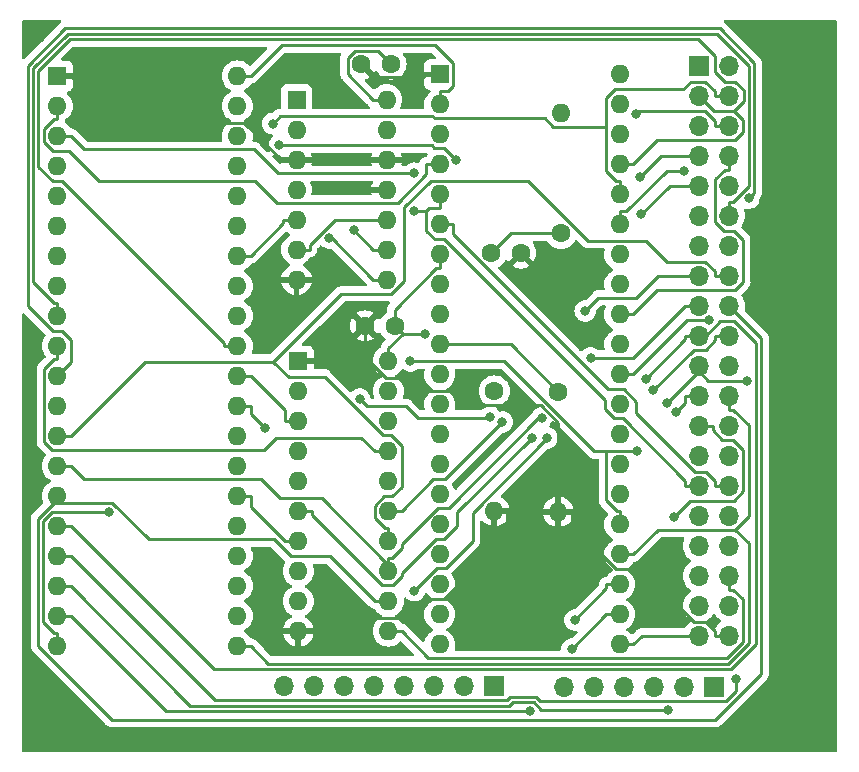
<source format=gtl>
G04 #@! TF.GenerationSoftware,KiCad,Pcbnew,(7.0.0-0)*
G04 #@! TF.CreationDate,2023-03-04T11:20:18+09:00*
G04 #@! TF.ProjectId,MC6803EP-SBC6809E,4d433638-3033-4455-902d-534243363830,rev?*
G04 #@! TF.SameCoordinates,Original*
G04 #@! TF.FileFunction,Copper,L1,Top*
G04 #@! TF.FilePolarity,Positive*
%FSLAX46Y46*%
G04 Gerber Fmt 4.6, Leading zero omitted, Abs format (unit mm)*
G04 Created by KiCad (PCBNEW (7.0.0-0)) date 2023-03-04 11:20:18*
%MOMM*%
%LPD*%
G01*
G04 APERTURE LIST*
G04 #@! TA.AperFunction,ComponentPad*
%ADD10R,1.600000X1.600000*%
G04 #@! TD*
G04 #@! TA.AperFunction,ComponentPad*
%ADD11O,1.600000X1.600000*%
G04 #@! TD*
G04 #@! TA.AperFunction,ComponentPad*
%ADD12R,1.700000X1.700000*%
G04 #@! TD*
G04 #@! TA.AperFunction,ComponentPad*
%ADD13O,1.700000X1.700000*%
G04 #@! TD*
G04 #@! TA.AperFunction,ComponentPad*
%ADD14C,1.600000*%
G04 #@! TD*
G04 #@! TA.AperFunction,ViaPad*
%ADD15C,0.800000*%
G04 #@! TD*
G04 #@! TA.AperFunction,Conductor*
%ADD16C,0.250000*%
G04 #@! TD*
G04 APERTURE END LIST*
D10*
X129749999Y-75249999D03*
D11*
X129749999Y-77789999D03*
X129749999Y-80329999D03*
X129749999Y-82869999D03*
X129749999Y-85409999D03*
X129749999Y-87949999D03*
X129749999Y-90489999D03*
X137369999Y-90489999D03*
X137369999Y-87949999D03*
X137369999Y-85409999D03*
X137369999Y-82869999D03*
X137369999Y-80329999D03*
X137369999Y-77789999D03*
X137369999Y-75249999D03*
D12*
X146474999Y-124924999D03*
D13*
X143934999Y-124924999D03*
X141394999Y-124924999D03*
X138854999Y-124924999D03*
X136314999Y-124924999D03*
X133774999Y-124924999D03*
X131234999Y-124924999D03*
X128694999Y-124924999D03*
D10*
X109499999Y-73249999D03*
D11*
X109499999Y-75789999D03*
X109499999Y-78329999D03*
X109499999Y-80869999D03*
X109499999Y-83409999D03*
X109499999Y-85949999D03*
X109499999Y-88489999D03*
X109499999Y-91029999D03*
X109499999Y-93569999D03*
X109499999Y-96109999D03*
X109499999Y-98649999D03*
X109499999Y-101189999D03*
X109499999Y-103729999D03*
X109499999Y-106269999D03*
X109499999Y-108809999D03*
X109499999Y-111349999D03*
X109499999Y-113889999D03*
X109499999Y-116429999D03*
X109499999Y-118969999D03*
X109499999Y-121509999D03*
X124739999Y-121509999D03*
X124739999Y-118969999D03*
X124739999Y-116429999D03*
X124739999Y-113889999D03*
X124739999Y-111349999D03*
X124739999Y-108809999D03*
X124739999Y-106269999D03*
X124739999Y-103729999D03*
X124739999Y-101189999D03*
X124739999Y-98649999D03*
X124739999Y-96109999D03*
X124739999Y-93569999D03*
X124739999Y-91029999D03*
X124739999Y-88489999D03*
X124739999Y-85949999D03*
X124739999Y-83409999D03*
X124739999Y-80869999D03*
X124739999Y-78329999D03*
X124739999Y-75789999D03*
X124739999Y-73249999D03*
D10*
X141874999Y-73124999D03*
D11*
X141874999Y-75664999D03*
X141874999Y-78204999D03*
X141874999Y-80744999D03*
X141874999Y-83284999D03*
X141874999Y-85824999D03*
X141874999Y-88364999D03*
X141874999Y-90904999D03*
X141874999Y-93444999D03*
X141874999Y-95984999D03*
X141874999Y-98524999D03*
X141874999Y-101064999D03*
X141874999Y-103604999D03*
X141874999Y-106144999D03*
X141874999Y-108684999D03*
X141874999Y-111224999D03*
X141874999Y-113764999D03*
X141874999Y-116304999D03*
X141874999Y-118844999D03*
X141874999Y-121384999D03*
X157114999Y-121384999D03*
X157114999Y-118844999D03*
X157114999Y-116304999D03*
X157114999Y-113764999D03*
X157114999Y-111224999D03*
X157114999Y-108684999D03*
X157114999Y-106144999D03*
X157114999Y-103604999D03*
X157114999Y-101064999D03*
X157114999Y-98524999D03*
X157114999Y-95984999D03*
X157114999Y-93444999D03*
X157114999Y-90904999D03*
X157114999Y-88364999D03*
X157114999Y-85824999D03*
X157114999Y-83284999D03*
X157114999Y-80744999D03*
X157114999Y-78204999D03*
X157114999Y-75664999D03*
X157114999Y-73124999D03*
D14*
X146250000Y-88250000D03*
X148750000Y-88250000D03*
D10*
X129899999Y-97399999D03*
D11*
X129899999Y-99939999D03*
X129899999Y-102479999D03*
X129899999Y-105019999D03*
X129899999Y-107559999D03*
X129899999Y-110099999D03*
X129899999Y-112639999D03*
X129899999Y-115179999D03*
X129899999Y-117719999D03*
X129899999Y-120259999D03*
X137519999Y-120259999D03*
X137519999Y-117719999D03*
X137519999Y-115179999D03*
X137519999Y-112639999D03*
X137519999Y-110099999D03*
X137519999Y-107559999D03*
X137519999Y-105019999D03*
X137519999Y-102479999D03*
X137519999Y-99939999D03*
X137519999Y-97399999D03*
D14*
X138050000Y-94400000D03*
X135550000Y-94400000D03*
X137750000Y-72250000D03*
X135250000Y-72250000D03*
D12*
X163829999Y-72389999D03*
D13*
X166369999Y-72389999D03*
X163829999Y-74929999D03*
X166369999Y-74929999D03*
X163829999Y-77469999D03*
X166369999Y-77469999D03*
X163829999Y-80009999D03*
X166369999Y-80009999D03*
X163829999Y-82549999D03*
X166369999Y-82549999D03*
X163829999Y-85089999D03*
X166369999Y-85089999D03*
X163829999Y-87629999D03*
X166369999Y-87629999D03*
X163829999Y-90169999D03*
X166369999Y-90169999D03*
X163829999Y-92709999D03*
X166369999Y-92709999D03*
X163829999Y-95249999D03*
X166369999Y-95249999D03*
X163829999Y-97789999D03*
X166369999Y-97789999D03*
X163829999Y-100329999D03*
X166369999Y-100329999D03*
X163829999Y-102869999D03*
X166369999Y-102869999D03*
X163829999Y-105409999D03*
X166369999Y-105409999D03*
X163829999Y-107949999D03*
X166369999Y-107949999D03*
X163829999Y-110489999D03*
X166369999Y-110489999D03*
X163829999Y-113029999D03*
X166369999Y-113029999D03*
X163829999Y-115569999D03*
X166369999Y-115569999D03*
X163829999Y-118109999D03*
X166369999Y-118109999D03*
X163829999Y-120649999D03*
X166369999Y-120649999D03*
D14*
X151910000Y-100000000D03*
D11*
X151909999Y-110159999D03*
D14*
X152150000Y-86580000D03*
D11*
X152149999Y-76419999D03*
D14*
X146500000Y-99920000D03*
D11*
X146499999Y-110079999D03*
D12*
X165099999Y-124999999D03*
D13*
X162559999Y-124999999D03*
X160019999Y-124999999D03*
X157479999Y-124999999D03*
X154939999Y-124999999D03*
X152399999Y-124999999D03*
D15*
X108000000Y-70000000D03*
X172000000Y-127500000D03*
X109000000Y-128000000D03*
X132507000Y-86957000D03*
X134598800Y-86299100D03*
X143292000Y-80394500D03*
X128290800Y-79117900D03*
X146141800Y-102120400D03*
X135098200Y-100610000D03*
X127723400Y-77292200D03*
X127094100Y-103071900D03*
X162541700Y-81268600D03*
X158459000Y-76431300D03*
X149656800Y-103897000D03*
X158821200Y-81835200D03*
X150987700Y-103897000D03*
X139715900Y-116834500D03*
X158929600Y-84949700D03*
X164687600Y-93937100D03*
X153065500Y-121766800D03*
X161678700Y-110582100D03*
X153312300Y-119313000D03*
X139380100Y-97392600D03*
X113873000Y-110185700D03*
X161848000Y-101705600D03*
X158534500Y-105019100D03*
X149500300Y-127025500D03*
X167906200Y-99060000D03*
X161205400Y-126945700D03*
X161106200Y-100951000D03*
X166970600Y-124286200D03*
X159956700Y-99852800D03*
X159295700Y-98884300D03*
X154646500Y-97119600D03*
X150498900Y-102213300D03*
X154193200Y-93144100D03*
X147185200Y-102556300D03*
X168049200Y-83599100D03*
X139692900Y-84667600D03*
X139692900Y-81485500D03*
X147644800Y-101107900D03*
X140617000Y-95124600D03*
D16*
X147895000Y-95985000D02*
X141875000Y-95985000D01*
X151910000Y-100000000D02*
X147895000Y-95985000D01*
X129750000Y-87950000D02*
X130875300Y-87950000D01*
X137370000Y-85410000D02*
X136244700Y-85410000D01*
X130875300Y-87563000D02*
X130875300Y-87950000D01*
X133028300Y-85410000D02*
X130875300Y-87563000D01*
X136244700Y-85410000D02*
X133028300Y-85410000D01*
X140918900Y-122533600D02*
X138645300Y-120260000D01*
X166153700Y-122533600D02*
X140918900Y-122533600D01*
X167547200Y-121140100D02*
X166153700Y-122533600D01*
X167547200Y-117555200D02*
X167547200Y-121140100D01*
X166737300Y-116745300D02*
X167547200Y-117555200D01*
X166370000Y-116745300D02*
X166737300Y-116745300D01*
X166370000Y-115570000D02*
X166370000Y-116745300D01*
X137520000Y-120260000D02*
X138645300Y-120260000D01*
X132711700Y-86957000D02*
X132507000Y-86957000D01*
X136244700Y-90490000D02*
X132711700Y-86957000D01*
X137370000Y-90490000D02*
X136244700Y-90490000D01*
X137370000Y-87950000D02*
X136244700Y-87950000D01*
X136244700Y-87945000D02*
X134598800Y-86299100D01*
X136244700Y-87950000D02*
X136244700Y-87945000D01*
X141875000Y-75665000D02*
X141875000Y-74539700D01*
X124740000Y-73250000D02*
X125865300Y-73250000D01*
X142578300Y-74539700D02*
X141875000Y-74539700D01*
X143000400Y-74117600D02*
X142578300Y-74539700D01*
X143000400Y-72190300D02*
X143000400Y-74117600D01*
X141442900Y-70632800D02*
X143000400Y-72190300D01*
X128482500Y-70632800D02*
X141442900Y-70632800D01*
X125865300Y-73250000D02*
X128482500Y-70632800D01*
X141196300Y-79117900D02*
X128290800Y-79117900D01*
X141427100Y-79348700D02*
X141196300Y-79117900D01*
X142246200Y-79348700D02*
X141427100Y-79348700D01*
X143292000Y-80394500D02*
X142246200Y-79348700D01*
X166370000Y-107950000D02*
X165194700Y-107950000D01*
X141875000Y-85825000D02*
X143000300Y-85825000D01*
X165194700Y-107582600D02*
X165194700Y-107950000D01*
X164386800Y-106774700D02*
X165194700Y-107582600D01*
X163518000Y-106774700D02*
X164386800Y-106774700D01*
X158491500Y-101748200D02*
X163518000Y-106774700D01*
X158491500Y-100830500D02*
X158491500Y-101748200D01*
X157456000Y-99795000D02*
X158491500Y-100830500D01*
X156154400Y-99795000D02*
X157456000Y-99795000D01*
X143000300Y-86640900D02*
X156154400Y-99795000D01*
X143000300Y-85825000D02*
X143000300Y-86640900D01*
X128624700Y-85730600D02*
X128624700Y-85410000D01*
X125865300Y-88490000D02*
X128624700Y-85730600D01*
X124740000Y-88490000D02*
X125865300Y-88490000D01*
X129750000Y-85410000D02*
X128624700Y-85410000D01*
X135698200Y-101210000D02*
X135098200Y-100610000D01*
X139018300Y-101210000D02*
X135698200Y-101210000D01*
X140013400Y-102205100D02*
X139018300Y-101210000D01*
X146057100Y-102205100D02*
X140013400Y-102205100D01*
X146141800Y-102120400D02*
X146057100Y-102205100D01*
X157115000Y-80745000D02*
X158240300Y-80745000D01*
X167598700Y-75367800D02*
X166766500Y-76200000D01*
X167598700Y-74444100D02*
X167598700Y-75367800D01*
X166891400Y-73736800D02*
X167598700Y-74444100D01*
X166028400Y-73736800D02*
X166891400Y-73736800D01*
X165194500Y-72902900D02*
X166028400Y-73736800D01*
X165194500Y-71541300D02*
X165194500Y-72902900D01*
X163782200Y-70129000D02*
X165194500Y-71541300D01*
X110559800Y-70129000D02*
X163782200Y-70129000D01*
X107883500Y-72805300D02*
X110559800Y-70129000D01*
X107883500Y-80922500D02*
X107883500Y-72805300D01*
X109101000Y-82140000D02*
X107883500Y-80922500D01*
X109926000Y-82140000D02*
X109101000Y-82140000D01*
X123614700Y-95828700D02*
X109926000Y-82140000D01*
X123614700Y-96110000D02*
X123614700Y-95828700D01*
X165100000Y-76200000D02*
X166766500Y-76200000D01*
X163830000Y-74930000D02*
X165100000Y-76200000D01*
X160304700Y-78680600D02*
X158240300Y-80745000D01*
X166857700Y-78680600D02*
X160304700Y-78680600D01*
X167548700Y-77989600D02*
X166857700Y-78680600D01*
X167548700Y-76982200D02*
X167548700Y-77989600D01*
X166766500Y-76200000D02*
X167548700Y-76982200D01*
X124740000Y-96110000D02*
X123614700Y-96110000D01*
X128774700Y-101559400D02*
X128774700Y-102480000D01*
X125865300Y-98650000D02*
X128774700Y-101559400D01*
X124740000Y-98650000D02*
X125865300Y-98650000D01*
X129900000Y-102480000D02*
X128774700Y-102480000D01*
X166370000Y-74930000D02*
X165194700Y-74930000D01*
X157115000Y-83285000D02*
X157115000Y-82159700D01*
X128351000Y-76664600D02*
X127723400Y-77292200D01*
X141283000Y-76664600D02*
X128351000Y-76664600D01*
X141427100Y-76808700D02*
X141283000Y-76664600D01*
X150753700Y-76808700D02*
X141427100Y-76808700D01*
X151492000Y-77547000D02*
X150753700Y-76808700D01*
X155989700Y-77547000D02*
X151492000Y-77547000D01*
X155989700Y-75126600D02*
X155989700Y-77547000D01*
X156721300Y-74395000D02*
X155989700Y-75126600D01*
X162510000Y-74395000D02*
X156721300Y-74395000D01*
X163168400Y-73736600D02*
X162510000Y-74395000D01*
X164368600Y-73736600D02*
X163168400Y-73736600D01*
X165194700Y-74562700D02*
X164368600Y-73736600D01*
X165194700Y-74930000D02*
X165194700Y-74562700D01*
X156833600Y-82159700D02*
X157115000Y-82159700D01*
X155989700Y-81315800D02*
X156833600Y-82159700D01*
X155989700Y-77547000D02*
X155989700Y-81315800D01*
X124740000Y-101190000D02*
X125865300Y-101190000D01*
X125865300Y-101843100D02*
X125865300Y-101190000D01*
X127094100Y-103071900D02*
X125865300Y-101843100D01*
X157672600Y-84699700D02*
X157115000Y-84699700D01*
X161103700Y-81268600D02*
X157672600Y-84699700D01*
X162541700Y-81268600D02*
X161103700Y-81268600D01*
X157115000Y-85825000D02*
X157115000Y-84699700D01*
X166370000Y-77470000D02*
X165194700Y-77470000D01*
X158638100Y-76252200D02*
X158459000Y-76431300D01*
X164344200Y-76252200D02*
X158638100Y-76252200D01*
X165194700Y-77102700D02*
X164344200Y-76252200D01*
X165194700Y-77470000D02*
X165194700Y-77102700D01*
X129900000Y-110100000D02*
X131025300Y-110100000D01*
X143375800Y-110178000D02*
X149656800Y-103897000D01*
X143375800Y-111342600D02*
X143375800Y-110178000D01*
X142223400Y-112495000D02*
X143375800Y-111342600D01*
X141534800Y-112495000D02*
X142223400Y-112495000D01*
X138686800Y-115343000D02*
X141534800Y-112495000D01*
X138686800Y-115619900D02*
X138686800Y-115343000D01*
X137945300Y-116361400D02*
X138686800Y-115619900D01*
X137005400Y-116361400D02*
X137945300Y-116361400D01*
X131025300Y-110381300D02*
X137005400Y-116361400D01*
X131025300Y-110100000D02*
X131025300Y-110381300D01*
X160646400Y-80010000D02*
X158821200Y-81835200D01*
X163830000Y-80010000D02*
X160646400Y-80010000D01*
X160311200Y-91374100D02*
X158240300Y-93445000D01*
X166877900Y-91374100D02*
X160311200Y-91374100D01*
X167550300Y-90701700D02*
X166877900Y-91374100D01*
X167550300Y-87129800D02*
X167550300Y-90701700D01*
X166780500Y-86360000D02*
X167550300Y-87129800D01*
X165939000Y-86360000D02*
X166780500Y-86360000D01*
X165194600Y-85615600D02*
X165939000Y-86360000D01*
X165194600Y-81993400D02*
X165194600Y-85615600D01*
X166002700Y-81185300D02*
X165194600Y-81993400D01*
X166370000Y-81185300D02*
X166002700Y-81185300D01*
X166370000Y-80010000D02*
X166370000Y-81185300D01*
X157115000Y-93445000D02*
X158240300Y-93445000D01*
X144666400Y-110218300D02*
X150987700Y-103897000D01*
X144666400Y-112634100D02*
X144666400Y-110218300D01*
X142410100Y-114890400D02*
X144666400Y-112634100D01*
X141660000Y-114890400D02*
X142410100Y-114890400D01*
X139715900Y-116834500D02*
X141660000Y-114890400D01*
X125865300Y-109730600D02*
X125865300Y-108810000D01*
X128774700Y-112640000D02*
X125865300Y-109730600D01*
X129900000Y-112640000D02*
X128774700Y-112640000D01*
X124740000Y-108810000D02*
X125865300Y-108810000D01*
X161329300Y-82550000D02*
X158929600Y-84949700D01*
X163830000Y-82550000D02*
X161329300Y-82550000D01*
X162828200Y-93937100D02*
X158240300Y-98525000D01*
X164687600Y-93937100D02*
X162828200Y-93937100D01*
X157115000Y-98525000D02*
X158240300Y-98525000D01*
X153067900Y-121766800D02*
X153065500Y-121766800D01*
X155989700Y-118845000D02*
X153067900Y-121766800D01*
X157115000Y-118845000D02*
X155989700Y-118845000D01*
X163830000Y-102870000D02*
X165005300Y-102870000D01*
X163041500Y-109219300D02*
X161678700Y-110582100D01*
X166778000Y-109219300D02*
X163041500Y-109219300D01*
X167590900Y-108406400D02*
X166778000Y-109219300D01*
X167590900Y-104949600D02*
X167590900Y-108406400D01*
X166686600Y-104045300D02*
X167590900Y-104949600D01*
X165813200Y-104045300D02*
X166686600Y-104045300D01*
X165005300Y-103237400D02*
X165813200Y-104045300D01*
X165005300Y-102870000D02*
X165005300Y-103237400D01*
X155989700Y-116635600D02*
X153312300Y-119313000D01*
X155989700Y-116305000D02*
X155989700Y-116635600D01*
X157115000Y-116305000D02*
X155989700Y-116305000D01*
X166370000Y-100330000D02*
X166370000Y-101505300D01*
X157115000Y-113765000D02*
X158240300Y-113765000D01*
X124740000Y-121510000D02*
X125865300Y-121510000D01*
X168041300Y-110532600D02*
X166908500Y-111665400D01*
X168041300Y-102809300D02*
X168041300Y-110532600D01*
X166737300Y-101505300D02*
X168041300Y-102809300D01*
X166370000Y-101505300D02*
X166737300Y-101505300D01*
X160339900Y-111665400D02*
X158240300Y-113765000D01*
X166908500Y-111665400D02*
X160339900Y-111665400D01*
X168051500Y-112808400D02*
X166908500Y-111665400D01*
X168051500Y-121272700D02*
X168051500Y-112808400D01*
X166321200Y-123003000D02*
X168051500Y-121272700D01*
X127358300Y-123003000D02*
X166321200Y-123003000D01*
X125865300Y-121510000D02*
X127358300Y-123003000D01*
X157115000Y-111225000D02*
X157115000Y-110099700D01*
X109500000Y-121510000D02*
X109500000Y-120384700D01*
X109062700Y-110185700D02*
X113873000Y-110185700D01*
X108324300Y-110924100D02*
X109062700Y-110185700D01*
X108324300Y-119490300D02*
X108324300Y-110924100D01*
X109218700Y-120384700D02*
X108324300Y-119490300D01*
X109500000Y-120384700D02*
X109218700Y-120384700D01*
X155974100Y-109193500D02*
X155974100Y-105019100D01*
X156880300Y-110099700D02*
X155974100Y-109193500D01*
X157115000Y-110099700D02*
X156880300Y-110099700D01*
X155974100Y-105019100D02*
X158534500Y-105019100D01*
X163830000Y-100330000D02*
X162654700Y-100330000D01*
X162654700Y-100898900D02*
X161848000Y-101705600D01*
X162654700Y-100330000D02*
X162654700Y-100898900D01*
X147340900Y-97392600D02*
X139380100Y-97392600D01*
X154967400Y-105019100D02*
X147340900Y-97392600D01*
X155974100Y-105019100D02*
X154967400Y-105019100D01*
X109500000Y-118970000D02*
X110625300Y-118970000D01*
X118680800Y-127025500D02*
X149500300Y-127025500D01*
X110625300Y-118970000D02*
X118680800Y-127025500D01*
X163830000Y-97790000D02*
X163333500Y-97790000D01*
X109500000Y-116430000D02*
X110625300Y-116430000D01*
X163333500Y-97790000D02*
X163800400Y-98256800D01*
X164603500Y-99060000D02*
X167906200Y-99060000D01*
X163800400Y-98256800D02*
X164603500Y-99060000D01*
X163800400Y-98256800D02*
X161106200Y-100951000D01*
X120767700Y-126572400D02*
X110625300Y-116430000D01*
X147768300Y-126572400D02*
X120767700Y-126572400D01*
X148050400Y-126290300D02*
X147768300Y-126572400D01*
X149833900Y-126290300D02*
X148050400Y-126290300D01*
X150489300Y-126945700D02*
X149833900Y-126290300D01*
X161205400Y-126945700D02*
X150489300Y-126945700D01*
X109500000Y-113890000D02*
X110625300Y-113890000D01*
X122857300Y-126122000D02*
X110625300Y-113890000D01*
X147581800Y-126122000D02*
X122857300Y-126122000D01*
X147863800Y-125840000D02*
X147581800Y-126122000D01*
X150020500Y-125840000D02*
X147863800Y-125840000D01*
X150355900Y-126175400D02*
X150020500Y-125840000D01*
X166084700Y-126175400D02*
X150355900Y-126175400D01*
X166970600Y-125289500D02*
X166084700Y-126175400D01*
X166970600Y-124286200D02*
X166970600Y-125289500D01*
X163384200Y-96425300D02*
X159956700Y-99852800D01*
X164386800Y-96425300D02*
X163384200Y-96425300D01*
X165194700Y-95617400D02*
X164386800Y-96425300D01*
X165194700Y-95250000D02*
X165194700Y-95617400D01*
X166370000Y-95250000D02*
X165194700Y-95250000D01*
X109500000Y-111350000D02*
X110625300Y-111350000D01*
X163830000Y-95250000D02*
X162654700Y-95250000D01*
X162654700Y-95525300D02*
X159295700Y-98884300D01*
X162654700Y-95250000D02*
X162654700Y-95525300D01*
X122728700Y-123453400D02*
X110625300Y-111350000D01*
X166532500Y-123453400D02*
X122728700Y-123453400D01*
X168635400Y-121350500D02*
X166532500Y-123453400D01*
X168635400Y-95846800D02*
X168635400Y-121350500D01*
X166823300Y-94034700D02*
X168635400Y-95846800D01*
X165615800Y-94034700D02*
X166823300Y-94034700D01*
X164400500Y-95250000D02*
X165615800Y-94034700D01*
X163830000Y-95250000D02*
X164400500Y-95250000D01*
X137520000Y-117720000D02*
X136394700Y-117720000D01*
X109500000Y-109385300D02*
X109500000Y-108810000D01*
X132584700Y-113910000D02*
X136394700Y-117720000D01*
X129247000Y-113910000D02*
X132584700Y-113910000D01*
X127812400Y-112475400D02*
X129247000Y-113910000D01*
X117220200Y-112475400D02*
X127812400Y-112475400D01*
X114130100Y-109385300D02*
X117220200Y-112475400D01*
X109500000Y-109385300D02*
X114130100Y-109385300D01*
X169089400Y-95429400D02*
X166370000Y-92710000D01*
X169089400Y-123858800D02*
X169089400Y-95429400D01*
X165173700Y-127774500D02*
X169089400Y-123858800D01*
X114159200Y-127774500D02*
X165173700Y-127774500D01*
X107873900Y-121489200D02*
X114159200Y-127774500D01*
X107873900Y-110723800D02*
X107873900Y-121489200D01*
X109212400Y-109385300D02*
X107873900Y-110723800D01*
X109500000Y-109385300D02*
X109212400Y-109385300D01*
X137801400Y-114054700D02*
X137520000Y-114054700D01*
X138645300Y-113210800D02*
X137801400Y-114054700D01*
X138645300Y-112863100D02*
X138645300Y-113210800D01*
X141698000Y-109810400D02*
X138645300Y-112863100D01*
X142621600Y-109810400D02*
X141698000Y-109810400D01*
X150218700Y-102213300D02*
X142621600Y-109810400D01*
X150498900Y-102213300D02*
X150218700Y-102213300D01*
X158245100Y-97119600D02*
X154646500Y-97119600D01*
X162654700Y-92710000D02*
X158245100Y-97119600D01*
X163830000Y-92710000D02*
X162654700Y-92710000D01*
X137520000Y-115180000D02*
X137520000Y-114617300D01*
X137520000Y-114617300D02*
X137520000Y-114054700D01*
X111750600Y-107395300D02*
X110625300Y-106270000D01*
X126767100Y-107395300D02*
X111750600Y-107395300D01*
X128346400Y-108974600D02*
X126767100Y-107395300D01*
X131877300Y-108974600D02*
X128346400Y-108974600D01*
X137520000Y-114617300D02*
X131877300Y-108974600D01*
X109500000Y-106270000D02*
X110625300Y-106270000D01*
X166370000Y-90170000D02*
X165194700Y-90170000D01*
X137520000Y-112640000D02*
X137520000Y-111514700D01*
X109500000Y-103730000D02*
X110625300Y-103730000D01*
X129077400Y-98708100D02*
X127798600Y-97429300D01*
X132121600Y-98708100D02*
X129077400Y-98708100D01*
X137051500Y-103638000D02*
X132121600Y-98708100D01*
X137764200Y-103638000D02*
X137051500Y-103638000D01*
X138666900Y-104540700D02*
X137764200Y-103638000D01*
X138666900Y-108017800D02*
X138666900Y-104540700D01*
X137854700Y-108830000D02*
X138666900Y-108017800D01*
X137192500Y-108830000D02*
X137854700Y-108830000D01*
X136377800Y-109644700D02*
X137192500Y-108830000D01*
X136377800Y-110653800D02*
X136377800Y-109644700D01*
X137238700Y-111514700D02*
X136377800Y-110653800D01*
X137520000Y-111514700D02*
X137238700Y-111514700D01*
X116926000Y-97429300D02*
X110625300Y-103730000D01*
X127798600Y-97429300D02*
X116926000Y-97429300D01*
X165194700Y-89802600D02*
X165194700Y-90170000D01*
X164352300Y-88960200D02*
X165194700Y-89802600D01*
X161080900Y-88960200D02*
X164352300Y-88960200D01*
X159315900Y-87195200D02*
X161080900Y-88960200D01*
X154406600Y-87195200D02*
X159315900Y-87195200D01*
X149332600Y-82121200D02*
X154406600Y-87195200D01*
X141126500Y-82121200D02*
X149332600Y-82121200D01*
X138874200Y-84373500D02*
X141126500Y-82121200D01*
X138874200Y-90597000D02*
X138874200Y-84373500D01*
X137765000Y-91706200D02*
X138874200Y-90597000D01*
X133521700Y-91706200D02*
X137765000Y-91706200D01*
X127798600Y-97429300D02*
X133521700Y-91706200D01*
X155306900Y-92030400D02*
X154193200Y-93144100D01*
X158524900Y-92030400D02*
X155306900Y-92030400D01*
X160385300Y-90170000D02*
X158524900Y-92030400D01*
X163830000Y-90170000D02*
X160385300Y-90170000D01*
X141330300Y-107415000D02*
X138645300Y-110100000D01*
X142326500Y-107415000D02*
X141330300Y-107415000D01*
X147185200Y-102556300D02*
X142326500Y-107415000D01*
X137520000Y-110100000D02*
X138645300Y-110100000D01*
X110646600Y-97503400D02*
X109500000Y-98650000D01*
X110646600Y-95605300D02*
X110646600Y-97503400D01*
X109881300Y-94840000D02*
X110646600Y-95605300D01*
X109115800Y-94840000D02*
X109881300Y-94840000D01*
X106982900Y-92707100D02*
X109115800Y-94840000D01*
X106982900Y-72432100D02*
X106982900Y-92707100D01*
X110186600Y-69228400D02*
X106982900Y-72432100D01*
X165570600Y-69228400D02*
X110186600Y-69228400D01*
X168499400Y-72157200D02*
X165570600Y-69228400D01*
X168499400Y-83148900D02*
X168499400Y-72157200D01*
X168049200Y-83599100D02*
X168499400Y-83148900D01*
X137520000Y-105020000D02*
X136394700Y-105020000D01*
X109500000Y-96110000D02*
X109500000Y-97235300D01*
X135237800Y-103863100D02*
X136394700Y-105020000D01*
X128050900Y-103863100D02*
X135237800Y-103863100D01*
X127010700Y-104903300D02*
X128050900Y-103863100D01*
X109051100Y-104903300D02*
X127010700Y-104903300D01*
X108374700Y-104226900D02*
X109051100Y-104903300D01*
X108374700Y-98079200D02*
X108374700Y-104226900D01*
X109218600Y-97235300D02*
X108374700Y-98079200D01*
X109500000Y-97235300D02*
X109218600Y-97235300D01*
X166370000Y-85090000D02*
X166370000Y-83914700D01*
X109500000Y-93570000D02*
X109500000Y-92444700D01*
X109218700Y-92444700D02*
X109500000Y-92444700D01*
X107433200Y-90659200D02*
X109218700Y-92444700D01*
X107433200Y-72618700D02*
X107433200Y-90659200D01*
X110373200Y-69678700D02*
X107433200Y-72618700D01*
X165340800Y-69678700D02*
X110373200Y-69678700D01*
X168049100Y-72387000D02*
X165340800Y-69678700D01*
X168049100Y-82573500D02*
X168049100Y-72387000D01*
X166707900Y-83914700D02*
X168049100Y-82573500D01*
X166370000Y-83914700D02*
X166707900Y-83914700D01*
X163830000Y-107950000D02*
X162654700Y-107950000D01*
X141875000Y-83285000D02*
X141875000Y-84410300D01*
X140749700Y-86362000D02*
X140749700Y-84667600D01*
X141482700Y-87095000D02*
X140749700Y-86362000D01*
X142258200Y-87095000D02*
X141482700Y-87095000D01*
X155860100Y-100696900D02*
X142258200Y-87095000D01*
X155860100Y-101467000D02*
X155860100Y-100696900D01*
X156598600Y-102205500D02*
X155860100Y-101467000D01*
X157350900Y-102205500D02*
X156598600Y-102205500D01*
X162654700Y-107509300D02*
X157350900Y-102205500D01*
X162654700Y-107950000D02*
X162654700Y-107509300D01*
X141007000Y-84410300D02*
X140749700Y-84667600D01*
X141875000Y-84410300D02*
X141007000Y-84410300D01*
X109500000Y-78330000D02*
X110625300Y-78330000D01*
X128196800Y-81485500D02*
X139692900Y-81485500D01*
X126166600Y-79455300D02*
X128196800Y-81485500D01*
X111750600Y-79455300D02*
X126166600Y-79455300D01*
X110625300Y-78330000D02*
X111750600Y-79455300D01*
X140749700Y-84667600D02*
X139692900Y-84667600D01*
X141875000Y-80745000D02*
X140749700Y-80745000D01*
X109500000Y-75790000D02*
X109500000Y-76915300D01*
X109218600Y-76915300D02*
X109500000Y-76915300D01*
X108374700Y-77759200D02*
X109218600Y-76915300D01*
X108374700Y-78833700D02*
X108374700Y-77759200D01*
X109141000Y-79600000D02*
X108374700Y-78833700D01*
X110483800Y-79600000D02*
X109141000Y-79600000D01*
X113042400Y-82158600D02*
X110483800Y-79600000D01*
X126245400Y-82158600D02*
X113042400Y-82158600D01*
X128082200Y-83995400D02*
X126245400Y-82158600D01*
X138308200Y-83995400D02*
X128082200Y-83995400D01*
X140749700Y-81553900D02*
X138308200Y-83995400D01*
X140749700Y-80745000D02*
X140749700Y-81553900D01*
X109500000Y-73250000D02*
X110625300Y-73250000D01*
X140495000Y-73379700D02*
X140749700Y-73125000D01*
X136379700Y-73379700D02*
X140495000Y-73379700D01*
X135250000Y-72250000D02*
X136379700Y-73379700D01*
X141875000Y-73125000D02*
X140749700Y-73125000D01*
X129187400Y-80330000D02*
X128624700Y-80330000D01*
X129187400Y-80330000D02*
X129750000Y-80330000D01*
X129750000Y-80330000D02*
X137370000Y-80330000D01*
X151910000Y-110160000D02*
X151910000Y-109034700D01*
X146500000Y-110080000D02*
X147550000Y-110080000D01*
X129900000Y-120260000D02*
X131025300Y-120260000D01*
X153035300Y-111285300D02*
X153035300Y-110160000D01*
X156785000Y-115035000D02*
X153035300Y-111285300D01*
X158990500Y-115035000D02*
X156785000Y-115035000D01*
X163430200Y-119474700D02*
X158990500Y-115035000D01*
X164386800Y-119474700D02*
X163430200Y-119474700D01*
X165194700Y-120282600D02*
X164386800Y-119474700D01*
X165194700Y-120650000D02*
X165194700Y-120282600D01*
X166370000Y-120650000D02*
X165194700Y-120650000D01*
X151910000Y-110160000D02*
X153035300Y-110160000D01*
X151910000Y-110160000D02*
X150784700Y-110160000D01*
X147550100Y-110160000D02*
X150784700Y-110160000D01*
X147550100Y-110080000D02*
X147550100Y-110160000D01*
X147550000Y-110080000D02*
X147550100Y-110080000D01*
X128477200Y-80330000D02*
X128624700Y-80330000D01*
X125340900Y-77193700D02*
X128477200Y-80330000D01*
X114569000Y-77193700D02*
X125340900Y-77193700D01*
X110625300Y-73250000D02*
X114569000Y-77193700D01*
X147550100Y-112238200D02*
X147550100Y-110160000D01*
X142213300Y-117575000D02*
X147550100Y-112238200D01*
X140881800Y-117575000D02*
X142213300Y-117575000D01*
X139322100Y-119134700D02*
X140881800Y-117575000D01*
X132150600Y-119134700D02*
X139322100Y-119134700D01*
X131025300Y-120260000D02*
X132150600Y-119134700D01*
X135172400Y-97400000D02*
X135550000Y-97022400D01*
X129900000Y-97400000D02*
X135172400Y-97400000D01*
X137342200Y-98814600D02*
X135550000Y-97022400D01*
X139451700Y-98814600D02*
X137342200Y-98814600D01*
X140576700Y-99939600D02*
X139451700Y-98814600D01*
X143923900Y-99939600D02*
X140576700Y-99939600D01*
X145092200Y-101107900D02*
X143923900Y-99939600D01*
X147644800Y-101107900D02*
X145092200Y-101107900D01*
X135550000Y-97022400D02*
X135550000Y-94400000D01*
X150419300Y-101107900D02*
X147644800Y-101107900D01*
X151910000Y-102598600D02*
X150419300Y-101107900D01*
X151910000Y-109034700D02*
X151910000Y-102598600D01*
X157115000Y-121385000D02*
X158240300Y-121385000D01*
X137370000Y-75250000D02*
X136244700Y-75250000D01*
X163830000Y-120650000D02*
X162654700Y-120650000D01*
X134075800Y-73081100D02*
X136244700Y-75250000D01*
X134075800Y-71761000D02*
X134075800Y-73081100D01*
X134721200Y-71115600D02*
X134075800Y-71761000D01*
X136615600Y-71115600D02*
X134721200Y-71115600D01*
X137750000Y-72250000D02*
X136615600Y-71115600D01*
X158975300Y-120650000D02*
X158240300Y-121385000D01*
X162654700Y-120650000D02*
X158975300Y-120650000D01*
X147920000Y-86580000D02*
X146250000Y-88250000D01*
X152150000Y-86580000D02*
X147920000Y-86580000D01*
X137520000Y-97400000D02*
X137520000Y-96274700D01*
X138050000Y-93034000D02*
X138050000Y-94400000D01*
X141593700Y-89490300D02*
X138050000Y-93034000D01*
X141875000Y-89490300D02*
X141593700Y-89490300D01*
X141875000Y-88365000D02*
X141875000Y-89490300D01*
X138722400Y-95072300D02*
X137520000Y-96274700D01*
X138774600Y-95124600D02*
X138722400Y-95072300D01*
X140617000Y-95124600D02*
X138774600Y-95124600D01*
X138722400Y-95072300D02*
X138050000Y-94400000D01*
G04 #@! TA.AperFunction,Conductor*
G36*
X175438000Y-68516613D02*
G01*
X175483387Y-68562000D01*
X175500000Y-68624000D01*
X175500000Y-130376000D01*
X175483387Y-130438000D01*
X175438000Y-130483387D01*
X175376000Y-130500000D01*
X106624000Y-130500000D01*
X106562000Y-130483387D01*
X106516613Y-130438000D01*
X106500000Y-130376000D01*
X106500000Y-93419466D01*
X106513515Y-93363171D01*
X106551115Y-93319148D01*
X106604602Y-93296993D01*
X106662318Y-93301535D01*
X106711680Y-93331784D01*
X107601729Y-94221834D01*
X108483047Y-95103152D01*
X108514153Y-95155259D01*
X108516809Y-95215886D01*
X108492983Y-95265126D01*
X108493802Y-95265700D01*
X108365584Y-95448813D01*
X108365581Y-95448817D01*
X108362477Y-95453251D01*
X108360188Y-95458159D01*
X108360185Y-95458165D01*
X108268002Y-95655853D01*
X108267999Y-95655860D01*
X108265716Y-95660757D01*
X108264319Y-95665967D01*
X108264316Y-95665978D01*
X108207858Y-95876680D01*
X108207855Y-95876692D01*
X108206457Y-95881913D01*
X108205985Y-95887302D01*
X108205984Y-95887311D01*
X108187813Y-96095013D01*
X108186502Y-96110000D01*
X108186974Y-96115395D01*
X108205984Y-96332688D01*
X108205985Y-96332695D01*
X108206457Y-96338087D01*
X108207856Y-96343308D01*
X108207858Y-96343319D01*
X108264316Y-96554021D01*
X108264318Y-96554028D01*
X108265716Y-96559243D01*
X108268000Y-96564141D01*
X108268002Y-96564146D01*
X108351520Y-96743251D01*
X108362477Y-96766749D01*
X108365582Y-96771183D01*
X108365587Y-96771192D01*
X108479379Y-96933704D01*
X108500495Y-96986856D01*
X108495510Y-97043831D01*
X108465485Y-97092508D01*
X107982494Y-97575500D01*
X107974143Y-97583099D01*
X107967682Y-97587200D01*
X107962342Y-97592885D01*
X107962340Y-97592888D01*
X107921038Y-97636869D01*
X107918333Y-97639661D01*
X107898565Y-97659430D01*
X107896181Y-97662502D01*
X107896178Y-97662506D01*
X107896022Y-97662708D01*
X107888452Y-97671570D01*
X107872361Y-97688707D01*
X107858114Y-97703879D01*
X107854359Y-97710707D01*
X107854358Y-97710710D01*
X107848279Y-97721767D01*
X107837603Y-97738019D01*
X107829868Y-97747991D01*
X107829860Y-97748002D01*
X107825086Y-97754159D01*
X107821991Y-97761310D01*
X107821988Y-97761316D01*
X107807486Y-97794828D01*
X107802348Y-97805315D01*
X107784765Y-97837298D01*
X107784761Y-97837306D01*
X107781005Y-97844140D01*
X107779066Y-97851691D01*
X107779063Y-97851699D01*
X107775925Y-97863922D01*
X107769626Y-97882319D01*
X107761519Y-97901055D01*
X107760299Y-97908753D01*
X107760298Y-97908759D01*
X107754588Y-97944811D01*
X107752220Y-97956245D01*
X107743138Y-97991617D01*
X107743136Y-97991626D01*
X107741200Y-97999170D01*
X107741200Y-98006966D01*
X107741200Y-98019585D01*
X107739672Y-98038983D01*
X107736480Y-98059143D01*
X107737214Y-98066908D01*
X107737214Y-98066911D01*
X107740650Y-98103258D01*
X107741200Y-98114927D01*
X107741200Y-104148054D01*
X107740668Y-104159337D01*
X107738998Y-104166809D01*
X107739243Y-104174605D01*
X107739243Y-104174607D01*
X107741139Y-104234917D01*
X107741200Y-104238813D01*
X107741200Y-104266756D01*
X107741688Y-104270621D01*
X107741689Y-104270632D01*
X107741719Y-104270870D01*
X107742634Y-104282496D01*
X107743781Y-104318996D01*
X107743782Y-104319003D01*
X107744027Y-104326789D01*
X107746200Y-104334270D01*
X107746202Y-104334280D01*
X107749722Y-104346395D01*
X107753667Y-104365442D01*
X107754282Y-104370314D01*
X107756226Y-104385697D01*
X107759095Y-104392945D01*
X107759098Y-104392954D01*
X107772538Y-104426901D01*
X107776321Y-104437948D01*
X107788682Y-104480493D01*
X107792653Y-104487208D01*
X107792654Y-104487210D01*
X107799075Y-104498068D01*
X107807630Y-104515531D01*
X107815148Y-104534517D01*
X107819730Y-104540824D01*
X107819731Y-104540825D01*
X107841191Y-104570362D01*
X107847605Y-104580127D01*
X107870158Y-104618262D01*
X107875676Y-104623780D01*
X107884589Y-104632693D01*
X107897225Y-104647488D01*
X107904638Y-104657691D01*
X107904643Y-104657696D01*
X107909228Y-104664007D01*
X107941567Y-104690760D01*
X107943367Y-104692249D01*
X107952008Y-104700112D01*
X108498017Y-105246121D01*
X108530110Y-105301704D01*
X108530113Y-105365886D01*
X108500490Y-105417206D01*
X108501109Y-105417725D01*
X108498168Y-105421228D01*
X108498028Y-105421473D01*
X108497630Y-105421871D01*
X108497625Y-105421876D01*
X108493802Y-105425700D01*
X108490704Y-105430123D01*
X108490700Y-105430129D01*
X108365584Y-105608813D01*
X108365581Y-105608817D01*
X108362477Y-105613251D01*
X108360188Y-105618159D01*
X108360185Y-105618165D01*
X108268002Y-105815853D01*
X108267999Y-105815860D01*
X108265716Y-105820757D01*
X108264319Y-105825967D01*
X108264316Y-105825978D01*
X108207858Y-106036680D01*
X108207855Y-106036692D01*
X108206457Y-106041913D01*
X108205985Y-106047302D01*
X108205984Y-106047311D01*
X108187877Y-106254284D01*
X108186502Y-106270000D01*
X108186974Y-106275395D01*
X108205984Y-106492688D01*
X108205985Y-106492695D01*
X108206457Y-106498087D01*
X108207856Y-106503308D01*
X108207858Y-106503319D01*
X108264316Y-106714021D01*
X108264318Y-106714028D01*
X108265716Y-106719243D01*
X108268000Y-106724143D01*
X108268002Y-106724146D01*
X108360185Y-106921834D01*
X108362477Y-106926749D01*
X108365584Y-106931186D01*
X108490696Y-107109865D01*
X108490699Y-107109869D01*
X108493802Y-107114300D01*
X108655700Y-107276198D01*
X108843251Y-107407523D01*
X108886346Y-107427618D01*
X108938521Y-107473375D01*
X108957941Y-107540000D01*
X108938521Y-107606625D01*
X108886346Y-107652381D01*
X108868348Y-107660773D01*
X108848161Y-107670187D01*
X108848156Y-107670189D01*
X108843251Y-107672477D01*
X108838817Y-107675581D01*
X108838813Y-107675584D01*
X108660134Y-107800696D01*
X108660124Y-107800703D01*
X108655700Y-107803802D01*
X108651874Y-107807627D01*
X108651868Y-107807633D01*
X108497633Y-107961868D01*
X108497627Y-107961874D01*
X108493802Y-107965700D01*
X108490703Y-107970124D01*
X108490696Y-107970134D01*
X108365584Y-108148813D01*
X108365581Y-108148817D01*
X108362477Y-108153251D01*
X108360188Y-108158159D01*
X108360185Y-108158165D01*
X108268002Y-108355853D01*
X108267999Y-108355860D01*
X108265716Y-108360757D01*
X108264319Y-108365967D01*
X108264316Y-108365978D01*
X108207858Y-108576680D01*
X108207855Y-108576692D01*
X108206457Y-108581913D01*
X108205985Y-108587302D01*
X108205984Y-108587311D01*
X108188430Y-108787961D01*
X108186502Y-108810000D01*
X108186974Y-108815395D01*
X108205984Y-109032688D01*
X108205985Y-109032695D01*
X108206457Y-109038087D01*
X108207856Y-109043308D01*
X108207858Y-109043319D01*
X108264316Y-109254021D01*
X108264318Y-109254028D01*
X108265716Y-109259243D01*
X108285259Y-109301155D01*
X108296824Y-109349950D01*
X108288115Y-109399338D01*
X108260557Y-109441237D01*
X107481693Y-110220100D01*
X107473344Y-110227698D01*
X107466882Y-110231800D01*
X107461541Y-110237486D01*
X107461539Y-110237489D01*
X107420238Y-110281469D01*
X107417533Y-110284261D01*
X107397765Y-110304030D01*
X107395381Y-110307102D01*
X107395378Y-110307106D01*
X107395222Y-110307308D01*
X107387652Y-110316170D01*
X107376270Y-110328292D01*
X107357314Y-110348479D01*
X107353559Y-110355307D01*
X107353558Y-110355310D01*
X107347479Y-110366367D01*
X107336803Y-110382619D01*
X107329068Y-110392591D01*
X107329060Y-110392602D01*
X107324286Y-110398759D01*
X107321191Y-110405910D01*
X107321188Y-110405916D01*
X107306686Y-110439428D01*
X107301548Y-110449915D01*
X107283965Y-110481898D01*
X107283961Y-110481906D01*
X107280205Y-110488740D01*
X107278266Y-110496291D01*
X107278263Y-110496299D01*
X107275125Y-110508522D01*
X107268826Y-110526919D01*
X107260719Y-110545655D01*
X107259499Y-110553353D01*
X107259498Y-110553359D01*
X107253788Y-110589411D01*
X107251420Y-110600845D01*
X107242338Y-110636217D01*
X107242336Y-110636226D01*
X107240400Y-110643770D01*
X107240400Y-110651566D01*
X107240400Y-110664185D01*
X107238873Y-110683583D01*
X107237895Y-110689761D01*
X107235680Y-110703743D01*
X107236414Y-110711508D01*
X107236414Y-110711511D01*
X107239850Y-110747858D01*
X107240400Y-110759527D01*
X107240400Y-121410354D01*
X107239868Y-121421637D01*
X107238198Y-121429109D01*
X107238443Y-121436905D01*
X107238443Y-121436907D01*
X107240339Y-121497217D01*
X107240400Y-121501113D01*
X107240400Y-121529056D01*
X107240888Y-121532921D01*
X107240889Y-121532932D01*
X107240919Y-121533170D01*
X107241834Y-121544796D01*
X107242981Y-121581296D01*
X107242982Y-121581303D01*
X107243227Y-121589089D01*
X107245400Y-121596570D01*
X107245402Y-121596580D01*
X107248922Y-121608695D01*
X107252867Y-121627742D01*
X107255426Y-121647997D01*
X107258295Y-121655245D01*
X107258298Y-121655254D01*
X107271738Y-121689201D01*
X107275521Y-121700248D01*
X107287882Y-121742793D01*
X107291853Y-121749508D01*
X107291854Y-121749510D01*
X107298275Y-121760368D01*
X107306830Y-121777831D01*
X107311287Y-121789086D01*
X107314348Y-121796817D01*
X107318930Y-121803124D01*
X107318931Y-121803125D01*
X107340391Y-121832662D01*
X107346805Y-121842427D01*
X107351563Y-121850472D01*
X107369358Y-121880562D01*
X107374876Y-121886080D01*
X107383789Y-121894993D01*
X107396425Y-121909788D01*
X107403838Y-121919991D01*
X107403843Y-121919996D01*
X107408428Y-121926307D01*
X107441929Y-121954021D01*
X107442567Y-121954549D01*
X107451208Y-121962412D01*
X113655494Y-128166698D01*
X113663096Y-128175051D01*
X113667200Y-128181518D01*
X113672890Y-128186861D01*
X113716867Y-128228158D01*
X113719664Y-128230868D01*
X113739431Y-128250635D01*
X113742510Y-128253023D01*
X113742686Y-128253160D01*
X113751576Y-128260752D01*
X113783879Y-128291086D01*
X113801770Y-128300921D01*
X113818027Y-128311601D01*
X113827996Y-128319333D01*
X113834160Y-128324114D01*
X113841316Y-128327210D01*
X113841315Y-128327210D01*
X113874818Y-128341708D01*
X113885311Y-128346848D01*
X113924140Y-128368195D01*
X113943918Y-128373273D01*
X113962320Y-128379574D01*
X113972197Y-128383847D01*
X113981055Y-128387681D01*
X114024821Y-128394612D01*
X114036241Y-128396977D01*
X114079170Y-128408000D01*
X114099585Y-128408000D01*
X114118983Y-128409527D01*
X114139143Y-128412720D01*
X114177676Y-128409077D01*
X114183258Y-128408550D01*
X114194927Y-128408000D01*
X165094854Y-128408000D01*
X165106137Y-128408531D01*
X165113609Y-128410202D01*
X165181717Y-128408060D01*
X165185613Y-128408000D01*
X165209658Y-128408000D01*
X165213556Y-128408000D01*
X165217424Y-128407511D01*
X165217647Y-128407483D01*
X165229308Y-128406564D01*
X165273589Y-128405173D01*
X165293190Y-128399477D01*
X165312241Y-128395532D01*
X165332497Y-128392974D01*
X165366340Y-128379574D01*
X165373693Y-128376663D01*
X165384743Y-128372879D01*
X165427293Y-128360518D01*
X165444865Y-128350125D01*
X165462332Y-128341568D01*
X165481317Y-128334052D01*
X165517175Y-128307998D01*
X165526923Y-128301596D01*
X165565062Y-128279042D01*
X165579493Y-128264610D01*
X165594288Y-128251972D01*
X165610807Y-128239972D01*
X165639060Y-128205818D01*
X165646903Y-128197199D01*
X169481617Y-124362486D01*
X169489952Y-124354902D01*
X169496418Y-124350800D01*
X169543091Y-124301096D01*
X169545708Y-124298395D01*
X169565535Y-124278570D01*
X169568060Y-124275313D01*
X169575651Y-124266424D01*
X169605986Y-124234121D01*
X169615823Y-124216225D01*
X169626496Y-124199977D01*
X169639014Y-124183841D01*
X169656615Y-124143164D01*
X169661750Y-124132684D01*
X169679335Y-124100699D01*
X169679334Y-124100699D01*
X169683095Y-124093860D01*
X169688174Y-124074073D01*
X169694470Y-124055685D01*
X169702581Y-124036945D01*
X169709512Y-123993176D01*
X169711882Y-123981739D01*
X169722900Y-123938830D01*
X169722900Y-123918415D01*
X169724427Y-123899017D01*
X169724465Y-123898772D01*
X169727620Y-123878857D01*
X169723450Y-123834742D01*
X169722900Y-123823073D01*
X169722900Y-95508235D01*
X169723431Y-95496960D01*
X169725101Y-95489491D01*
X169722960Y-95421400D01*
X169722900Y-95417506D01*
X169722900Y-95393436D01*
X169722900Y-95389544D01*
X169722382Y-95385443D01*
X169721464Y-95373787D01*
X169721364Y-95370598D01*
X169720073Y-95329510D01*
X169714379Y-95309913D01*
X169710431Y-95290849D01*
X169708851Y-95278341D01*
X169707874Y-95270603D01*
X169691562Y-95229405D01*
X169687777Y-95218349D01*
X169679484Y-95189803D01*
X169675418Y-95175807D01*
X169665023Y-95158231D01*
X169656463Y-95140755D01*
X169656441Y-95140700D01*
X169648952Y-95121783D01*
X169622907Y-95085936D01*
X169616503Y-95076188D01*
X169593942Y-95038037D01*
X169579507Y-95023602D01*
X169566869Y-95008805D01*
X169559458Y-94998605D01*
X169559457Y-94998604D01*
X169554872Y-94992293D01*
X169520736Y-94964053D01*
X169512096Y-94956191D01*
X167719062Y-93163157D01*
X167687192Y-93108393D01*
X167686538Y-93045037D01*
X167714564Y-92934368D01*
X167733156Y-92710000D01*
X167714564Y-92485632D01*
X167659296Y-92267384D01*
X167568860Y-92061209D01*
X167470853Y-91911198D01*
X167448525Y-91877022D01*
X167448523Y-91877020D01*
X167445722Y-91872732D01*
X167442247Y-91868957D01*
X167439102Y-91864917D01*
X167440498Y-91863830D01*
X167415175Y-91816287D01*
X167416458Y-91753752D01*
X167448100Y-91699802D01*
X167942512Y-91205390D01*
X167950850Y-91197804D01*
X167957318Y-91193700D01*
X168004006Y-91143979D01*
X168006624Y-91141278D01*
X168026434Y-91121470D01*
X168028964Y-91118208D01*
X168036544Y-91109330D01*
X168066886Y-91077021D01*
X168076722Y-91059127D01*
X168087398Y-91042874D01*
X168099913Y-91026741D01*
X168108063Y-91007905D01*
X168117506Y-90986085D01*
X168122641Y-90975600D01*
X168143995Y-90936760D01*
X168149073Y-90916983D01*
X168155378Y-90898569D01*
X168156049Y-90897018D01*
X168163481Y-90879845D01*
X168170412Y-90836076D01*
X168172782Y-90824639D01*
X168183800Y-90781730D01*
X168183800Y-90761315D01*
X168185327Y-90741917D01*
X168185365Y-90741672D01*
X168188520Y-90721757D01*
X168184350Y-90677642D01*
X168183800Y-90665973D01*
X168183800Y-87208648D01*
X168184331Y-87197363D01*
X168186002Y-87189892D01*
X168183860Y-87121769D01*
X168183800Y-87117875D01*
X168183800Y-87093844D01*
X168183800Y-87089944D01*
X168183283Y-87085858D01*
X168182365Y-87074199D01*
X168181800Y-87056212D01*
X168180974Y-87029911D01*
X168175277Y-87010301D01*
X168171332Y-86991257D01*
X168168774Y-86971003D01*
X168152456Y-86929790D01*
X168148688Y-86918782D01*
X168136319Y-86876207D01*
X168125920Y-86858623D01*
X168117365Y-86841159D01*
X168112725Y-86829440D01*
X168109852Y-86822183D01*
X168091571Y-86797022D01*
X168083812Y-86786342D01*
X168077398Y-86776578D01*
X168076286Y-86774697D01*
X168054842Y-86738438D01*
X168040407Y-86724002D01*
X168027770Y-86709207D01*
X168025049Y-86705462D01*
X168015772Y-86692693D01*
X168009760Y-86687720D01*
X168009757Y-86687716D01*
X167981625Y-86664443D01*
X167972985Y-86656581D01*
X167433005Y-86116600D01*
X167401364Y-86062658D01*
X167400073Y-86000135D01*
X167429458Y-85944934D01*
X167445722Y-85927268D01*
X167568860Y-85738791D01*
X167659296Y-85532616D01*
X167714564Y-85314368D01*
X167733156Y-85090000D01*
X167714564Y-84865632D01*
X167659296Y-84647384D01*
X167657234Y-84642685D01*
X167655571Y-84637838D01*
X167657331Y-84637233D01*
X167649184Y-84579063D01*
X167675905Y-84517456D01*
X167730824Y-84478812D01*
X167797835Y-84474467D01*
X167953713Y-84507600D01*
X168138184Y-84507600D01*
X168144687Y-84507600D01*
X168331488Y-84467894D01*
X168505952Y-84390218D01*
X168660453Y-84277966D01*
X168788240Y-84136044D01*
X168883727Y-83970656D01*
X168942742Y-83789028D01*
X168960489Y-83620170D01*
X168971064Y-83581517D01*
X168993416Y-83548255D01*
X169015986Y-83524221D01*
X169025823Y-83506325D01*
X169036496Y-83490077D01*
X169049014Y-83473941D01*
X169066615Y-83433264D01*
X169071750Y-83422784D01*
X169075813Y-83415395D01*
X169093095Y-83383960D01*
X169098174Y-83364173D01*
X169104470Y-83345785D01*
X169112581Y-83327045D01*
X169119512Y-83283276D01*
X169121882Y-83271839D01*
X169124385Y-83262091D01*
X169132900Y-83228930D01*
X169132900Y-83208515D01*
X169134427Y-83189117D01*
X169134713Y-83187311D01*
X169137620Y-83168957D01*
X169133450Y-83124842D01*
X169132900Y-83113173D01*
X169132900Y-72236048D01*
X169133431Y-72224763D01*
X169135102Y-72217292D01*
X169132960Y-72149169D01*
X169132900Y-72145275D01*
X169132900Y-72121244D01*
X169132900Y-72117344D01*
X169132383Y-72113258D01*
X169131465Y-72101599D01*
X169131412Y-72099907D01*
X169130074Y-72057311D01*
X169124377Y-72037701D01*
X169120432Y-72018657D01*
X169117874Y-71998403D01*
X169101556Y-71957190D01*
X169097788Y-71946182D01*
X169085419Y-71903607D01*
X169075020Y-71886023D01*
X169066465Y-71868559D01*
X169061825Y-71856840D01*
X169058952Y-71849583D01*
X169032912Y-71813742D01*
X169026498Y-71803978D01*
X169018749Y-71790875D01*
X169003942Y-71765838D01*
X168989507Y-71751403D01*
X168976870Y-71736607D01*
X168964872Y-71720093D01*
X168958860Y-71715120D01*
X168958857Y-71715116D01*
X168930725Y-71691843D01*
X168922085Y-71683981D01*
X166074295Y-68836190D01*
X166066703Y-68827848D01*
X166062600Y-68821382D01*
X166012916Y-68774726D01*
X166010150Y-68772045D01*
X165993127Y-68755022D01*
X165993127Y-68755021D01*
X165990370Y-68752265D01*
X165987086Y-68749717D01*
X165978223Y-68742146D01*
X165948669Y-68714394D01*
X165916621Y-68665271D01*
X165910734Y-68606915D01*
X165932324Y-68552382D01*
X165976563Y-68513871D01*
X166033551Y-68500000D01*
X175376000Y-68500000D01*
X175438000Y-68516613D01*
G37*
G04 #@! TD.AperFunction*
G04 #@! TA.AperFunction,Conductor*
G36*
X127546087Y-113118339D02*
G01*
X127586314Y-113145218D01*
X128169890Y-113728795D01*
X128743302Y-114302207D01*
X128750898Y-114310555D01*
X128755000Y-114317018D01*
X128768332Y-114329538D01*
X128800311Y-114378465D01*
X128806321Y-114436612D01*
X128785024Y-114491050D01*
X128765580Y-114518818D01*
X128765575Y-114518826D01*
X128762477Y-114523251D01*
X128760192Y-114528150D01*
X128760188Y-114528158D01*
X128668002Y-114725853D01*
X128667999Y-114725860D01*
X128665716Y-114730757D01*
X128664319Y-114735967D01*
X128664316Y-114735978D01*
X128607858Y-114946680D01*
X128607855Y-114946692D01*
X128606457Y-114951913D01*
X128605985Y-114957302D01*
X128605984Y-114957311D01*
X128591105Y-115127384D01*
X128586502Y-115180000D01*
X128586974Y-115185395D01*
X128605984Y-115402688D01*
X128605985Y-115402695D01*
X128606457Y-115408087D01*
X128607856Y-115413308D01*
X128607858Y-115413319D01*
X128664316Y-115624021D01*
X128664318Y-115624028D01*
X128665716Y-115629243D01*
X128668000Y-115634143D01*
X128668002Y-115634146D01*
X128760185Y-115831834D01*
X128762477Y-115836749D01*
X128786815Y-115871507D01*
X128890696Y-116019865D01*
X128890699Y-116019869D01*
X128893802Y-116024300D01*
X129055700Y-116186198D01*
X129060132Y-116189301D01*
X129060134Y-116189303D01*
X129078143Y-116201913D01*
X129243251Y-116317523D01*
X129286346Y-116337618D01*
X129338521Y-116383375D01*
X129357941Y-116450000D01*
X129338521Y-116516625D01*
X129286346Y-116562381D01*
X129271863Y-116569135D01*
X129248161Y-116580187D01*
X129248156Y-116580189D01*
X129243251Y-116582477D01*
X129238817Y-116585581D01*
X129238813Y-116585584D01*
X129060134Y-116710696D01*
X129060124Y-116710703D01*
X129055700Y-116713802D01*
X129051874Y-116717627D01*
X129051868Y-116717633D01*
X128897633Y-116871868D01*
X128897627Y-116871874D01*
X128893802Y-116875700D01*
X128890703Y-116880124D01*
X128890696Y-116880134D01*
X128765584Y-117058813D01*
X128765581Y-117058817D01*
X128762477Y-117063251D01*
X128760188Y-117068159D01*
X128760185Y-117068165D01*
X128668002Y-117265853D01*
X128667999Y-117265860D01*
X128665716Y-117270757D01*
X128664319Y-117275967D01*
X128664316Y-117275978D01*
X128607858Y-117486680D01*
X128607855Y-117486692D01*
X128606457Y-117491913D01*
X128605985Y-117497302D01*
X128605984Y-117497311D01*
X128591105Y-117667384D01*
X128586502Y-117720000D01*
X128586974Y-117725395D01*
X128605984Y-117942688D01*
X128605985Y-117942695D01*
X128606457Y-117948087D01*
X128607856Y-117953308D01*
X128607858Y-117953319D01*
X128664316Y-118164021D01*
X128664318Y-118164028D01*
X128665716Y-118169243D01*
X128668000Y-118174143D01*
X128668002Y-118174146D01*
X128760185Y-118371834D01*
X128762477Y-118376749D01*
X128781909Y-118404500D01*
X128890696Y-118559865D01*
X128890699Y-118559869D01*
X128893802Y-118564300D01*
X129055700Y-118726198D01*
X129060132Y-118729301D01*
X129060134Y-118729303D01*
X129078143Y-118741913D01*
X129243251Y-118857523D01*
X129296401Y-118882307D01*
X129348576Y-118928061D01*
X129367996Y-118994686D01*
X129348578Y-119061311D01*
X129296403Y-119107069D01*
X129252421Y-119127578D01*
X129243087Y-119132967D01*
X129065618Y-119257232D01*
X129057352Y-119264169D01*
X128904169Y-119417352D01*
X128897232Y-119425618D01*
X128772967Y-119603087D01*
X128767579Y-119612419D01*
X128676022Y-119808765D01*
X128672330Y-119818907D01*
X128624820Y-119996219D01*
X128624452Y-120007448D01*
X128635395Y-120010000D01*
X131164605Y-120010000D01*
X131175547Y-120007448D01*
X131175179Y-119996219D01*
X131127669Y-119818907D01*
X131123977Y-119808765D01*
X131032420Y-119612419D01*
X131027032Y-119603087D01*
X130902767Y-119425618D01*
X130895830Y-119417352D01*
X130742647Y-119264169D01*
X130734381Y-119257232D01*
X130556912Y-119132967D01*
X130547583Y-119127581D01*
X130503597Y-119107070D01*
X130451422Y-119061312D01*
X130432003Y-118994686D01*
X130451424Y-118928061D01*
X130503598Y-118882307D01*
X130556749Y-118857523D01*
X130744300Y-118726198D01*
X130906198Y-118564300D01*
X131037523Y-118376749D01*
X131134284Y-118169243D01*
X131193543Y-117948087D01*
X131213498Y-117720000D01*
X131193543Y-117491913D01*
X131185693Y-117462618D01*
X131135683Y-117275978D01*
X131135682Y-117275977D01*
X131134284Y-117270757D01*
X131037523Y-117063251D01*
X130906198Y-116875700D01*
X130744300Y-116713802D01*
X130739869Y-116710699D01*
X130739865Y-116710696D01*
X130561186Y-116585584D01*
X130561187Y-116585584D01*
X130556749Y-116582477D01*
X130513650Y-116562380D01*
X130461478Y-116516626D01*
X130442058Y-116450000D01*
X130461478Y-116383374D01*
X130513650Y-116337619D01*
X130556749Y-116317523D01*
X130744300Y-116186198D01*
X130906198Y-116024300D01*
X131037523Y-115836749D01*
X131134284Y-115629243D01*
X131193543Y-115408087D01*
X131213498Y-115180000D01*
X131193543Y-114951913D01*
X131180921Y-114904809D01*
X131135683Y-114735978D01*
X131135682Y-114735977D01*
X131134284Y-114730757D01*
X131129222Y-114719901D01*
X131117870Y-114659391D01*
X131137024Y-114600875D01*
X131181962Y-114558786D01*
X131241605Y-114543500D01*
X132270934Y-114543500D01*
X132318387Y-114552939D01*
X132358615Y-114579819D01*
X135890994Y-118112198D01*
X135898596Y-118120551D01*
X135902700Y-118127018D01*
X135942105Y-118164021D01*
X135952367Y-118173658D01*
X135955165Y-118176369D01*
X135974931Y-118196135D01*
X135978010Y-118198523D01*
X135978186Y-118198660D01*
X135987076Y-118206252D01*
X136019379Y-118236586D01*
X136037270Y-118246421D01*
X136053527Y-118257101D01*
X136063496Y-118264833D01*
X136069660Y-118269614D01*
X136106251Y-118285448D01*
X136110318Y-118287208D01*
X136120811Y-118292348D01*
X136159640Y-118313695D01*
X136179418Y-118318773D01*
X136197820Y-118325074D01*
X136207466Y-118329248D01*
X136216555Y-118333181D01*
X136260321Y-118340112D01*
X136271741Y-118342477D01*
X136314670Y-118353500D01*
X136318306Y-118353500D01*
X136364433Y-118369518D01*
X136401958Y-118404571D01*
X136510696Y-118559865D01*
X136510699Y-118559869D01*
X136513802Y-118564300D01*
X136675700Y-118726198D01*
X136680132Y-118729301D01*
X136680134Y-118729303D01*
X136698143Y-118741913D01*
X136863251Y-118857523D01*
X136906346Y-118877618D01*
X136958521Y-118923375D01*
X136977941Y-118990000D01*
X136958521Y-119056625D01*
X136906346Y-119102381D01*
X136896294Y-119107069D01*
X136868161Y-119120187D01*
X136868156Y-119120189D01*
X136863251Y-119122477D01*
X136858817Y-119125581D01*
X136858813Y-119125584D01*
X136680134Y-119250696D01*
X136680124Y-119250703D01*
X136675700Y-119253802D01*
X136671874Y-119257627D01*
X136671868Y-119257633D01*
X136517633Y-119411868D01*
X136517627Y-119411874D01*
X136513802Y-119415700D01*
X136510703Y-119420124D01*
X136510696Y-119420134D01*
X136385584Y-119598813D01*
X136385581Y-119598817D01*
X136382477Y-119603251D01*
X136380188Y-119608159D01*
X136380185Y-119608165D01*
X136288002Y-119805853D01*
X136287999Y-119805860D01*
X136285716Y-119810757D01*
X136284319Y-119815967D01*
X136284316Y-119815978D01*
X136227858Y-120026680D01*
X136227855Y-120026692D01*
X136226457Y-120031913D01*
X136225985Y-120037302D01*
X136225984Y-120037311D01*
X136209170Y-120229499D01*
X136206502Y-120260000D01*
X136206974Y-120265395D01*
X136225984Y-120482688D01*
X136225985Y-120482695D01*
X136226457Y-120488087D01*
X136227856Y-120493308D01*
X136227858Y-120493319D01*
X136284316Y-120704021D01*
X136284318Y-120704028D01*
X136285716Y-120709243D01*
X136288000Y-120714143D01*
X136288002Y-120714146D01*
X136380185Y-120911834D01*
X136382477Y-120916749D01*
X136410862Y-120957287D01*
X136510696Y-121099865D01*
X136510699Y-121099869D01*
X136513802Y-121104300D01*
X136675700Y-121266198D01*
X136680132Y-121269301D01*
X136680134Y-121269303D01*
X136713890Y-121292939D01*
X136863251Y-121397523D01*
X137070757Y-121494284D01*
X137075977Y-121495682D01*
X137075978Y-121495683D01*
X137286680Y-121552141D01*
X137286682Y-121552141D01*
X137291913Y-121553543D01*
X137520000Y-121573498D01*
X137748087Y-121553543D01*
X137969243Y-121494284D01*
X138176749Y-121397523D01*
X138364300Y-121266198D01*
X138472268Y-121158229D01*
X138527852Y-121126138D01*
X138592039Y-121126138D01*
X138647627Y-121158232D01*
X139647214Y-122157819D01*
X139677464Y-122207182D01*
X139682006Y-122264898D01*
X139659851Y-122318385D01*
X139615828Y-122355985D01*
X139559533Y-122369500D01*
X127672066Y-122369500D01*
X127624613Y-122360061D01*
X127584385Y-122333181D01*
X126989291Y-121738087D01*
X126368997Y-121117792D01*
X126361400Y-121109444D01*
X126357300Y-121102982D01*
X126351614Y-121097642D01*
X126351612Y-121097640D01*
X126307631Y-121056340D01*
X126304834Y-121053629D01*
X126287827Y-121036622D01*
X126287826Y-121036621D01*
X126285070Y-121033865D01*
X126281786Y-121031317D01*
X126272924Y-121023746D01*
X126246309Y-120998754D01*
X126246303Y-120998749D01*
X126240621Y-120993414D01*
X126233788Y-120989658D01*
X126233782Y-120989653D01*
X126222729Y-120983576D01*
X126206474Y-120972899D01*
X126196509Y-120965170D01*
X126196506Y-120965168D01*
X126190341Y-120960386D01*
X126149676Y-120942789D01*
X126139184Y-120937649D01*
X126107196Y-120920063D01*
X126107194Y-120920062D01*
X126100360Y-120916305D01*
X126080584Y-120911227D01*
X126062181Y-120904926D01*
X126050609Y-120899918D01*
X126050601Y-120899915D01*
X126043445Y-120896819D01*
X126035740Y-120895598D01*
X126035738Y-120895598D01*
X125999681Y-120889887D01*
X125988255Y-120887521D01*
X125945330Y-120876500D01*
X125941692Y-120876500D01*
X125895565Y-120860482D01*
X125858041Y-120825428D01*
X125749307Y-120670139D01*
X125749302Y-120670133D01*
X125746198Y-120665700D01*
X125593049Y-120512551D01*
X128624452Y-120512551D01*
X128624820Y-120523780D01*
X128672330Y-120701092D01*
X128676022Y-120711234D01*
X128767579Y-120907580D01*
X128772967Y-120916912D01*
X128897232Y-121094381D01*
X128904169Y-121102647D01*
X129057352Y-121255830D01*
X129065618Y-121262767D01*
X129243087Y-121387032D01*
X129252419Y-121392420D01*
X129448765Y-121483977D01*
X129458907Y-121487669D01*
X129636219Y-121535179D01*
X129647448Y-121535547D01*
X129650000Y-121524605D01*
X130150000Y-121524605D01*
X130152551Y-121535547D01*
X130163780Y-121535179D01*
X130341092Y-121487669D01*
X130351234Y-121483977D01*
X130547580Y-121392420D01*
X130556912Y-121387032D01*
X130734381Y-121262767D01*
X130742647Y-121255830D01*
X130895830Y-121102647D01*
X130902767Y-121094381D01*
X131027032Y-120916912D01*
X131032420Y-120907580D01*
X131123977Y-120711234D01*
X131127669Y-120701092D01*
X131175179Y-120523780D01*
X131175547Y-120512551D01*
X131164605Y-120510000D01*
X130166326Y-120510000D01*
X130153450Y-120513450D01*
X130150000Y-120526326D01*
X130150000Y-121524605D01*
X129650000Y-121524605D01*
X129650000Y-120526326D01*
X129646549Y-120513450D01*
X129633674Y-120510000D01*
X128635395Y-120510000D01*
X128624452Y-120512551D01*
X125593049Y-120512551D01*
X125584300Y-120503802D01*
X125579869Y-120500699D01*
X125579865Y-120500696D01*
X125401186Y-120375584D01*
X125401187Y-120375584D01*
X125396749Y-120372477D01*
X125353650Y-120352380D01*
X125301478Y-120306626D01*
X125282058Y-120240000D01*
X125301478Y-120173374D01*
X125353650Y-120127619D01*
X125396749Y-120107523D01*
X125584300Y-119976198D01*
X125746198Y-119814300D01*
X125877523Y-119626749D01*
X125974284Y-119419243D01*
X126033543Y-119198087D01*
X126053498Y-118970000D01*
X126033543Y-118741913D01*
X126028305Y-118722366D01*
X125975683Y-118525978D01*
X125975682Y-118525977D01*
X125974284Y-118520757D01*
X125877523Y-118313251D01*
X125750862Y-118132361D01*
X125749303Y-118130134D01*
X125749301Y-118130132D01*
X125746198Y-118125700D01*
X125584300Y-117963802D01*
X125579869Y-117960699D01*
X125579865Y-117960696D01*
X125401186Y-117835584D01*
X125401187Y-117835584D01*
X125396749Y-117832477D01*
X125353650Y-117812380D01*
X125301478Y-117766626D01*
X125282058Y-117700000D01*
X125301478Y-117633374D01*
X125353650Y-117587619D01*
X125396749Y-117567523D01*
X125584300Y-117436198D01*
X125746198Y-117274300D01*
X125877523Y-117086749D01*
X125974284Y-116879243D01*
X126033543Y-116658087D01*
X126053498Y-116430000D01*
X126033543Y-116201913D01*
X126028305Y-116182366D01*
X125975683Y-115985978D01*
X125975682Y-115985977D01*
X125974284Y-115980757D01*
X125877523Y-115773251D01*
X125772443Y-115623181D01*
X125749303Y-115590134D01*
X125749301Y-115590132D01*
X125746198Y-115585700D01*
X125584300Y-115423802D01*
X125579869Y-115420699D01*
X125579865Y-115420696D01*
X125401186Y-115295584D01*
X125401187Y-115295584D01*
X125396749Y-115292477D01*
X125353651Y-115272380D01*
X125301477Y-115226623D01*
X125282058Y-115159997D01*
X125301479Y-115093371D01*
X125353652Y-115047619D01*
X125396749Y-115027523D01*
X125584300Y-114896198D01*
X125746198Y-114734300D01*
X125877523Y-114546749D01*
X125974284Y-114339243D01*
X126033543Y-114118087D01*
X126053498Y-113890000D01*
X126033543Y-113661913D01*
X126023030Y-113622680D01*
X125975683Y-113445978D01*
X125975682Y-113445977D01*
X125974284Y-113440757D01*
X125936104Y-113358879D01*
X125901796Y-113285304D01*
X125890444Y-113224790D01*
X125909598Y-113166275D01*
X125954536Y-113124186D01*
X126014178Y-113108900D01*
X127498634Y-113108900D01*
X127546087Y-113118339D01*
G37*
G04 #@! TD.AperFunction*
G04 #@! TA.AperFunction,Conductor*
G36*
X151496995Y-102466959D02*
G01*
X151551018Y-102498623D01*
X154463702Y-105411307D01*
X154471298Y-105419655D01*
X154475400Y-105426118D01*
X154525084Y-105472774D01*
X154527848Y-105475453D01*
X154547630Y-105495235D01*
X154550706Y-105497621D01*
X154550903Y-105497774D01*
X154559782Y-105505358D01*
X154592079Y-105535686D01*
X154609965Y-105545518D01*
X154626229Y-105556202D01*
X154636192Y-105563931D01*
X154636195Y-105563933D01*
X154642359Y-105568714D01*
X154649522Y-105571813D01*
X154649523Y-105571814D01*
X154683016Y-105586307D01*
X154693512Y-105591448D01*
X154732340Y-105612795D01*
X154752116Y-105617872D01*
X154770523Y-105624175D01*
X154782091Y-105629181D01*
X154782092Y-105629181D01*
X154789255Y-105632281D01*
X154833021Y-105639212D01*
X154844441Y-105641577D01*
X154887370Y-105652600D01*
X154907785Y-105652600D01*
X154927183Y-105654127D01*
X154947343Y-105657320D01*
X154985876Y-105653677D01*
X154991458Y-105653150D01*
X155003127Y-105652600D01*
X155216600Y-105652600D01*
X155278600Y-105669213D01*
X155323987Y-105714600D01*
X155340600Y-105776600D01*
X155340600Y-109114654D01*
X155340068Y-109125937D01*
X155338398Y-109133409D01*
X155338643Y-109141205D01*
X155338643Y-109141207D01*
X155340539Y-109201517D01*
X155340600Y-109205413D01*
X155340600Y-109233356D01*
X155341088Y-109237221D01*
X155341089Y-109237232D01*
X155341119Y-109237470D01*
X155342034Y-109249096D01*
X155343181Y-109285596D01*
X155343182Y-109285603D01*
X155343427Y-109293389D01*
X155345600Y-109300870D01*
X155345602Y-109300880D01*
X155349122Y-109312995D01*
X155353067Y-109332042D01*
X155355626Y-109352297D01*
X155358495Y-109359545D01*
X155358498Y-109359554D01*
X155371938Y-109393501D01*
X155375721Y-109404548D01*
X155379290Y-109416833D01*
X155388082Y-109447093D01*
X155392053Y-109453808D01*
X155392054Y-109453810D01*
X155398475Y-109464668D01*
X155407030Y-109482131D01*
X155414548Y-109501117D01*
X155419130Y-109507424D01*
X155419131Y-109507425D01*
X155440591Y-109536962D01*
X155447005Y-109546727D01*
X155462227Y-109572466D01*
X155469558Y-109584862D01*
X155475076Y-109590380D01*
X155483989Y-109599293D01*
X155496625Y-109614088D01*
X155504038Y-109624291D01*
X155504043Y-109624296D01*
X155508628Y-109630607D01*
X155537268Y-109654300D01*
X155542767Y-109658849D01*
X155551408Y-109666712D01*
X156100238Y-110215542D01*
X156131347Y-110267656D01*
X156133996Y-110328292D01*
X156108671Y-110380608D01*
X156108802Y-110380700D01*
X156108236Y-110381506D01*
X156108232Y-110381513D01*
X156105707Y-110385119D01*
X156105702Y-110385126D01*
X155980584Y-110563813D01*
X155980581Y-110563817D01*
X155977477Y-110568251D01*
X155975188Y-110573159D01*
X155975185Y-110573165D01*
X155883002Y-110770853D01*
X155882999Y-110770860D01*
X155880716Y-110775757D01*
X155879319Y-110780967D01*
X155879316Y-110780978D01*
X155822858Y-110991680D01*
X155822855Y-110991692D01*
X155821457Y-110996913D01*
X155820985Y-111002302D01*
X155820984Y-111002311D01*
X155803169Y-111205942D01*
X155801502Y-111225000D01*
X155801974Y-111230395D01*
X155820984Y-111447688D01*
X155820985Y-111447695D01*
X155821457Y-111453087D01*
X155822856Y-111458308D01*
X155822858Y-111458319D01*
X155879316Y-111669021D01*
X155879318Y-111669028D01*
X155880716Y-111674243D01*
X155883000Y-111679143D01*
X155883002Y-111679146D01*
X155954494Y-111832461D01*
X155977477Y-111881749D01*
X155988835Y-111897970D01*
X156105696Y-112064865D01*
X156105699Y-112064869D01*
X156108802Y-112069300D01*
X156270700Y-112231198D01*
X156458251Y-112362523D01*
X156501346Y-112382618D01*
X156553521Y-112428375D01*
X156572941Y-112495000D01*
X156553521Y-112561625D01*
X156501346Y-112607381D01*
X156495641Y-112610042D01*
X156463161Y-112625187D01*
X156463156Y-112625189D01*
X156458251Y-112627477D01*
X156453817Y-112630581D01*
X156453813Y-112630584D01*
X156275134Y-112755696D01*
X156275124Y-112755703D01*
X156270700Y-112758802D01*
X156266874Y-112762627D01*
X156266868Y-112762633D01*
X156112633Y-112916868D01*
X156112627Y-112916874D01*
X156108802Y-112920700D01*
X156105703Y-112925124D01*
X156105696Y-112925134D01*
X155980584Y-113103813D01*
X155980581Y-113103817D01*
X155977477Y-113108251D01*
X155975188Y-113113159D01*
X155975185Y-113113165D01*
X155883002Y-113310853D01*
X155882999Y-113310860D01*
X155880716Y-113315757D01*
X155879319Y-113320967D01*
X155879316Y-113320978D01*
X155822858Y-113531680D01*
X155822855Y-113531692D01*
X155821457Y-113536913D01*
X155820985Y-113542302D01*
X155820984Y-113542311D01*
X155801974Y-113759605D01*
X155801502Y-113765000D01*
X155801974Y-113770395D01*
X155820984Y-113987688D01*
X155820985Y-113987695D01*
X155821457Y-113993087D01*
X155822856Y-113998308D01*
X155822858Y-113998319D01*
X155879316Y-114209021D01*
X155879318Y-114209028D01*
X155880716Y-114214243D01*
X155883000Y-114219143D01*
X155883002Y-114219146D01*
X155971558Y-114409055D01*
X155977477Y-114421749D01*
X155980582Y-114426183D01*
X155980584Y-114426186D01*
X156105696Y-114604865D01*
X156105699Y-114604869D01*
X156108802Y-114609300D01*
X156270700Y-114771198D01*
X156458251Y-114902523D01*
X156501345Y-114922618D01*
X156553520Y-114968372D01*
X156572941Y-115034997D01*
X156553523Y-115101622D01*
X156501348Y-115147380D01*
X156463162Y-115165186D01*
X156463153Y-115165191D01*
X156458251Y-115167477D01*
X156453817Y-115170581D01*
X156453813Y-115170584D01*
X156275134Y-115295696D01*
X156275124Y-115295703D01*
X156270700Y-115298802D01*
X156266874Y-115302627D01*
X156266868Y-115302633D01*
X156112633Y-115456868D01*
X156112627Y-115456874D01*
X156108802Y-115460700D01*
X156105703Y-115465124D01*
X156105696Y-115465134D01*
X155995031Y-115623181D01*
X155954140Y-115660193D01*
X155901244Y-115675812D01*
X155877834Y-115677285D01*
X155877832Y-115677285D01*
X155870050Y-115677775D01*
X155862635Y-115680184D01*
X155862625Y-115680186D01*
X155862026Y-115680381D01*
X155839263Y-115685469D01*
X155839153Y-115685483D01*
X155838637Y-115685548D01*
X155838630Y-115685549D01*
X155830903Y-115686526D01*
X155823655Y-115689395D01*
X155823649Y-115689397D01*
X155778639Y-115707217D01*
X155771315Y-115709854D01*
X155725242Y-115724825D01*
X155725235Y-115724828D01*
X155717825Y-115727236D01*
X155711249Y-115731408D01*
X155711238Y-115731414D01*
X155710693Y-115731761D01*
X155689930Y-115742340D01*
X155689338Y-115742574D01*
X155689329Y-115742578D01*
X155682083Y-115745448D01*
X155675777Y-115750029D01*
X155675774Y-115750031D01*
X155636605Y-115778488D01*
X155630167Y-115782863D01*
X155589272Y-115808816D01*
X155589263Y-115808823D01*
X155582682Y-115813000D01*
X155577342Y-115818685D01*
X155577337Y-115818690D01*
X155576906Y-115819150D01*
X155559411Y-115834573D01*
X155552593Y-115839528D01*
X155547624Y-115845533D01*
X155547620Y-115845538D01*
X155516751Y-115882851D01*
X155511604Y-115888689D01*
X155478453Y-115923992D01*
X155478448Y-115923998D01*
X155473114Y-115929679D01*
X155469356Y-115936512D01*
X155469356Y-115936514D01*
X155469053Y-115937066D01*
X155455944Y-115956355D01*
X155455537Y-115956846D01*
X155455531Y-115956854D01*
X155450567Y-115962856D01*
X155447250Y-115969902D01*
X155447247Y-115969909D01*
X155426627Y-116013729D01*
X155423092Y-116020667D01*
X155399763Y-116063103D01*
X155399761Y-116063106D01*
X155396005Y-116069940D01*
X155394065Y-116077494D01*
X155394062Y-116077502D01*
X155393906Y-116078110D01*
X155386009Y-116100046D01*
X155385737Y-116100622D01*
X155385732Y-116100634D01*
X155382417Y-116107682D01*
X155380957Y-116115334D01*
X155380955Y-116115341D01*
X155371882Y-116162903D01*
X155370184Y-116170500D01*
X155358138Y-116217417D01*
X155358136Y-116217426D01*
X155356200Y-116224970D01*
X155356200Y-116232766D01*
X155356200Y-116233393D01*
X155354003Y-116256629D01*
X155353886Y-116257241D01*
X155353885Y-116257250D01*
X155352425Y-116264906D01*
X155352914Y-116272684D01*
X155352914Y-116272690D01*
X155355542Y-116314460D01*
X155347782Y-116366077D01*
X155319468Y-116409926D01*
X153361214Y-118368181D01*
X153320986Y-118395061D01*
X153273533Y-118404500D01*
X153216813Y-118404500D01*
X153210454Y-118405851D01*
X153210450Y-118405852D01*
X153036372Y-118442853D01*
X153036361Y-118442856D01*
X153030012Y-118444206D01*
X153024082Y-118446845D01*
X153024073Y-118446849D01*
X152861482Y-118519239D01*
X152861474Y-118519243D01*
X152855548Y-118521882D01*
X152850299Y-118525695D01*
X152850293Y-118525699D01*
X152706300Y-118630316D01*
X152706291Y-118630323D01*
X152701047Y-118634134D01*
X152696703Y-118638957D01*
X152696700Y-118638961D01*
X152580909Y-118767561D01*
X152573260Y-118776056D01*
X152570014Y-118781676D01*
X152570011Y-118781682D01*
X152481021Y-118935817D01*
X152481018Y-118935822D01*
X152477773Y-118941444D01*
X152475767Y-118947616D01*
X152475765Y-118947622D01*
X152420765Y-119116892D01*
X152420763Y-119116901D01*
X152418758Y-119123072D01*
X152418080Y-119129522D01*
X152418078Y-119129532D01*
X152403928Y-119264169D01*
X152398796Y-119313000D01*
X152399475Y-119319460D01*
X152418078Y-119496467D01*
X152418079Y-119496475D01*
X152418758Y-119502928D01*
X152420763Y-119509100D01*
X152420765Y-119509107D01*
X152470193Y-119661228D01*
X152477773Y-119684556D01*
X152481020Y-119690180D01*
X152481021Y-119690182D01*
X152554892Y-119818131D01*
X152573260Y-119849944D01*
X152701047Y-119991866D01*
X152706297Y-119995680D01*
X152706300Y-119995683D01*
X152814609Y-120074374D01*
X152855548Y-120104118D01*
X152861481Y-120106759D01*
X152861482Y-120106760D01*
X153011102Y-120173375D01*
X153030012Y-120181794D01*
X153036370Y-120183145D01*
X153036372Y-120183146D01*
X153042874Y-120184528D01*
X153216813Y-120221500D01*
X153401288Y-120221500D01*
X153407787Y-120221500D01*
X153408576Y-120221332D01*
X153465973Y-120229499D01*
X153514666Y-120265265D01*
X153540677Y-120319797D01*
X153537832Y-120380147D01*
X153506805Y-120431989D01*
X153116814Y-120821981D01*
X153076586Y-120848861D01*
X153029133Y-120858300D01*
X152970013Y-120858300D01*
X152963654Y-120859651D01*
X152963650Y-120859652D01*
X152789572Y-120896653D01*
X152789561Y-120896656D01*
X152783212Y-120898006D01*
X152777282Y-120900645D01*
X152777273Y-120900649D01*
X152614682Y-120973039D01*
X152614674Y-120973043D01*
X152608748Y-120975682D01*
X152603499Y-120979495D01*
X152603493Y-120979499D01*
X152459500Y-121084116D01*
X152459491Y-121084123D01*
X152454247Y-121087934D01*
X152449903Y-121092757D01*
X152449900Y-121092761D01*
X152330807Y-121225028D01*
X152326460Y-121229856D01*
X152323214Y-121235476D01*
X152323211Y-121235482D01*
X152234221Y-121389617D01*
X152234218Y-121389622D01*
X152230973Y-121395244D01*
X152228967Y-121401416D01*
X152228965Y-121401422D01*
X152173965Y-121570692D01*
X152173963Y-121570701D01*
X152171958Y-121576872D01*
X152171280Y-121583322D01*
X152171278Y-121583332D01*
X152155046Y-121737782D01*
X152151996Y-121766800D01*
X152152675Y-121773260D01*
X152152675Y-121776100D01*
X152136062Y-121838100D01*
X152090675Y-121883487D01*
X152028675Y-121900100D01*
X143253238Y-121900100D01*
X143198394Y-121887312D01*
X143154862Y-121851586D01*
X143131621Y-121800291D01*
X143133463Y-121744006D01*
X143148441Y-121688110D01*
X143168543Y-121613087D01*
X143188498Y-121385000D01*
X143168543Y-121156913D01*
X143166740Y-121150186D01*
X143110683Y-120940978D01*
X143110682Y-120940977D01*
X143109284Y-120935757D01*
X143012523Y-120728251D01*
X142881198Y-120540700D01*
X142719300Y-120378802D01*
X142714869Y-120375699D01*
X142714865Y-120375696D01*
X142556846Y-120265050D01*
X142531749Y-120247477D01*
X142488650Y-120227380D01*
X142436478Y-120181626D01*
X142417058Y-120115000D01*
X142436478Y-120048374D01*
X142488650Y-120002619D01*
X142531749Y-119982523D01*
X142719300Y-119851198D01*
X142881198Y-119689300D01*
X143012523Y-119501749D01*
X143109284Y-119294243D01*
X143168543Y-119073087D01*
X143188498Y-118845000D01*
X143168543Y-118616913D01*
X143152660Y-118557639D01*
X143110683Y-118400978D01*
X143110682Y-118400977D01*
X143109284Y-118395757D01*
X143012523Y-118188251D01*
X142930044Y-118070459D01*
X142884303Y-118005134D01*
X142884301Y-118005132D01*
X142881198Y-118000700D01*
X142719300Y-117838802D01*
X142714869Y-117835699D01*
X142714865Y-117835696D01*
X142557338Y-117725395D01*
X142531749Y-117707477D01*
X142488650Y-117687380D01*
X142436478Y-117641626D01*
X142417058Y-117575000D01*
X142436478Y-117508374D01*
X142488650Y-117462619D01*
X142531749Y-117442523D01*
X142719300Y-117311198D01*
X142881198Y-117149300D01*
X143012523Y-116961749D01*
X143109284Y-116754243D01*
X143168543Y-116533087D01*
X143188498Y-116305000D01*
X143168543Y-116076913D01*
X143152660Y-116017639D01*
X143110683Y-115860978D01*
X143110682Y-115860977D01*
X143109284Y-115855757D01*
X143012523Y-115648251D01*
X142881198Y-115460700D01*
X142882934Y-115459484D01*
X142861073Y-115414358D01*
X142863712Y-115353707D01*
X142894823Y-115301579D01*
X145058617Y-113137786D01*
X145066952Y-113130202D01*
X145073418Y-113126100D01*
X145120092Y-113076394D01*
X145122708Y-113073694D01*
X145142535Y-113053870D01*
X145145060Y-113050613D01*
X145152651Y-113041724D01*
X145182986Y-113009421D01*
X145192823Y-112991525D01*
X145203496Y-112975277D01*
X145216014Y-112959141D01*
X145233615Y-112918464D01*
X145238750Y-112907984D01*
X145256335Y-112875999D01*
X145256334Y-112875999D01*
X145260095Y-112869160D01*
X145265174Y-112849373D01*
X145271470Y-112830985D01*
X145279581Y-112812245D01*
X145286512Y-112768476D01*
X145288882Y-112757039D01*
X145289256Y-112755584D01*
X145299900Y-112714130D01*
X145299900Y-112693715D01*
X145301427Y-112674317D01*
X145301465Y-112674072D01*
X145304620Y-112654157D01*
X145300450Y-112610042D01*
X145299900Y-112598373D01*
X145299900Y-111017740D01*
X145313415Y-110961445D01*
X145351015Y-110917422D01*
X145404502Y-110895267D01*
X145462218Y-110899809D01*
X145511581Y-110930059D01*
X145657352Y-111075830D01*
X145665618Y-111082767D01*
X145843087Y-111207032D01*
X145852419Y-111212420D01*
X146048765Y-111303977D01*
X146058907Y-111307669D01*
X146236219Y-111355179D01*
X146247448Y-111355547D01*
X146250000Y-111344605D01*
X146750000Y-111344605D01*
X146752551Y-111355547D01*
X146763780Y-111355179D01*
X146941092Y-111307669D01*
X146951234Y-111303977D01*
X147147580Y-111212420D01*
X147156912Y-111207032D01*
X147334381Y-111082767D01*
X147342647Y-111075830D01*
X147495830Y-110922647D01*
X147502767Y-110914381D01*
X147627032Y-110736912D01*
X147632420Y-110727580D01*
X147723977Y-110531234D01*
X147727669Y-110521092D01*
X147756752Y-110412551D01*
X150634452Y-110412551D01*
X150634820Y-110423780D01*
X150682330Y-110601092D01*
X150686022Y-110611234D01*
X150777579Y-110807580D01*
X150782967Y-110816912D01*
X150907232Y-110994381D01*
X150914169Y-111002647D01*
X151067352Y-111155830D01*
X151075618Y-111162767D01*
X151253087Y-111287032D01*
X151262419Y-111292420D01*
X151458765Y-111383977D01*
X151468907Y-111387669D01*
X151646219Y-111435179D01*
X151657448Y-111435547D01*
X151660000Y-111424605D01*
X152160000Y-111424605D01*
X152162551Y-111435547D01*
X152173780Y-111435179D01*
X152351092Y-111387669D01*
X152361234Y-111383977D01*
X152557580Y-111292420D01*
X152566912Y-111287032D01*
X152744381Y-111162767D01*
X152752647Y-111155830D01*
X152905830Y-111002647D01*
X152912767Y-110994381D01*
X153037032Y-110816912D01*
X153042420Y-110807580D01*
X153133977Y-110611234D01*
X153137669Y-110601092D01*
X153185179Y-110423780D01*
X153185547Y-110412551D01*
X153174605Y-110410000D01*
X152176326Y-110410000D01*
X152163450Y-110413450D01*
X152160000Y-110426326D01*
X152160000Y-111424605D01*
X151660000Y-111424605D01*
X151660000Y-110426326D01*
X151656549Y-110413450D01*
X151643674Y-110410000D01*
X150645395Y-110410000D01*
X150634452Y-110412551D01*
X147756752Y-110412551D01*
X147775179Y-110343780D01*
X147775547Y-110332551D01*
X147764605Y-110330000D01*
X146766326Y-110330000D01*
X146753450Y-110333450D01*
X146750000Y-110346326D01*
X146750000Y-111344605D01*
X146250000Y-111344605D01*
X146250000Y-109954000D01*
X146262474Y-109907448D01*
X150634452Y-109907448D01*
X150645395Y-109910000D01*
X151643674Y-109910000D01*
X151656549Y-109906549D01*
X151660000Y-109893674D01*
X152160000Y-109893674D01*
X152163450Y-109906549D01*
X152176326Y-109910000D01*
X153174605Y-109910000D01*
X153185547Y-109907448D01*
X153185179Y-109896219D01*
X153137669Y-109718907D01*
X153133977Y-109708765D01*
X153042420Y-109512419D01*
X153037032Y-109503087D01*
X152912767Y-109325618D01*
X152905830Y-109317352D01*
X152752647Y-109164169D01*
X152744381Y-109157232D01*
X152566912Y-109032967D01*
X152557580Y-109027579D01*
X152361234Y-108936022D01*
X152351092Y-108932330D01*
X152173780Y-108884820D01*
X152162551Y-108884452D01*
X152160000Y-108895395D01*
X152160000Y-109893674D01*
X151660000Y-109893674D01*
X151660000Y-108895395D01*
X151657448Y-108884452D01*
X151646219Y-108884820D01*
X151468907Y-108932330D01*
X151458765Y-108936022D01*
X151262419Y-109027579D01*
X151253087Y-109032967D01*
X151075618Y-109157232D01*
X151067352Y-109164169D01*
X150914169Y-109317352D01*
X150907232Y-109325618D01*
X150782967Y-109503087D01*
X150777579Y-109512419D01*
X150686022Y-109708765D01*
X150682330Y-109718907D01*
X150634820Y-109896219D01*
X150634452Y-109907448D01*
X146262474Y-109907448D01*
X146266613Y-109892000D01*
X146312000Y-109846613D01*
X146374000Y-109830000D01*
X147764605Y-109830000D01*
X147775547Y-109827448D01*
X147775179Y-109816219D01*
X147727669Y-109638907D01*
X147723977Y-109628765D01*
X147632420Y-109432419D01*
X147627032Y-109423087D01*
X147502767Y-109245618D01*
X147495830Y-109237352D01*
X147342647Y-109084169D01*
X147334381Y-109077232D01*
X147156912Y-108952967D01*
X147147580Y-108947579D01*
X147093554Y-108922387D01*
X147047583Y-108885491D01*
X147023843Y-108831537D01*
X147027698Y-108772717D01*
X147058274Y-108722329D01*
X150938785Y-104841818D01*
X150979013Y-104814939D01*
X151026466Y-104805500D01*
X151076684Y-104805500D01*
X151083187Y-104805500D01*
X151269988Y-104765794D01*
X151444452Y-104688118D01*
X151598953Y-104575866D01*
X151726740Y-104433944D01*
X151822227Y-104268556D01*
X151881242Y-104086928D01*
X151901204Y-103897000D01*
X151881242Y-103707072D01*
X151822227Y-103525444D01*
X151726740Y-103360056D01*
X151598953Y-103218134D01*
X151593703Y-103214319D01*
X151593699Y-103214316D01*
X151449706Y-103109699D01*
X151449704Y-103109697D01*
X151444452Y-103105882D01*
X151438521Y-103103241D01*
X151438517Y-103103239D01*
X151275926Y-103030849D01*
X151275919Y-103030846D01*
X151269988Y-103028206D01*
X151263632Y-103026855D01*
X151263623Y-103026852D01*
X151243092Y-103022488D01*
X151185902Y-102993347D01*
X151150945Y-102939515D01*
X151147587Y-102875416D01*
X151176726Y-102818228D01*
X151237940Y-102750244D01*
X151333427Y-102584856D01*
X151345407Y-102547984D01*
X151379164Y-102495249D01*
X151434389Y-102465730D01*
X151496995Y-102466959D01*
G37*
G04 #@! TD.AperFunction*
G04 #@! TA.AperFunction,Conductor*
G36*
X140753958Y-117017639D02*
G01*
X140806584Y-117060444D01*
X140816780Y-117075005D01*
X140865696Y-117144865D01*
X140865699Y-117144869D01*
X140868802Y-117149300D01*
X141030700Y-117311198D01*
X141035132Y-117314301D01*
X141035134Y-117314303D01*
X141055027Y-117328232D01*
X141218251Y-117442523D01*
X141261346Y-117462618D01*
X141313521Y-117508375D01*
X141332941Y-117575000D01*
X141313521Y-117641625D01*
X141261346Y-117687381D01*
X141243348Y-117695773D01*
X141223161Y-117705187D01*
X141223156Y-117705189D01*
X141218251Y-117707477D01*
X141213817Y-117710581D01*
X141213813Y-117710584D01*
X141035134Y-117835696D01*
X141035124Y-117835703D01*
X141030700Y-117838802D01*
X141026874Y-117842627D01*
X141026868Y-117842633D01*
X140872633Y-117996868D01*
X140872627Y-117996874D01*
X140868802Y-118000700D01*
X140865703Y-118005124D01*
X140865696Y-118005134D01*
X140740584Y-118183813D01*
X140740581Y-118183817D01*
X140737477Y-118188251D01*
X140735188Y-118193159D01*
X140735185Y-118193165D01*
X140643002Y-118390853D01*
X140642999Y-118390860D01*
X140640716Y-118395757D01*
X140639319Y-118400967D01*
X140639316Y-118400978D01*
X140582858Y-118611680D01*
X140582855Y-118611692D01*
X140581457Y-118616913D01*
X140580985Y-118622302D01*
X140580984Y-118622311D01*
X140561974Y-118839605D01*
X140561502Y-118845000D01*
X140561974Y-118850395D01*
X140580984Y-119067688D01*
X140580985Y-119067695D01*
X140581457Y-119073087D01*
X140582856Y-119078308D01*
X140582858Y-119078319D01*
X140639316Y-119289021D01*
X140639318Y-119289028D01*
X140640716Y-119294243D01*
X140643000Y-119299143D01*
X140643002Y-119299146D01*
X140699422Y-119420139D01*
X140737477Y-119501749D01*
X140740584Y-119506186D01*
X140865696Y-119684865D01*
X140865699Y-119684869D01*
X140868802Y-119689300D01*
X141030700Y-119851198D01*
X141035132Y-119854301D01*
X141035134Y-119854303D01*
X141042055Y-119859149D01*
X141218251Y-119982523D01*
X141261346Y-120002618D01*
X141313521Y-120048375D01*
X141332941Y-120115000D01*
X141313521Y-120181625D01*
X141261346Y-120227381D01*
X141246604Y-120234256D01*
X141223161Y-120245187D01*
X141223156Y-120245189D01*
X141218251Y-120247477D01*
X141213817Y-120250581D01*
X141213813Y-120250584D01*
X141035134Y-120375696D01*
X141035124Y-120375703D01*
X141030700Y-120378802D01*
X141026874Y-120382627D01*
X141026868Y-120382633D01*
X140872633Y-120536868D01*
X140872627Y-120536874D01*
X140868802Y-120540700D01*
X140865703Y-120545124D01*
X140865696Y-120545134D01*
X140740584Y-120723813D01*
X140740581Y-120723817D01*
X140737477Y-120728251D01*
X140735188Y-120733159D01*
X140735185Y-120733165D01*
X140643002Y-120930853D01*
X140642999Y-120930860D01*
X140640716Y-120935757D01*
X140639319Y-120940967D01*
X140639316Y-120940978D01*
X140606753Y-121062505D01*
X140574659Y-121118093D01*
X140519071Y-121150186D01*
X140454884Y-121150186D01*
X140399297Y-121118092D01*
X139148996Y-119867791D01*
X139141401Y-119859444D01*
X139137300Y-119852982D01*
X139087630Y-119806340D01*
X139084831Y-119803627D01*
X139065070Y-119783865D01*
X139061786Y-119781317D01*
X139052924Y-119773746D01*
X139026309Y-119748754D01*
X139026303Y-119748749D01*
X139020621Y-119743414D01*
X139013788Y-119739658D01*
X139013782Y-119739653D01*
X139002729Y-119733576D01*
X138986474Y-119722899D01*
X138976509Y-119715170D01*
X138976506Y-119715168D01*
X138970341Y-119710386D01*
X138929676Y-119692789D01*
X138919184Y-119687649D01*
X138887196Y-119670063D01*
X138887194Y-119670062D01*
X138880360Y-119666305D01*
X138860584Y-119661227D01*
X138842181Y-119654926D01*
X138830609Y-119649918D01*
X138830601Y-119649915D01*
X138823445Y-119646819D01*
X138815740Y-119645598D01*
X138815738Y-119645598D01*
X138779681Y-119639887D01*
X138768255Y-119637521D01*
X138725330Y-119626500D01*
X138721692Y-119626500D01*
X138675565Y-119610482D01*
X138638041Y-119575428D01*
X138529307Y-119420139D01*
X138529302Y-119420133D01*
X138526198Y-119415700D01*
X138364300Y-119253802D01*
X138359869Y-119250699D01*
X138359865Y-119250696D01*
X138191730Y-119132967D01*
X138176749Y-119122477D01*
X138133650Y-119102380D01*
X138081478Y-119056626D01*
X138062058Y-118990000D01*
X138081478Y-118923374D01*
X138133650Y-118877619D01*
X138176749Y-118857523D01*
X138364300Y-118726198D01*
X138526198Y-118564300D01*
X138657523Y-118376749D01*
X138754284Y-118169243D01*
X138813543Y-117948087D01*
X138833498Y-117720000D01*
X138816591Y-117526758D01*
X138826490Y-117466311D01*
X138864118Y-117417975D01*
X138920294Y-117393549D01*
X138981307Y-117398994D01*
X139032269Y-117432982D01*
X139104647Y-117513366D01*
X139109897Y-117517180D01*
X139109900Y-117517183D01*
X139238637Y-117610716D01*
X139259148Y-117625618D01*
X139265081Y-117628259D01*
X139265082Y-117628260D01*
X139426213Y-117700000D01*
X139433612Y-117703294D01*
X139439970Y-117704645D01*
X139439972Y-117704646D01*
X139476774Y-117712468D01*
X139620413Y-117743000D01*
X139804884Y-117743000D01*
X139811387Y-117743000D01*
X139998188Y-117703294D01*
X140172652Y-117625618D01*
X140327153Y-117513366D01*
X140454940Y-117371444D01*
X140550427Y-117206056D01*
X140587080Y-117093248D01*
X140624890Y-117036928D01*
X140686681Y-117008931D01*
X140753958Y-117017639D01*
G37*
G04 #@! TD.AperFunction*
G04 #@! TA.AperFunction,Conductor*
G36*
X162536465Y-112313845D02*
G01*
X162581256Y-112355078D01*
X162601024Y-112412660D01*
X162591004Y-112472710D01*
X162542764Y-112582686D01*
X162542761Y-112582693D01*
X162540704Y-112587384D01*
X162539446Y-112592349D01*
X162539445Y-112592354D01*
X162486695Y-112800657D01*
X162486693Y-112800666D01*
X162485436Y-112805632D01*
X162485012Y-112810741D01*
X162485011Y-112810751D01*
X162469179Y-113001821D01*
X162466844Y-113030000D01*
X162467268Y-113035117D01*
X162485011Y-113249248D01*
X162485012Y-113249256D01*
X162485436Y-113254368D01*
X162486693Y-113259335D01*
X162486695Y-113259342D01*
X162532017Y-113438311D01*
X162540704Y-113472616D01*
X162548246Y-113489810D01*
X162629080Y-113674096D01*
X162629083Y-113674101D01*
X162631140Y-113678791D01*
X162663809Y-113728795D01*
X162751474Y-113862977D01*
X162751477Y-113862981D01*
X162754278Y-113867268D01*
X162757752Y-113871041D01*
X162757753Y-113871043D01*
X162903288Y-114029135D01*
X162903291Y-114029138D01*
X162906760Y-114032906D01*
X162910801Y-114036051D01*
X163080376Y-114168039D01*
X163080381Y-114168042D01*
X163084424Y-114171189D01*
X163088931Y-114173628D01*
X163088934Y-114173630D01*
X163120930Y-114190945D01*
X163168436Y-114236526D01*
X163185913Y-114300000D01*
X163168436Y-114363474D01*
X163120930Y-114409055D01*
X163088934Y-114426369D01*
X163088922Y-114426376D01*
X163084424Y-114428811D01*
X163080389Y-114431951D01*
X163080376Y-114431960D01*
X162910801Y-114563948D01*
X162910795Y-114563952D01*
X162906760Y-114567094D01*
X162903297Y-114570855D01*
X162903288Y-114570864D01*
X162757753Y-114728956D01*
X162757747Y-114728963D01*
X162754278Y-114732732D01*
X162751481Y-114737012D01*
X162751474Y-114737022D01*
X162641852Y-114904813D01*
X162631140Y-114921209D01*
X162629085Y-114925892D01*
X162629080Y-114925903D01*
X162560000Y-115083393D01*
X162540704Y-115127384D01*
X162539446Y-115132349D01*
X162539445Y-115132354D01*
X162486695Y-115340657D01*
X162486693Y-115340666D01*
X162485436Y-115345632D01*
X162485012Y-115350741D01*
X162485011Y-115350751D01*
X162467268Y-115564883D01*
X162466844Y-115570000D01*
X162467268Y-115575117D01*
X162485011Y-115789248D01*
X162485012Y-115789256D01*
X162485436Y-115794368D01*
X162486693Y-115799335D01*
X162486695Y-115799342D01*
X162532636Y-115980757D01*
X162540704Y-116012616D01*
X162548988Y-116031501D01*
X162629080Y-116214096D01*
X162629083Y-116214101D01*
X162631140Y-116218791D01*
X162663809Y-116268795D01*
X162751474Y-116402977D01*
X162751477Y-116402981D01*
X162754278Y-116407268D01*
X162757752Y-116411041D01*
X162757753Y-116411043D01*
X162903288Y-116569135D01*
X162903291Y-116569138D01*
X162906760Y-116572906D01*
X162919057Y-116582477D01*
X163080376Y-116708039D01*
X163080381Y-116708042D01*
X163084424Y-116711189D01*
X163088931Y-116713628D01*
X163088934Y-116713630D01*
X163120930Y-116730945D01*
X163168436Y-116776526D01*
X163185913Y-116840000D01*
X163168436Y-116903474D01*
X163120930Y-116949055D01*
X163088934Y-116966369D01*
X163088922Y-116966376D01*
X163084424Y-116968811D01*
X163080389Y-116971951D01*
X163080376Y-116971960D01*
X162910801Y-117103948D01*
X162910795Y-117103952D01*
X162906760Y-117107094D01*
X162903297Y-117110855D01*
X162903288Y-117110864D01*
X162757753Y-117268956D01*
X162757747Y-117268963D01*
X162754278Y-117272732D01*
X162751481Y-117277012D01*
X162751474Y-117277022D01*
X162636870Y-117452438D01*
X162631140Y-117461209D01*
X162629085Y-117465892D01*
X162629080Y-117465903D01*
X162552002Y-117641626D01*
X162540704Y-117667384D01*
X162539446Y-117672349D01*
X162539445Y-117672354D01*
X162486695Y-117880657D01*
X162486693Y-117880666D01*
X162485436Y-117885632D01*
X162485012Y-117890741D01*
X162485011Y-117890751D01*
X162475533Y-118005142D01*
X162466844Y-118110000D01*
X162467268Y-118115117D01*
X162485011Y-118329248D01*
X162485012Y-118329256D01*
X162485436Y-118334368D01*
X162486693Y-118339335D01*
X162486695Y-118339342D01*
X162533958Y-118525978D01*
X162540704Y-118552616D01*
X162548988Y-118571501D01*
X162629080Y-118754096D01*
X162629083Y-118754101D01*
X162631140Y-118758791D01*
X162663809Y-118808795D01*
X162751474Y-118942977D01*
X162751477Y-118942981D01*
X162754278Y-118947268D01*
X162757752Y-118951041D01*
X162757753Y-118951043D01*
X162903288Y-119109135D01*
X162903291Y-119109138D01*
X162906760Y-119112906D01*
X162925614Y-119127581D01*
X163080376Y-119248039D01*
X163080381Y-119248042D01*
X163084424Y-119251189D01*
X163120930Y-119270945D01*
X163168434Y-119316523D01*
X163185913Y-119379996D01*
X163168437Y-119443471D01*
X163120933Y-119489053D01*
X163088930Y-119506372D01*
X163088925Y-119506374D01*
X163084424Y-119508811D01*
X163080389Y-119511951D01*
X163080376Y-119511960D01*
X162910801Y-119643948D01*
X162910795Y-119643952D01*
X162906760Y-119647094D01*
X162903297Y-119650855D01*
X162903288Y-119650864D01*
X162757753Y-119808956D01*
X162757747Y-119808963D01*
X162754278Y-119812732D01*
X162751482Y-119817011D01*
X162751470Y-119817027D01*
X162657853Y-119960321D01*
X162613062Y-120001555D01*
X162554044Y-120016500D01*
X159054147Y-120016500D01*
X159042862Y-120015968D01*
X159035391Y-120014298D01*
X159027593Y-120014543D01*
X158967269Y-120016439D01*
X158963374Y-120016500D01*
X158935444Y-120016500D01*
X158931589Y-120016986D01*
X158931555Y-120016989D01*
X158931324Y-120017019D01*
X158919705Y-120017933D01*
X158883205Y-120019080D01*
X158883197Y-120019081D01*
X158875411Y-120019326D01*
X158867925Y-120021500D01*
X158867922Y-120021501D01*
X158855799Y-120025023D01*
X158836761Y-120028965D01*
X158824246Y-120030546D01*
X158824233Y-120030549D01*
X158816503Y-120031526D01*
X158809257Y-120034394D01*
X158809248Y-120034397D01*
X158775304Y-120047836D01*
X158764261Y-120051617D01*
X158729196Y-120061805D01*
X158729188Y-120061808D01*
X158721707Y-120063982D01*
X158714995Y-120067950D01*
X158714995Y-120067951D01*
X158704134Y-120074374D01*
X158686670Y-120082929D01*
X158674936Y-120087575D01*
X158674929Y-120087578D01*
X158667683Y-120090448D01*
X158661379Y-120095027D01*
X158661368Y-120095034D01*
X158631834Y-120116491D01*
X158622076Y-120122901D01*
X158590655Y-120141483D01*
X158590641Y-120141493D01*
X158583938Y-120145458D01*
X158578422Y-120150973D01*
X158578419Y-120150976D01*
X158569497Y-120159897D01*
X158554714Y-120172523D01*
X158544506Y-120179940D01*
X158544500Y-120179944D01*
X158538193Y-120184528D01*
X158533226Y-120190530D01*
X158533215Y-120190542D01*
X158509943Y-120218673D01*
X158502083Y-120227311D01*
X158242627Y-120486767D01*
X158187040Y-120518861D01*
X158122852Y-120518861D01*
X158067265Y-120486767D01*
X157963131Y-120382633D01*
X157963131Y-120382632D01*
X157959300Y-120378802D01*
X157954869Y-120375699D01*
X157954865Y-120375696D01*
X157796846Y-120265050D01*
X157771749Y-120247477D01*
X157728650Y-120227380D01*
X157676478Y-120181626D01*
X157657058Y-120115000D01*
X157676478Y-120048374D01*
X157728650Y-120002619D01*
X157771749Y-119982523D01*
X157959300Y-119851198D01*
X158121198Y-119689300D01*
X158252523Y-119501749D01*
X158349284Y-119294243D01*
X158408543Y-119073087D01*
X158428498Y-118845000D01*
X158408543Y-118616913D01*
X158392660Y-118557639D01*
X158350683Y-118400978D01*
X158350682Y-118400977D01*
X158349284Y-118395757D01*
X158252523Y-118188251D01*
X158170044Y-118070459D01*
X158124303Y-118005134D01*
X158124301Y-118005132D01*
X158121198Y-118000700D01*
X157959300Y-117838802D01*
X157954869Y-117835699D01*
X157954865Y-117835696D01*
X157797338Y-117725395D01*
X157771749Y-117707477D01*
X157728650Y-117687380D01*
X157676478Y-117641626D01*
X157657058Y-117575000D01*
X157676478Y-117508374D01*
X157728650Y-117462619D01*
X157771749Y-117442523D01*
X157959300Y-117311198D01*
X158121198Y-117149300D01*
X158252523Y-116961749D01*
X158349284Y-116754243D01*
X158408543Y-116533087D01*
X158428498Y-116305000D01*
X158408543Y-116076913D01*
X158392660Y-116017639D01*
X158350683Y-115860978D01*
X158350682Y-115860977D01*
X158349284Y-115855757D01*
X158252523Y-115648251D01*
X158121198Y-115460700D01*
X157959300Y-115298802D01*
X157954869Y-115295699D01*
X157954865Y-115295696D01*
X157797338Y-115185395D01*
X157771749Y-115167477D01*
X157728650Y-115147380D01*
X157676478Y-115101626D01*
X157657058Y-115035000D01*
X157676478Y-114968374D01*
X157728650Y-114922619D01*
X157771749Y-114902523D01*
X157959300Y-114771198D01*
X158121198Y-114609300D01*
X158233604Y-114448767D01*
X158276207Y-114410812D01*
X158324771Y-114397711D01*
X158324681Y-114397139D01*
X158330044Y-114396289D01*
X158331293Y-114395952D01*
X158340189Y-114395673D01*
X158359790Y-114389977D01*
X158378841Y-114386032D01*
X158399097Y-114383474D01*
X158430322Y-114371110D01*
X158440293Y-114367163D01*
X158451343Y-114363379D01*
X158493893Y-114351018D01*
X158511465Y-114340625D01*
X158528932Y-114332068D01*
X158547917Y-114324552D01*
X158583775Y-114298498D01*
X158593523Y-114292096D01*
X158631662Y-114269542D01*
X158646093Y-114255110D01*
X158660888Y-114242472D01*
X158677407Y-114230472D01*
X158705660Y-114196318D01*
X158713503Y-114187699D01*
X160565985Y-112335219D01*
X160606214Y-112308339D01*
X160653667Y-112298900D01*
X162477448Y-112298900D01*
X162536465Y-112313845D01*
G37*
G04 #@! TD.AperFunction*
G04 #@! TA.AperFunction,Conductor*
G36*
X165159018Y-118767561D02*
G01*
X165203809Y-118808795D01*
X165291470Y-118942972D01*
X165291478Y-118942982D01*
X165294278Y-118947268D01*
X165297752Y-118951041D01*
X165297753Y-118951043D01*
X165443288Y-119109135D01*
X165443291Y-119109138D01*
X165446760Y-119112906D01*
X165465614Y-119127581D01*
X165620376Y-119248039D01*
X165620381Y-119248042D01*
X165624424Y-119251189D01*
X165660926Y-119270943D01*
X165667695Y-119274606D01*
X165713335Y-119317155D01*
X165732475Y-119376545D01*
X165720267Y-119437737D01*
X165679803Y-119485236D01*
X165503352Y-119608788D01*
X165495092Y-119615719D01*
X165335719Y-119775092D01*
X165328788Y-119783352D01*
X165205132Y-119959952D01*
X165159928Y-119999274D01*
X165101564Y-120012812D01*
X165043665Y-119997405D01*
X164999748Y-119956649D01*
X164908529Y-119817027D01*
X164908523Y-119817019D01*
X164905722Y-119812732D01*
X164841741Y-119743231D01*
X164756711Y-119650864D01*
X164756708Y-119650861D01*
X164753240Y-119647094D01*
X164708690Y-119612419D01*
X164579623Y-119511960D01*
X164579615Y-119511955D01*
X164575576Y-119508811D01*
X164571069Y-119506372D01*
X164571060Y-119506366D01*
X164539068Y-119489053D01*
X164491562Y-119443471D01*
X164474086Y-119379996D01*
X164491565Y-119316522D01*
X164539067Y-119270946D01*
X164575576Y-119251189D01*
X164753240Y-119112906D01*
X164905722Y-118947268D01*
X164913204Y-118935817D01*
X164996191Y-118808795D01*
X165040982Y-118767561D01*
X165100000Y-118752616D01*
X165159018Y-118767561D01*
G37*
G04 #@! TD.AperFunction*
G04 #@! TA.AperFunction,Conductor*
G36*
X147074587Y-98035539D02*
G01*
X147114815Y-98062419D01*
X150213783Y-101161387D01*
X150244524Y-101212297D01*
X150248026Y-101271665D01*
X150223481Y-101325836D01*
X150176537Y-101362348D01*
X150048082Y-101419539D01*
X150048074Y-101419543D01*
X150042148Y-101422182D01*
X150036899Y-101425995D01*
X150036893Y-101425999D01*
X149892900Y-101530616D01*
X149892891Y-101530623D01*
X149887647Y-101534434D01*
X149883303Y-101539257D01*
X149883300Y-101539261D01*
X149773164Y-101661580D01*
X149759860Y-101676356D01*
X149756614Y-101681976D01*
X149756611Y-101681982D01*
X149667623Y-101836113D01*
X149667619Y-101836121D01*
X149664373Y-101841744D01*
X149662365Y-101847920D01*
X149662364Y-101847925D01*
X149659141Y-101857845D01*
X149628893Y-101907201D01*
X143295263Y-108240830D01*
X143244869Y-108271410D01*
X143186050Y-108275265D01*
X143132095Y-108251525D01*
X143095200Y-108205554D01*
X143088624Y-108191451D01*
X143012523Y-108028251D01*
X143009416Y-108023814D01*
X143009411Y-108023805D01*
X142906080Y-107876235D01*
X142884963Y-107823083D01*
X142889948Y-107766108D01*
X142919971Y-107717432D01*
X147136285Y-103501118D01*
X147176513Y-103474239D01*
X147223966Y-103464800D01*
X147274184Y-103464800D01*
X147280687Y-103464800D01*
X147467488Y-103425094D01*
X147641952Y-103347418D01*
X147796453Y-103235166D01*
X147924240Y-103093244D01*
X148019727Y-102927856D01*
X148078742Y-102746228D01*
X148098704Y-102556300D01*
X148078742Y-102366372D01*
X148019727Y-102184744D01*
X147924240Y-102019356D01*
X147796453Y-101877434D01*
X147791203Y-101873619D01*
X147791199Y-101873616D01*
X147647206Y-101768999D01*
X147647204Y-101768997D01*
X147641952Y-101765182D01*
X147636021Y-101762541D01*
X147636017Y-101762539D01*
X147473426Y-101690149D01*
X147473419Y-101690146D01*
X147467488Y-101687506D01*
X147461135Y-101686155D01*
X147461127Y-101686153D01*
X147287049Y-101649152D01*
X147287046Y-101649151D01*
X147280687Y-101647800D01*
X147089713Y-101647800D01*
X147083357Y-101649150D01*
X147083347Y-101649152D01*
X147024880Y-101661580D01*
X146973317Y-101661580D01*
X146926212Y-101640606D01*
X146891713Y-101602290D01*
X146880840Y-101583456D01*
X146753053Y-101441534D01*
X146747798Y-101437716D01*
X146747795Y-101437713D01*
X146727394Y-101422891D01*
X146685107Y-101368522D01*
X146678355Y-101299976D01*
X146709223Y-101238402D01*
X146768184Y-101202798D01*
X146949243Y-101154284D01*
X147156749Y-101057523D01*
X147344300Y-100926198D01*
X147506198Y-100764300D01*
X147637523Y-100576749D01*
X147734284Y-100369243D01*
X147793543Y-100148087D01*
X147813498Y-99920000D01*
X147793543Y-99691913D01*
X147791052Y-99682618D01*
X147735683Y-99475978D01*
X147735682Y-99475977D01*
X147734284Y-99470757D01*
X147637523Y-99263251D01*
X147533799Y-99115118D01*
X147509303Y-99080134D01*
X147509301Y-99080132D01*
X147506198Y-99075700D01*
X147344300Y-98913802D01*
X147339869Y-98910699D01*
X147339865Y-98910696D01*
X147161186Y-98785584D01*
X147161187Y-98785584D01*
X147156749Y-98782477D01*
X147120805Y-98765716D01*
X146954146Y-98688002D01*
X146954143Y-98688000D01*
X146949243Y-98685716D01*
X146944028Y-98684318D01*
X146944021Y-98684316D01*
X146733319Y-98627858D01*
X146733308Y-98627856D01*
X146728087Y-98626457D01*
X146722695Y-98625985D01*
X146722688Y-98625984D01*
X146505395Y-98606974D01*
X146500000Y-98606502D01*
X146494605Y-98606974D01*
X146277311Y-98625984D01*
X146277302Y-98625985D01*
X146271913Y-98626457D01*
X146266692Y-98627855D01*
X146266680Y-98627858D01*
X146055978Y-98684316D01*
X146055967Y-98684319D01*
X146050757Y-98685716D01*
X146045860Y-98687999D01*
X146045853Y-98688002D01*
X145848165Y-98780185D01*
X145848159Y-98780188D01*
X145843251Y-98782477D01*
X145838817Y-98785581D01*
X145838813Y-98785584D01*
X145660134Y-98910696D01*
X145660124Y-98910703D01*
X145655700Y-98913802D01*
X145651874Y-98917627D01*
X145651868Y-98917633D01*
X145497633Y-99071868D01*
X145497627Y-99071874D01*
X145493802Y-99075700D01*
X145490703Y-99080124D01*
X145490696Y-99080134D01*
X145365584Y-99258813D01*
X145365581Y-99258817D01*
X145362477Y-99263251D01*
X145360188Y-99268159D01*
X145360185Y-99268165D01*
X145268002Y-99465853D01*
X145267999Y-99465860D01*
X145265716Y-99470757D01*
X145264319Y-99475967D01*
X145264316Y-99475978D01*
X145207858Y-99686680D01*
X145207855Y-99686692D01*
X145206457Y-99691913D01*
X145205985Y-99697302D01*
X145205984Y-99697311D01*
X145192381Y-99852800D01*
X145186502Y-99920000D01*
X145186974Y-99925395D01*
X145205984Y-100142688D01*
X145205985Y-100142695D01*
X145206457Y-100148087D01*
X145207856Y-100153308D01*
X145207858Y-100153319D01*
X145264316Y-100364021D01*
X145264318Y-100364028D01*
X145265716Y-100369243D01*
X145268000Y-100374143D01*
X145268002Y-100374146D01*
X145360160Y-100571780D01*
X145362477Y-100576749D01*
X145392376Y-100619449D01*
X145490696Y-100759865D01*
X145490699Y-100759869D01*
X145493802Y-100764300D01*
X145655700Y-100926198D01*
X145660132Y-100929301D01*
X145660134Y-100929303D01*
X145839478Y-101054881D01*
X145880964Y-101104542D01*
X145891783Y-101168341D01*
X145868989Y-101228903D01*
X145818790Y-101269735D01*
X145690986Y-101326637D01*
X145690976Y-101326642D01*
X145685048Y-101329282D01*
X145679799Y-101333095D01*
X145679793Y-101333099D01*
X145535800Y-101437716D01*
X145535791Y-101437723D01*
X145530547Y-101441534D01*
X145526203Y-101446357D01*
X145526200Y-101446361D01*
X145490694Y-101485795D01*
X145451493Y-101529333D01*
X145450377Y-101530572D01*
X145408662Y-101560880D01*
X145358227Y-101571600D01*
X143255516Y-101571600D01*
X143200672Y-101558812D01*
X143157140Y-101523086D01*
X143133899Y-101471791D01*
X143135741Y-101415507D01*
X143157873Y-101332906D01*
X143168543Y-101293087D01*
X143188498Y-101065000D01*
X143168543Y-100836913D01*
X143164676Y-100822483D01*
X143110683Y-100620978D01*
X143110682Y-100620977D01*
X143109284Y-100615757D01*
X143012523Y-100408251D01*
X142928169Y-100287782D01*
X142884303Y-100225134D01*
X142884301Y-100225132D01*
X142881198Y-100220700D01*
X142719300Y-100058802D01*
X142714869Y-100055699D01*
X142714865Y-100055696D01*
X142557338Y-99945395D01*
X142531749Y-99927477D01*
X142488650Y-99907380D01*
X142436478Y-99861626D01*
X142417058Y-99795000D01*
X142436478Y-99728374D01*
X142488650Y-99682619D01*
X142531749Y-99662523D01*
X142719300Y-99531198D01*
X142881198Y-99369300D01*
X143012523Y-99181749D01*
X143109284Y-98974243D01*
X143168543Y-98753087D01*
X143188498Y-98525000D01*
X143168543Y-98296913D01*
X143150457Y-98229417D01*
X143137804Y-98182194D01*
X143135962Y-98125909D01*
X143159203Y-98074614D01*
X143202735Y-98038888D01*
X143257579Y-98026100D01*
X147027134Y-98026100D01*
X147074587Y-98035539D01*
G37*
G04 #@! TD.AperFunction*
G04 #@! TA.AperFunction,Conductor*
G36*
X140547265Y-98038888D02*
G01*
X140590797Y-98074614D01*
X140614038Y-98125909D01*
X140612196Y-98182194D01*
X140582858Y-98291680D01*
X140582855Y-98291692D01*
X140581457Y-98296913D01*
X140580985Y-98302302D01*
X140580984Y-98302311D01*
X140564210Y-98494051D01*
X140561502Y-98525000D01*
X140561974Y-98530395D01*
X140580984Y-98747688D01*
X140580985Y-98747695D01*
X140581457Y-98753087D01*
X140582856Y-98758308D01*
X140582858Y-98758319D01*
X140639316Y-98969021D01*
X140639318Y-98969028D01*
X140640716Y-98974243D01*
X140643000Y-98979143D01*
X140643002Y-98979146D01*
X140735185Y-99176834D01*
X140737477Y-99181749D01*
X140756396Y-99208768D01*
X140865696Y-99364865D01*
X140865699Y-99364869D01*
X140868802Y-99369300D01*
X141030700Y-99531198D01*
X141218251Y-99662523D01*
X141261346Y-99682618D01*
X141313521Y-99728375D01*
X141332941Y-99795000D01*
X141313521Y-99861625D01*
X141261346Y-99907381D01*
X141245855Y-99914605D01*
X141223161Y-99925187D01*
X141223156Y-99925189D01*
X141218251Y-99927477D01*
X141213817Y-99930581D01*
X141213813Y-99930584D01*
X141035134Y-100055696D01*
X141035124Y-100055703D01*
X141030700Y-100058802D01*
X141026874Y-100062627D01*
X141026868Y-100062633D01*
X140872633Y-100216868D01*
X140872627Y-100216874D01*
X140868802Y-100220700D01*
X140865703Y-100225124D01*
X140865696Y-100225134D01*
X140740584Y-100403813D01*
X140740581Y-100403817D01*
X140737477Y-100408251D01*
X140735188Y-100413159D01*
X140735185Y-100413165D01*
X140643002Y-100610853D01*
X140642999Y-100610860D01*
X140640716Y-100615757D01*
X140639319Y-100620967D01*
X140639316Y-100620978D01*
X140582858Y-100831680D01*
X140582855Y-100831692D01*
X140581457Y-100836913D01*
X140580985Y-100842302D01*
X140580984Y-100842311D01*
X140564459Y-101031203D01*
X140561502Y-101065000D01*
X140561974Y-101070395D01*
X140580984Y-101287688D01*
X140580985Y-101287695D01*
X140581457Y-101293087D01*
X140582857Y-101298314D01*
X140582859Y-101298322D01*
X140614259Y-101415507D01*
X140616101Y-101471791D01*
X140592860Y-101523086D01*
X140549328Y-101558812D01*
X140494484Y-101571600D01*
X140327166Y-101571600D01*
X140279713Y-101562161D01*
X140239485Y-101535281D01*
X139521997Y-100817793D01*
X139514402Y-100809446D01*
X139510300Y-100802982D01*
X139460631Y-100756340D01*
X139457834Y-100753629D01*
X139440827Y-100736622D01*
X139438070Y-100733865D01*
X139434786Y-100731317D01*
X139425924Y-100723746D01*
X139399309Y-100698754D01*
X139399303Y-100698749D01*
X139393621Y-100693414D01*
X139386788Y-100689658D01*
X139386782Y-100689653D01*
X139375729Y-100683576D01*
X139359474Y-100672899D01*
X139349509Y-100665170D01*
X139349506Y-100665168D01*
X139343341Y-100660386D01*
X139302676Y-100642789D01*
X139292184Y-100637649D01*
X139260196Y-100620063D01*
X139260194Y-100620062D01*
X139253360Y-100616305D01*
X139233584Y-100611227D01*
X139215181Y-100604926D01*
X139203609Y-100599918D01*
X139203601Y-100599915D01*
X139196445Y-100596819D01*
X139188740Y-100595598D01*
X139188738Y-100595598D01*
X139152681Y-100589887D01*
X139141255Y-100587521D01*
X139098330Y-100576500D01*
X139090528Y-100576500D01*
X139077915Y-100576500D01*
X139058517Y-100574973D01*
X139046066Y-100573001D01*
X139038357Y-100571780D01*
X139030591Y-100572514D01*
X139030588Y-100572514D01*
X138994242Y-100575950D01*
X138982573Y-100576500D01*
X138861605Y-100576500D01*
X138801962Y-100561214D01*
X138757024Y-100519125D01*
X138737870Y-100460609D01*
X138749222Y-100400098D01*
X138754284Y-100389243D01*
X138813543Y-100168087D01*
X138833498Y-99940000D01*
X138813543Y-99711913D01*
X138809630Y-99697311D01*
X138755683Y-99495978D01*
X138755682Y-99495977D01*
X138754284Y-99490757D01*
X138657523Y-99283251D01*
X138570171Y-99158500D01*
X138529303Y-99100134D01*
X138529301Y-99100132D01*
X138526198Y-99095700D01*
X138364300Y-98933802D01*
X138359869Y-98930699D01*
X138359865Y-98930696D01*
X138181186Y-98805584D01*
X138181187Y-98805584D01*
X138176749Y-98802477D01*
X138133650Y-98782380D01*
X138081478Y-98736626D01*
X138062058Y-98670000D01*
X138081478Y-98603374D01*
X138133650Y-98557619D01*
X138176749Y-98537523D01*
X138364300Y-98406198D01*
X138526198Y-98244300D01*
X138615854Y-98116257D01*
X138665679Y-98074696D01*
X138729673Y-98063987D01*
X138790313Y-98087062D01*
X138923348Y-98183718D01*
X138929281Y-98186359D01*
X138929282Y-98186360D01*
X139082228Y-98254456D01*
X139097812Y-98261394D01*
X139104170Y-98262745D01*
X139104172Y-98262746D01*
X139140974Y-98270568D01*
X139284613Y-98301100D01*
X139469084Y-98301100D01*
X139475587Y-98301100D01*
X139662388Y-98261394D01*
X139836852Y-98183718D01*
X139991353Y-98071466D01*
X139995700Y-98066637D01*
X140000529Y-98062290D01*
X140001078Y-98062899D01*
X140036974Y-98036820D01*
X140087409Y-98026100D01*
X140492421Y-98026100D01*
X140547265Y-98038888D01*
G37*
G04 #@! TD.AperFunction*
G04 #@! TA.AperFunction,Conductor*
G36*
X137602007Y-92352864D02*
G01*
X137645802Y-92389560D01*
X137668493Y-92441998D01*
X137665263Y-92499044D01*
X137636798Y-92548585D01*
X137596339Y-92591668D01*
X137593634Y-92594460D01*
X137573865Y-92614230D01*
X137571481Y-92617302D01*
X137571478Y-92617306D01*
X137571322Y-92617508D01*
X137563752Y-92626370D01*
X137533414Y-92658679D01*
X137529659Y-92665507D01*
X137529658Y-92665510D01*
X137523579Y-92676567D01*
X137512903Y-92692819D01*
X137505168Y-92702791D01*
X137505160Y-92702802D01*
X137500386Y-92708959D01*
X137497291Y-92716110D01*
X137497288Y-92716116D01*
X137482786Y-92749628D01*
X137477648Y-92760115D01*
X137460065Y-92792098D01*
X137460061Y-92792106D01*
X137456305Y-92798940D01*
X137454366Y-92806491D01*
X137454363Y-92806499D01*
X137451225Y-92818722D01*
X137444926Y-92837119D01*
X137436819Y-92855855D01*
X137435599Y-92863553D01*
X137435598Y-92863559D01*
X137429888Y-92899611D01*
X137427520Y-92911045D01*
X137418438Y-92946417D01*
X137418436Y-92946426D01*
X137416500Y-92953970D01*
X137416500Y-92961766D01*
X137416500Y-92974385D01*
X137414972Y-92993783D01*
X137411780Y-93013943D01*
X137412514Y-93021708D01*
X137412514Y-93021711D01*
X137415950Y-93058058D01*
X137416500Y-93069727D01*
X137416500Y-93181647D01*
X137402489Y-93238904D01*
X137363624Y-93283222D01*
X137210134Y-93390696D01*
X137210124Y-93390703D01*
X137205700Y-93393802D01*
X137201874Y-93397627D01*
X137201868Y-93397633D01*
X137047633Y-93551868D01*
X137047627Y-93551874D01*
X137043802Y-93555700D01*
X137040703Y-93560124D01*
X137040696Y-93560134D01*
X136915584Y-93738813D01*
X136915581Y-93738817D01*
X136912477Y-93743251D01*
X136910190Y-93748154D01*
X136910189Y-93748157D01*
X136909460Y-93749719D01*
X136907691Y-93753513D01*
X136861935Y-93805687D01*
X136795310Y-93825106D01*
X136728685Y-93805686D01*
X136685765Y-93756745D01*
X136685129Y-93757113D01*
X136683281Y-93753913D01*
X136682928Y-93753510D01*
X136682420Y-93752422D01*
X136677025Y-93743077D01*
X136636814Y-93685650D01*
X136628703Y-93678217D01*
X136619424Y-93684128D01*
X135915095Y-94388457D01*
X135908431Y-94400000D01*
X135915095Y-94411542D01*
X136619421Y-95115867D01*
X136628703Y-95121780D01*
X136636814Y-95114348D01*
X136677026Y-95056920D01*
X136682418Y-95047581D01*
X136682925Y-95046496D01*
X136683278Y-95046093D01*
X136685130Y-95042886D01*
X136685767Y-95043254D01*
X136728681Y-94994316D01*
X136795308Y-94974893D01*
X136861936Y-94994313D01*
X136907693Y-95046490D01*
X136912477Y-95056749D01*
X136915584Y-95061186D01*
X137040696Y-95239865D01*
X137040699Y-95239869D01*
X137043802Y-95244300D01*
X137205700Y-95406198D01*
X137242959Y-95432287D01*
X137253389Y-95439590D01*
X137289653Y-95479165D01*
X137305794Y-95530358D01*
X137298788Y-95583575D01*
X137269947Y-95628846D01*
X137127793Y-95771000D01*
X137119444Y-95778598D01*
X137112982Y-95782700D01*
X137107641Y-95788386D01*
X137107639Y-95788389D01*
X137066339Y-95832368D01*
X137063634Y-95835160D01*
X137043865Y-95854930D01*
X137041481Y-95858002D01*
X137041478Y-95858006D01*
X137041322Y-95858208D01*
X137033752Y-95867070D01*
X137019815Y-95881913D01*
X137003414Y-95899379D01*
X136999659Y-95906207D01*
X136999658Y-95906210D01*
X136993579Y-95917267D01*
X136982903Y-95933519D01*
X136975168Y-95943491D01*
X136975160Y-95943502D01*
X136970386Y-95949659D01*
X136967291Y-95956810D01*
X136967288Y-95956816D01*
X136952786Y-95990328D01*
X136947648Y-96000815D01*
X136930065Y-96032798D01*
X136930061Y-96032806D01*
X136926305Y-96039640D01*
X136924366Y-96047191D01*
X136924363Y-96047199D01*
X136921225Y-96059422D01*
X136914926Y-96077819D01*
X136906819Y-96096555D01*
X136905599Y-96104253D01*
X136905598Y-96104259D01*
X136899888Y-96140311D01*
X136897520Y-96151745D01*
X136888439Y-96187114D01*
X136888438Y-96187121D01*
X136886500Y-96194670D01*
X136886500Y-96198306D01*
X136870481Y-96244434D01*
X136835428Y-96281957D01*
X136680142Y-96390690D01*
X136680129Y-96390700D01*
X136675700Y-96393802D01*
X136671874Y-96397627D01*
X136671868Y-96397633D01*
X136517633Y-96551868D01*
X136517627Y-96551874D01*
X136513802Y-96555700D01*
X136510703Y-96560124D01*
X136510696Y-96560134D01*
X136385584Y-96738813D01*
X136385581Y-96738817D01*
X136382477Y-96743251D01*
X136380188Y-96748159D01*
X136380185Y-96748165D01*
X136288002Y-96945853D01*
X136287999Y-96945860D01*
X136285716Y-96950757D01*
X136284319Y-96955967D01*
X136284316Y-96955978D01*
X136227858Y-97166680D01*
X136227855Y-97166692D01*
X136226457Y-97171913D01*
X136225985Y-97177302D01*
X136225984Y-97177311D01*
X136214954Y-97303393D01*
X136206502Y-97400000D01*
X136206974Y-97405395D01*
X136225984Y-97622688D01*
X136225985Y-97622695D01*
X136226457Y-97628087D01*
X136227856Y-97633308D01*
X136227858Y-97633319D01*
X136284316Y-97844021D01*
X136284318Y-97844028D01*
X136285716Y-97849243D01*
X136288000Y-97854143D01*
X136288002Y-97854146D01*
X136362759Y-98014464D01*
X136382477Y-98056749D01*
X136394986Y-98074614D01*
X136510696Y-98239865D01*
X136510699Y-98239869D01*
X136513802Y-98244300D01*
X136675700Y-98406198D01*
X136680132Y-98409301D01*
X136680134Y-98409303D01*
X136698143Y-98421913D01*
X136863251Y-98537523D01*
X136906346Y-98557618D01*
X136958521Y-98603375D01*
X136977941Y-98670000D01*
X136958521Y-98736625D01*
X136906346Y-98782381D01*
X136888348Y-98790773D01*
X136868161Y-98800187D01*
X136868156Y-98800189D01*
X136863251Y-98802477D01*
X136858817Y-98805581D01*
X136858813Y-98805584D01*
X136680134Y-98930696D01*
X136680124Y-98930703D01*
X136675700Y-98933802D01*
X136671874Y-98937627D01*
X136671868Y-98937633D01*
X136517633Y-99091868D01*
X136517627Y-99091874D01*
X136513802Y-99095700D01*
X136510703Y-99100124D01*
X136510696Y-99100134D01*
X136385584Y-99278813D01*
X136385581Y-99278817D01*
X136382477Y-99283251D01*
X136380188Y-99288159D01*
X136380185Y-99288165D01*
X136288002Y-99485853D01*
X136287999Y-99485860D01*
X136285716Y-99490757D01*
X136284319Y-99495967D01*
X136284316Y-99495978D01*
X136227858Y-99706680D01*
X136227855Y-99706692D01*
X136226457Y-99711913D01*
X136225985Y-99717302D01*
X136225984Y-99717311D01*
X136209356Y-99907382D01*
X136206502Y-99940000D01*
X136206974Y-99945395D01*
X136225984Y-100162688D01*
X136225985Y-100162695D01*
X136226457Y-100168087D01*
X136227856Y-100173308D01*
X136227858Y-100173319D01*
X136284316Y-100384021D01*
X136284318Y-100384028D01*
X136285716Y-100389243D01*
X136290777Y-100400098D01*
X136302130Y-100460609D01*
X136282976Y-100519125D01*
X136238038Y-100561214D01*
X136178395Y-100576500D01*
X136119834Y-100576500D01*
X136061620Y-100561986D01*
X136017034Y-100521841D01*
X135996513Y-100465463D01*
X135994259Y-100444021D01*
X135991742Y-100420072D01*
X135932727Y-100238444D01*
X135837240Y-100073056D01*
X135709453Y-99931134D01*
X135704203Y-99927319D01*
X135704199Y-99927316D01*
X135560206Y-99822699D01*
X135560204Y-99822697D01*
X135554952Y-99818882D01*
X135549021Y-99816241D01*
X135549017Y-99816239D01*
X135386426Y-99743849D01*
X135386419Y-99743846D01*
X135380488Y-99741206D01*
X135374135Y-99739855D01*
X135374127Y-99739853D01*
X135200049Y-99702852D01*
X135200046Y-99702851D01*
X135193687Y-99701500D01*
X135002713Y-99701500D01*
X134996354Y-99702851D01*
X134996350Y-99702852D01*
X134822272Y-99739853D01*
X134822261Y-99739856D01*
X134815912Y-99741206D01*
X134809982Y-99743845D01*
X134809973Y-99743849D01*
X134647382Y-99816239D01*
X134647374Y-99816243D01*
X134641448Y-99818882D01*
X134636199Y-99822695D01*
X134636193Y-99822699D01*
X134492206Y-99927312D01*
X134492202Y-99927316D01*
X134486947Y-99931134D01*
X134482601Y-99935960D01*
X134482595Y-99935966D01*
X134457633Y-99963690D01*
X134401737Y-99999299D01*
X134335485Y-100001034D01*
X134277803Y-99968398D01*
X132625295Y-98315890D01*
X132617703Y-98307548D01*
X132613600Y-98301082D01*
X132563916Y-98254426D01*
X132561150Y-98251745D01*
X132544127Y-98234722D01*
X132544126Y-98234721D01*
X132541370Y-98231965D01*
X132538086Y-98229417D01*
X132529224Y-98221846D01*
X132502609Y-98196854D01*
X132502603Y-98196849D01*
X132496921Y-98191514D01*
X132490088Y-98187758D01*
X132490082Y-98187753D01*
X132479029Y-98181676D01*
X132462774Y-98170999D01*
X132452809Y-98163270D01*
X132452806Y-98163268D01*
X132446641Y-98158486D01*
X132405976Y-98140889D01*
X132395484Y-98135749D01*
X132363496Y-98118163D01*
X132363494Y-98118162D01*
X132356660Y-98114405D01*
X132336884Y-98109327D01*
X132318481Y-98103026D01*
X132306909Y-98098018D01*
X132306901Y-98098015D01*
X132299745Y-98094919D01*
X132292040Y-98093698D01*
X132292038Y-98093698D01*
X132255981Y-98087987D01*
X132244555Y-98085621D01*
X132201630Y-98074600D01*
X132193828Y-98074600D01*
X132181215Y-98074600D01*
X132161817Y-98073073D01*
X132149366Y-98071101D01*
X132141657Y-98069880D01*
X132133891Y-98070614D01*
X132133888Y-98070614D01*
X132097542Y-98074050D01*
X132085873Y-98074600D01*
X131324000Y-98074600D01*
X131262000Y-98057987D01*
X131216613Y-98012600D01*
X131200000Y-97950600D01*
X131200000Y-97666326D01*
X131196549Y-97653450D01*
X131183674Y-97650000D01*
X129774000Y-97650000D01*
X129712000Y-97633387D01*
X129666613Y-97588000D01*
X129650000Y-97526000D01*
X129650000Y-97274000D01*
X129666613Y-97212000D01*
X129712000Y-97166613D01*
X129774000Y-97150000D01*
X131183674Y-97150000D01*
X131196549Y-97146549D01*
X131200000Y-97133674D01*
X131200000Y-96555482D01*
X131199646Y-96548885D01*
X131194426Y-96500332D01*
X131190888Y-96485358D01*
X131146452Y-96366222D01*
X131138037Y-96350810D01*
X131062501Y-96249907D01*
X131050092Y-96237498D01*
X130949189Y-96161962D01*
X130933777Y-96153547D01*
X130814641Y-96109111D01*
X130799667Y-96105573D01*
X130751114Y-96100353D01*
X130744518Y-96100000D01*
X130323165Y-96100000D01*
X130266870Y-96086485D01*
X130222847Y-96048885D01*
X130200692Y-95995398D01*
X130205234Y-95937682D01*
X130235484Y-95888319D01*
X130645100Y-95478703D01*
X134828217Y-95478703D01*
X134835650Y-95486814D01*
X134893077Y-95527025D01*
X134902427Y-95532423D01*
X135098768Y-95623979D01*
X135108902Y-95627667D01*
X135318162Y-95683739D01*
X135328793Y-95685613D01*
X135544605Y-95704494D01*
X135555395Y-95704494D01*
X135771206Y-95685613D01*
X135781837Y-95683739D01*
X135991097Y-95627667D01*
X136001231Y-95623979D01*
X136197575Y-95532422D01*
X136206920Y-95527026D01*
X136264348Y-95486814D01*
X136271780Y-95478703D01*
X136265867Y-95469421D01*
X135561542Y-94765095D01*
X135549999Y-94758431D01*
X135538457Y-94765095D01*
X134834128Y-95469424D01*
X134828217Y-95478703D01*
X130645100Y-95478703D01*
X131248088Y-94875716D01*
X131718409Y-94405395D01*
X134245506Y-94405395D01*
X134264386Y-94621206D01*
X134266260Y-94631837D01*
X134322332Y-94841097D01*
X134326020Y-94851231D01*
X134417576Y-95047572D01*
X134422974Y-95056922D01*
X134463184Y-95114348D01*
X134471295Y-95121781D01*
X134480574Y-95115870D01*
X135184903Y-94411542D01*
X135191567Y-94400000D01*
X135184903Y-94388457D01*
X134480574Y-93684128D01*
X134471296Y-93678217D01*
X134463183Y-93685651D01*
X134422971Y-93743081D01*
X134417577Y-93752425D01*
X134326020Y-93948768D01*
X134322332Y-93958902D01*
X134266260Y-94168162D01*
X134264386Y-94178793D01*
X134245506Y-94394605D01*
X134245506Y-94405395D01*
X131718409Y-94405395D01*
X132802507Y-93321296D01*
X134828217Y-93321296D01*
X134834128Y-93330574D01*
X135538457Y-94034903D01*
X135550000Y-94041567D01*
X135561542Y-94034903D01*
X136265870Y-93330574D01*
X136271781Y-93321295D01*
X136264348Y-93313184D01*
X136206922Y-93272974D01*
X136197572Y-93267576D01*
X136001231Y-93176020D01*
X135991097Y-93172332D01*
X135781837Y-93116260D01*
X135771206Y-93114386D01*
X135555395Y-93095506D01*
X135544605Y-93095506D01*
X135328793Y-93114386D01*
X135318162Y-93116260D01*
X135108902Y-93172332D01*
X135098768Y-93176020D01*
X134902425Y-93267577D01*
X134893081Y-93272971D01*
X134835651Y-93313183D01*
X134828217Y-93321296D01*
X132802507Y-93321296D01*
X133747784Y-92376019D01*
X133788013Y-92349139D01*
X133835466Y-92339700D01*
X137546407Y-92339700D01*
X137602007Y-92352864D01*
G37*
G04 #@! TD.AperFunction*
G04 #@! TA.AperFunction,Conductor*
G36*
X128949351Y-86446763D02*
G01*
X129093251Y-86547523D01*
X129136346Y-86567618D01*
X129188521Y-86613375D01*
X129207941Y-86680000D01*
X129188521Y-86746625D01*
X129136346Y-86792381D01*
X129121923Y-86799107D01*
X129098161Y-86810187D01*
X129098156Y-86810189D01*
X129093251Y-86812477D01*
X129088817Y-86815581D01*
X129088813Y-86815584D01*
X128910134Y-86940696D01*
X128910124Y-86940703D01*
X128905700Y-86943802D01*
X128901874Y-86947627D01*
X128901868Y-86947633D01*
X128747633Y-87101868D01*
X128747627Y-87101874D01*
X128743802Y-87105700D01*
X128740703Y-87110124D01*
X128740696Y-87110134D01*
X128615584Y-87288813D01*
X128615581Y-87288817D01*
X128612477Y-87293251D01*
X128610188Y-87298159D01*
X128610185Y-87298165D01*
X128518002Y-87495853D01*
X128517999Y-87495860D01*
X128515716Y-87500757D01*
X128514319Y-87505967D01*
X128514316Y-87505978D01*
X128457858Y-87716680D01*
X128457855Y-87716692D01*
X128456457Y-87721913D01*
X128455985Y-87727302D01*
X128455984Y-87727311D01*
X128441445Y-87893498D01*
X128436502Y-87950000D01*
X128436974Y-87955395D01*
X128455984Y-88172688D01*
X128455985Y-88172695D01*
X128456457Y-88178087D01*
X128457856Y-88183308D01*
X128457858Y-88183319D01*
X128514316Y-88394021D01*
X128514318Y-88394028D01*
X128515716Y-88399243D01*
X128518000Y-88404143D01*
X128518002Y-88404146D01*
X128598710Y-88577225D01*
X128612477Y-88606749D01*
X128615584Y-88611186D01*
X128740696Y-88789865D01*
X128740699Y-88789869D01*
X128743802Y-88794300D01*
X128905700Y-88956198D01*
X128910132Y-88959301D01*
X128910134Y-88959303D01*
X128952577Y-88989022D01*
X129093251Y-89087523D01*
X129146401Y-89112307D01*
X129198576Y-89158061D01*
X129217996Y-89224686D01*
X129198578Y-89291311D01*
X129146403Y-89337069D01*
X129102421Y-89357578D01*
X129093087Y-89362967D01*
X128915618Y-89487232D01*
X128907352Y-89494169D01*
X128754169Y-89647352D01*
X128747232Y-89655618D01*
X128622967Y-89833087D01*
X128617579Y-89842419D01*
X128526022Y-90038765D01*
X128522330Y-90048907D01*
X128474820Y-90226219D01*
X128474452Y-90237448D01*
X128485395Y-90240000D01*
X131014605Y-90240000D01*
X131025547Y-90237448D01*
X131025179Y-90226219D01*
X130977669Y-90048907D01*
X130973977Y-90038765D01*
X130882420Y-89842419D01*
X130877032Y-89833087D01*
X130752767Y-89655618D01*
X130745830Y-89647352D01*
X130592647Y-89494169D01*
X130584381Y-89487232D01*
X130406912Y-89362967D01*
X130397583Y-89357581D01*
X130353597Y-89337070D01*
X130301422Y-89291312D01*
X130282003Y-89224686D01*
X130301424Y-89158061D01*
X130353598Y-89112307D01*
X130406749Y-89087523D01*
X130594300Y-88956198D01*
X130756198Y-88794300D01*
X130828462Y-88691097D01*
X130869969Y-88631819D01*
X130910861Y-88594805D01*
X130963758Y-88579187D01*
X130994950Y-88577225D01*
X131002958Y-88574622D01*
X131025745Y-88569529D01*
X131025941Y-88569503D01*
X131034097Y-88568474D01*
X131086385Y-88547771D01*
X131093690Y-88545141D01*
X131147175Y-88527764D01*
X131154281Y-88523253D01*
X131175089Y-88512650D01*
X131182917Y-88509552D01*
X131228404Y-88476502D01*
X131234821Y-88472141D01*
X131282318Y-88442000D01*
X131288081Y-88435861D01*
X131305598Y-88420418D01*
X131312407Y-88415472D01*
X131348255Y-88372137D01*
X131353384Y-88366320D01*
X131391886Y-88325321D01*
X131395940Y-88317945D01*
X131409066Y-88298631D01*
X131414433Y-88292144D01*
X131438375Y-88241262D01*
X131441908Y-88234329D01*
X131453667Y-88212940D01*
X131468995Y-88185060D01*
X131471090Y-88176898D01*
X131478997Y-88154936D01*
X131482583Y-88147318D01*
X131493121Y-88092072D01*
X131494809Y-88084515D01*
X131508800Y-88030030D01*
X131508800Y-88021607D01*
X131510997Y-87998371D01*
X131511113Y-87997758D01*
X131511113Y-87997757D01*
X131512575Y-87990094D01*
X131509045Y-87933985D01*
X131508800Y-87926199D01*
X131508800Y-87876766D01*
X131518239Y-87829314D01*
X131545116Y-87789087D01*
X131709822Y-87624380D01*
X131767502Y-87591748D01*
X131833756Y-87593484D01*
X131886317Y-87626971D01*
X131886571Y-87626690D01*
X131888253Y-87628205D01*
X131889650Y-87629094D01*
X131895747Y-87635866D01*
X131900997Y-87639680D01*
X131901000Y-87639683D01*
X132021610Y-87727311D01*
X132050248Y-87748118D01*
X132056181Y-87750759D01*
X132056182Y-87750760D01*
X132206489Y-87817681D01*
X132224712Y-87825794D01*
X132231070Y-87827145D01*
X132231072Y-87827146D01*
X132254840Y-87832198D01*
X132411513Y-87865500D01*
X132595985Y-87865500D01*
X132602487Y-87865500D01*
X132637088Y-87858145D01*
X132698086Y-87860541D01*
X132750550Y-87891754D01*
X135719815Y-90861019D01*
X135750065Y-90910382D01*
X135754607Y-90968098D01*
X135732452Y-91021585D01*
X135688429Y-91059185D01*
X135632134Y-91072700D01*
X133600548Y-91072700D01*
X133589263Y-91072168D01*
X133581792Y-91070498D01*
X133573994Y-91070743D01*
X133513670Y-91072639D01*
X133509775Y-91072700D01*
X133481844Y-91072700D01*
X133477989Y-91073186D01*
X133477955Y-91073189D01*
X133477724Y-91073219D01*
X133466105Y-91074133D01*
X133429608Y-91075280D01*
X133429600Y-91075281D01*
X133421811Y-91075526D01*
X133414325Y-91077700D01*
X133414316Y-91077702D01*
X133402196Y-91081223D01*
X133383160Y-91085165D01*
X133370641Y-91086747D01*
X133370631Y-91086749D01*
X133362903Y-91087726D01*
X133355660Y-91090593D01*
X133355650Y-91090596D01*
X133321713Y-91104032D01*
X133310671Y-91107813D01*
X133275600Y-91118003D01*
X133275593Y-91118005D01*
X133268107Y-91120181D01*
X133261397Y-91124149D01*
X133261388Y-91124153D01*
X133250524Y-91130578D01*
X133233065Y-91139131D01*
X133221337Y-91143775D01*
X133221331Y-91143777D01*
X133214083Y-91146648D01*
X133207778Y-91151228D01*
X133207770Y-91151233D01*
X133178237Y-91172689D01*
X133168482Y-91179097D01*
X133137054Y-91197685D01*
X133137048Y-91197689D01*
X133130338Y-91201658D01*
X133124825Y-91207169D01*
X133124818Y-91207176D01*
X133115897Y-91216097D01*
X133101114Y-91228723D01*
X133090906Y-91236140D01*
X133090900Y-91236144D01*
X133084593Y-91240728D01*
X133079626Y-91246730D01*
X133079615Y-91246742D01*
X133056343Y-91274873D01*
X133048483Y-91283511D01*
X127572514Y-96759481D01*
X127532286Y-96786361D01*
X127484833Y-96795800D01*
X126058616Y-96795800D01*
X125998973Y-96780514D01*
X125954035Y-96738425D01*
X125934881Y-96679910D01*
X125946233Y-96619398D01*
X125974284Y-96559243D01*
X126033543Y-96338087D01*
X126053498Y-96110000D01*
X126033543Y-95881913D01*
X126022741Y-95841601D01*
X125975683Y-95665978D01*
X125975682Y-95665977D01*
X125974284Y-95660757D01*
X125877523Y-95453251D01*
X125763808Y-95290849D01*
X125749303Y-95270134D01*
X125749301Y-95270132D01*
X125746198Y-95265700D01*
X125584300Y-95103802D01*
X125579869Y-95100699D01*
X125579865Y-95100696D01*
X125442244Y-95004333D01*
X125396749Y-94972477D01*
X125353650Y-94952380D01*
X125301478Y-94906626D01*
X125282058Y-94840000D01*
X125301478Y-94773374D01*
X125353650Y-94727619D01*
X125396749Y-94707523D01*
X125584300Y-94576198D01*
X125746198Y-94414300D01*
X125877523Y-94226749D01*
X125974284Y-94019243D01*
X126033543Y-93798087D01*
X126053498Y-93570000D01*
X126033543Y-93341913D01*
X126028018Y-93321295D01*
X125975683Y-93125978D01*
X125975682Y-93125977D01*
X125974284Y-93120757D01*
X125877523Y-92913251D01*
X125768016Y-92756859D01*
X125749303Y-92730134D01*
X125749301Y-92730132D01*
X125746198Y-92725700D01*
X125584300Y-92563802D01*
X125579869Y-92560699D01*
X125579865Y-92560696D01*
X125401186Y-92435584D01*
X125401187Y-92435584D01*
X125396749Y-92432477D01*
X125353650Y-92412380D01*
X125301478Y-92366626D01*
X125282058Y-92300000D01*
X125301478Y-92233374D01*
X125353650Y-92187619D01*
X125396749Y-92167523D01*
X125584300Y-92036198D01*
X125746198Y-91874300D01*
X125877523Y-91686749D01*
X125974284Y-91479243D01*
X126033543Y-91258087D01*
X126053498Y-91030000D01*
X126033543Y-90801913D01*
X126017637Y-90742551D01*
X128474452Y-90742551D01*
X128474820Y-90753780D01*
X128522330Y-90931092D01*
X128526022Y-90941234D01*
X128617579Y-91137580D01*
X128622967Y-91146912D01*
X128747232Y-91324381D01*
X128754169Y-91332647D01*
X128907352Y-91485830D01*
X128915618Y-91492767D01*
X129093087Y-91617032D01*
X129102419Y-91622420D01*
X129298765Y-91713977D01*
X129308907Y-91717669D01*
X129486219Y-91765179D01*
X129497448Y-91765547D01*
X129500000Y-91754605D01*
X130000000Y-91754605D01*
X130002551Y-91765547D01*
X130013780Y-91765179D01*
X130191092Y-91717669D01*
X130201234Y-91713977D01*
X130397580Y-91622420D01*
X130406912Y-91617032D01*
X130584381Y-91492767D01*
X130592647Y-91485830D01*
X130745830Y-91332647D01*
X130752767Y-91324381D01*
X130877032Y-91146912D01*
X130882420Y-91137580D01*
X130973977Y-90941234D01*
X130977669Y-90931092D01*
X131025179Y-90753780D01*
X131025547Y-90742551D01*
X131014605Y-90740000D01*
X130016326Y-90740000D01*
X130003450Y-90743450D01*
X130000000Y-90756326D01*
X130000000Y-91754605D01*
X129500000Y-91754605D01*
X129500000Y-90756326D01*
X129496549Y-90743450D01*
X129483674Y-90740000D01*
X128485395Y-90740000D01*
X128474452Y-90742551D01*
X126017637Y-90742551D01*
X126009983Y-90713988D01*
X125975683Y-90585978D01*
X125975682Y-90585977D01*
X125974284Y-90580757D01*
X125877523Y-90373251D01*
X125784219Y-90240000D01*
X125749303Y-90190134D01*
X125749301Y-90190132D01*
X125746198Y-90185700D01*
X125584300Y-90023802D01*
X125579869Y-90020699D01*
X125579865Y-90020696D01*
X125401186Y-89895584D01*
X125401187Y-89895584D01*
X125396749Y-89892477D01*
X125353650Y-89872380D01*
X125301478Y-89826626D01*
X125282058Y-89760000D01*
X125301478Y-89693374D01*
X125353650Y-89647619D01*
X125396749Y-89627523D01*
X125584300Y-89496198D01*
X125746198Y-89334300D01*
X125779581Y-89286625D01*
X125858604Y-89173768D01*
X125901207Y-89135812D01*
X125949771Y-89122711D01*
X125949681Y-89122139D01*
X125955044Y-89121289D01*
X125956293Y-89120952D01*
X125965189Y-89120673D01*
X125984790Y-89114977D01*
X126003841Y-89111032D01*
X126024097Y-89108474D01*
X126059895Y-89094300D01*
X126065293Y-89092163D01*
X126076343Y-89088379D01*
X126118893Y-89076018D01*
X126136465Y-89065625D01*
X126153932Y-89057068D01*
X126172917Y-89049552D01*
X126208775Y-89023498D01*
X126218523Y-89017096D01*
X126256662Y-88994542D01*
X126271093Y-88980110D01*
X126285888Y-88967472D01*
X126302407Y-88955472D01*
X126330660Y-88921318D01*
X126338503Y-88912699D01*
X128790548Y-86460655D01*
X128839223Y-86430632D01*
X128896199Y-86425647D01*
X128949351Y-86446763D01*
G37*
G04 #@! TD.AperFunction*
G04 #@! TA.AperFunction,Conductor*
G36*
X153446534Y-87150853D02*
G01*
X153496929Y-87181433D01*
X153902894Y-87587398D01*
X153910496Y-87595751D01*
X153914600Y-87602218D01*
X153944185Y-87630000D01*
X153964267Y-87648858D01*
X153967065Y-87651569D01*
X153986831Y-87671335D01*
X153989910Y-87673723D01*
X153990086Y-87673860D01*
X153998976Y-87681452D01*
X154031279Y-87711786D01*
X154049170Y-87721621D01*
X154065427Y-87732301D01*
X154075396Y-87740033D01*
X154081560Y-87744814D01*
X154095301Y-87750760D01*
X154122218Y-87762408D01*
X154132711Y-87767548D01*
X154171540Y-87788895D01*
X154191318Y-87793973D01*
X154209720Y-87800274D01*
X154219597Y-87804547D01*
X154228455Y-87808381D01*
X154272221Y-87815312D01*
X154283641Y-87817677D01*
X154326570Y-87828700D01*
X154346985Y-87828700D01*
X154366383Y-87830227D01*
X154386543Y-87833420D01*
X154425076Y-87829777D01*
X154430658Y-87829250D01*
X154442327Y-87828700D01*
X155742442Y-87828700D01*
X155797286Y-87841488D01*
X155840818Y-87877214D01*
X155864059Y-87928509D01*
X155862217Y-87984793D01*
X155822859Y-88131677D01*
X155822857Y-88131687D01*
X155821457Y-88136913D01*
X155820985Y-88142302D01*
X155820984Y-88142311D01*
X155804476Y-88331010D01*
X155801502Y-88365000D01*
X155801974Y-88370395D01*
X155820984Y-88587688D01*
X155820985Y-88587695D01*
X155821457Y-88593087D01*
X155822856Y-88598308D01*
X155822858Y-88598319D01*
X155879316Y-88809021D01*
X155879318Y-88809028D01*
X155880716Y-88814243D01*
X155883000Y-88819143D01*
X155883002Y-88819146D01*
X155951419Y-88965867D01*
X155977477Y-89021749D01*
X155980584Y-89026186D01*
X156105696Y-89204865D01*
X156105699Y-89204869D01*
X156108802Y-89209300D01*
X156270700Y-89371198D01*
X156275132Y-89374301D01*
X156275134Y-89374303D01*
X156294014Y-89387523D01*
X156458251Y-89502523D01*
X156501345Y-89522618D01*
X156553520Y-89568372D01*
X156572941Y-89634997D01*
X156553523Y-89701622D01*
X156501348Y-89747380D01*
X156463162Y-89765186D01*
X156463153Y-89765191D01*
X156458251Y-89767477D01*
X156453817Y-89770581D01*
X156453813Y-89770584D01*
X156275134Y-89895696D01*
X156275124Y-89895703D01*
X156270700Y-89898802D01*
X156266874Y-89902627D01*
X156266868Y-89902633D01*
X156112633Y-90056868D01*
X156112627Y-90056874D01*
X156108802Y-90060700D01*
X156105703Y-90065124D01*
X156105696Y-90065134D01*
X155980584Y-90243813D01*
X155980581Y-90243817D01*
X155977477Y-90248251D01*
X155975188Y-90253159D01*
X155975185Y-90253165D01*
X155883002Y-90450853D01*
X155882999Y-90450860D01*
X155880716Y-90455757D01*
X155879319Y-90460967D01*
X155879316Y-90460978D01*
X155822858Y-90671680D01*
X155822855Y-90671692D01*
X155821457Y-90676913D01*
X155820985Y-90682302D01*
X155820984Y-90682311D01*
X155807531Y-90836085D01*
X155801502Y-90905000D01*
X155801974Y-90910395D01*
X155820984Y-91127688D01*
X155820985Y-91127695D01*
X155821457Y-91133087D01*
X155822857Y-91138314D01*
X155822859Y-91138322D01*
X155850320Y-91240807D01*
X155852162Y-91297091D01*
X155828921Y-91348387D01*
X155785389Y-91384112D01*
X155730545Y-91396900D01*
X155385748Y-91396900D01*
X155374463Y-91396368D01*
X155366992Y-91394698D01*
X155359194Y-91394943D01*
X155298870Y-91396839D01*
X155294975Y-91396900D01*
X155267044Y-91396900D01*
X155263189Y-91397386D01*
X155263155Y-91397389D01*
X155262924Y-91397419D01*
X155251305Y-91398333D01*
X155214808Y-91399480D01*
X155214800Y-91399481D01*
X155207011Y-91399726D01*
X155199525Y-91401900D01*
X155199516Y-91401902D01*
X155187396Y-91405423D01*
X155168360Y-91409365D01*
X155155841Y-91410947D01*
X155155831Y-91410949D01*
X155148103Y-91411926D01*
X155140860Y-91414793D01*
X155140850Y-91414796D01*
X155106913Y-91428232D01*
X155095871Y-91432013D01*
X155060800Y-91442203D01*
X155060793Y-91442205D01*
X155053307Y-91444381D01*
X155046597Y-91448349D01*
X155046588Y-91448353D01*
X155035724Y-91454778D01*
X155018265Y-91463331D01*
X155006537Y-91467975D01*
X155006531Y-91467977D01*
X154999283Y-91470848D01*
X154992978Y-91475428D01*
X154992970Y-91475433D01*
X154963437Y-91496889D01*
X154953682Y-91503297D01*
X154922254Y-91521885D01*
X154922248Y-91521889D01*
X154915538Y-91525858D01*
X154910025Y-91531369D01*
X154910018Y-91531376D01*
X154901097Y-91540297D01*
X154886314Y-91552923D01*
X154876106Y-91560340D01*
X154876100Y-91560344D01*
X154869793Y-91564928D01*
X154864826Y-91570930D01*
X154864815Y-91570942D01*
X154841543Y-91599073D01*
X154833683Y-91607711D01*
X154242114Y-92199281D01*
X154201886Y-92226161D01*
X154154433Y-92235600D01*
X154097713Y-92235600D01*
X154091354Y-92236951D01*
X154091350Y-92236952D01*
X153917272Y-92273953D01*
X153917261Y-92273956D01*
X153910912Y-92275306D01*
X153904982Y-92277945D01*
X153904973Y-92277949D01*
X153742382Y-92350339D01*
X153742374Y-92350343D01*
X153736448Y-92352982D01*
X153731199Y-92356795D01*
X153731193Y-92356799D01*
X153587200Y-92461416D01*
X153587191Y-92461423D01*
X153581947Y-92465234D01*
X153577603Y-92470057D01*
X153577600Y-92470061D01*
X153463423Y-92596868D01*
X153454160Y-92607156D01*
X153450914Y-92612776D01*
X153450911Y-92612782D01*
X153361921Y-92766917D01*
X153361918Y-92766922D01*
X153358673Y-92772544D01*
X153356667Y-92778716D01*
X153356665Y-92778722D01*
X153301665Y-92947992D01*
X153301663Y-92948001D01*
X153299658Y-92954172D01*
X153298980Y-92960622D01*
X153298978Y-92960632D01*
X153283449Y-93108393D01*
X153279696Y-93144100D01*
X153280375Y-93150560D01*
X153298978Y-93327567D01*
X153298979Y-93327575D01*
X153299658Y-93334028D01*
X153301663Y-93340200D01*
X153301665Y-93340207D01*
X153333962Y-93439605D01*
X153358673Y-93515656D01*
X153361920Y-93521280D01*
X153361921Y-93521282D01*
X153390048Y-93570000D01*
X153454160Y-93681044D01*
X153581947Y-93822966D01*
X153587197Y-93826780D01*
X153587200Y-93826783D01*
X153680051Y-93894243D01*
X153736448Y-93935218D01*
X153742381Y-93937859D01*
X153742382Y-93937860D01*
X153833681Y-93978509D01*
X153910912Y-94012894D01*
X153917270Y-94014245D01*
X153917272Y-94014246D01*
X153954074Y-94022068D01*
X154097713Y-94052600D01*
X154282184Y-94052600D01*
X154288687Y-94052600D01*
X154475488Y-94012894D01*
X154649952Y-93935218D01*
X154804453Y-93822966D01*
X154932240Y-93681044D01*
X155027727Y-93515656D01*
X155086742Y-93334028D01*
X155104181Y-93168098D01*
X155115581Y-93127679D01*
X155139818Y-93093384D01*
X155532984Y-92700219D01*
X155573213Y-92673339D01*
X155620666Y-92663900D01*
X155840822Y-92663900D01*
X155900464Y-92679186D01*
X155945402Y-92721275D01*
X155964556Y-92779790D01*
X155953204Y-92840304D01*
X155883002Y-92990853D01*
X155882999Y-92990860D01*
X155880716Y-92995757D01*
X155879319Y-93000967D01*
X155879316Y-93000978D01*
X155822858Y-93211680D01*
X155822855Y-93211692D01*
X155821457Y-93216913D01*
X155820985Y-93222302D01*
X155820984Y-93222311D01*
X155806253Y-93390696D01*
X155801502Y-93445000D01*
X155801974Y-93450395D01*
X155820984Y-93667688D01*
X155820985Y-93667695D01*
X155821457Y-93673087D01*
X155822856Y-93678308D01*
X155822858Y-93678319D01*
X155879316Y-93889021D01*
X155879318Y-93889028D01*
X155880716Y-93894243D01*
X155883000Y-93899143D01*
X155883002Y-93899146D01*
X155958290Y-94060602D01*
X155977477Y-94101749D01*
X155980584Y-94106186D01*
X156105696Y-94284865D01*
X156105699Y-94284869D01*
X156108802Y-94289300D01*
X156270700Y-94451198D01*
X156275130Y-94454300D01*
X156275134Y-94454303D01*
X156340459Y-94500044D01*
X156458251Y-94582523D01*
X156501346Y-94602618D01*
X156553521Y-94648375D01*
X156572941Y-94715000D01*
X156553521Y-94781625D01*
X156501346Y-94827381D01*
X156483348Y-94835773D01*
X156463161Y-94845187D01*
X156463156Y-94845189D01*
X156458251Y-94847477D01*
X156453817Y-94850581D01*
X156453813Y-94850584D01*
X156275134Y-94975696D01*
X156275124Y-94975703D01*
X156270700Y-94978802D01*
X156266874Y-94982627D01*
X156266868Y-94982633D01*
X156112633Y-95136868D01*
X156112627Y-95136874D01*
X156108802Y-95140700D01*
X156105703Y-95145124D01*
X156105696Y-95145134D01*
X155980584Y-95323813D01*
X155980581Y-95323817D01*
X155977477Y-95328251D01*
X155975188Y-95333159D01*
X155975185Y-95333165D01*
X155883002Y-95530853D01*
X155882999Y-95530860D01*
X155880716Y-95535757D01*
X155879319Y-95540967D01*
X155879316Y-95540978D01*
X155822858Y-95751680D01*
X155822855Y-95751692D01*
X155821457Y-95756913D01*
X155820985Y-95762302D01*
X155820984Y-95762311D01*
X155804594Y-95949659D01*
X155801502Y-95985000D01*
X155801974Y-95990395D01*
X155820984Y-96207688D01*
X155820985Y-96207695D01*
X155821457Y-96213087D01*
X155822856Y-96218308D01*
X155822858Y-96218319D01*
X155839911Y-96281957D01*
X155852377Y-96328482D01*
X155852786Y-96330006D01*
X155854628Y-96386291D01*
X155831387Y-96437586D01*
X155787855Y-96473312D01*
X155733011Y-96486100D01*
X155353809Y-96486100D01*
X155303374Y-96475380D01*
X155267478Y-96449300D01*
X155266929Y-96449910D01*
X155262098Y-96445560D01*
X155257753Y-96440734D01*
X155252503Y-96436919D01*
X155252499Y-96436916D01*
X155108506Y-96332299D01*
X155108504Y-96332297D01*
X155103252Y-96328482D01*
X155097321Y-96325841D01*
X155097317Y-96325839D01*
X154934726Y-96253449D01*
X154934719Y-96253446D01*
X154928788Y-96250806D01*
X154922435Y-96249455D01*
X154922427Y-96249453D01*
X154748349Y-96212452D01*
X154748346Y-96212451D01*
X154741987Y-96211100D01*
X154551013Y-96211100D01*
X154544654Y-96212451D01*
X154544650Y-96212452D01*
X154370572Y-96249453D01*
X154370561Y-96249456D01*
X154364212Y-96250806D01*
X154358282Y-96253445D01*
X154358273Y-96253449D01*
X154195682Y-96325839D01*
X154195674Y-96325843D01*
X154189748Y-96328482D01*
X154184499Y-96332295D01*
X154184493Y-96332299D01*
X154040500Y-96436916D01*
X154040491Y-96436923D01*
X154035247Y-96440734D01*
X154030903Y-96445557D01*
X154030899Y-96445562D01*
X153961964Y-96522122D01*
X153906069Y-96557731D01*
X153839816Y-96559466D01*
X153782134Y-96526830D01*
X146851980Y-89596675D01*
X146821400Y-89546281D01*
X146817545Y-89487461D01*
X146841286Y-89433507D01*
X146887255Y-89396612D01*
X146906749Y-89387523D01*
X146990752Y-89328703D01*
X148028217Y-89328703D01*
X148035650Y-89336814D01*
X148093077Y-89377025D01*
X148102427Y-89382423D01*
X148298768Y-89473979D01*
X148308902Y-89477667D01*
X148518162Y-89533739D01*
X148528793Y-89535613D01*
X148744605Y-89554494D01*
X148755395Y-89554494D01*
X148971206Y-89535613D01*
X148981837Y-89533739D01*
X149191097Y-89477667D01*
X149201231Y-89473979D01*
X149397575Y-89382422D01*
X149406920Y-89377026D01*
X149464348Y-89336814D01*
X149471780Y-89328703D01*
X149465867Y-89319421D01*
X148761542Y-88615095D01*
X148750000Y-88608431D01*
X148738457Y-88615095D01*
X148034128Y-89319424D01*
X148028217Y-89328703D01*
X146990752Y-89328703D01*
X147094300Y-89256198D01*
X147256198Y-89094300D01*
X147387523Y-88906749D01*
X147392304Y-88896494D01*
X147438053Y-88844319D01*
X147504677Y-88824893D01*
X147571305Y-88844307D01*
X147614236Y-88893253D01*
X147614871Y-88892887D01*
X147616713Y-88896077D01*
X147617067Y-88896481D01*
X147617575Y-88897571D01*
X147622974Y-88906922D01*
X147663184Y-88964348D01*
X147671295Y-88971781D01*
X147680574Y-88965870D01*
X148662318Y-87984127D01*
X148717905Y-87952033D01*
X148782093Y-87952033D01*
X148837680Y-87984127D01*
X149819421Y-88965867D01*
X149828703Y-88971780D01*
X149836814Y-88964348D01*
X149877026Y-88906920D01*
X149882422Y-88897575D01*
X149973979Y-88701231D01*
X149977667Y-88691097D01*
X150033739Y-88481837D01*
X150035613Y-88471206D01*
X150054494Y-88255395D01*
X150054494Y-88244605D01*
X150035613Y-88028793D01*
X150033739Y-88018162D01*
X149977667Y-87808902D01*
X149973979Y-87798768D01*
X149882420Y-87602419D01*
X149877032Y-87593087D01*
X149749662Y-87411184D01*
X149751028Y-87410227D01*
X149726150Y-87353683D01*
X149736707Y-87285094D01*
X149782464Y-87232919D01*
X149849089Y-87213500D01*
X150931647Y-87213500D01*
X150988904Y-87227511D01*
X151033222Y-87266376D01*
X151140696Y-87419865D01*
X151140699Y-87419869D01*
X151143802Y-87424300D01*
X151305700Y-87586198D01*
X151310132Y-87589301D01*
X151310134Y-87589303D01*
X151368256Y-87630000D01*
X151493251Y-87717523D01*
X151700757Y-87814284D01*
X151705977Y-87815682D01*
X151705978Y-87815683D01*
X151916680Y-87872141D01*
X151916682Y-87872141D01*
X151921913Y-87873543D01*
X152150000Y-87893498D01*
X152378087Y-87873543D01*
X152599243Y-87814284D01*
X152806749Y-87717523D01*
X152994300Y-87586198D01*
X153156198Y-87424300D01*
X153287523Y-87236749D01*
X153296866Y-87216711D01*
X153333758Y-87170741D01*
X153387712Y-87146998D01*
X153446534Y-87150853D01*
G37*
G04 #@! TD.AperFunction*
G04 #@! TA.AperFunction,Conductor*
G36*
X136150807Y-82134286D02*
G01*
X136195744Y-82176375D01*
X136214898Y-82234890D01*
X136203546Y-82295404D01*
X136146024Y-82418760D01*
X136142330Y-82428907D01*
X136094820Y-82606219D01*
X136094452Y-82617448D01*
X136105395Y-82620000D01*
X137103674Y-82620000D01*
X137116549Y-82616549D01*
X137120000Y-82603674D01*
X137120000Y-82243000D01*
X137136613Y-82181000D01*
X137182000Y-82135613D01*
X137244000Y-82119000D01*
X137496000Y-82119000D01*
X137558000Y-82135613D01*
X137603387Y-82181000D01*
X137620000Y-82243000D01*
X137620000Y-82996000D01*
X137603387Y-83058000D01*
X137558000Y-83103387D01*
X137496000Y-83120000D01*
X136105395Y-83120000D01*
X136094452Y-83122551D01*
X136094820Y-83133779D01*
X136114120Y-83205806D01*
X136115962Y-83262091D01*
X136092721Y-83313386D01*
X136049189Y-83349112D01*
X135994345Y-83361900D01*
X131134455Y-83361900D01*
X131079611Y-83349112D01*
X131036079Y-83313387D01*
X131012838Y-83262091D01*
X131014680Y-83205807D01*
X131042140Y-83103322D01*
X131043543Y-83098087D01*
X131063498Y-82870000D01*
X131043543Y-82641913D01*
X131038691Y-82623807D01*
X130985683Y-82425978D01*
X130985682Y-82425977D01*
X130984284Y-82420757D01*
X130925830Y-82295402D01*
X130914478Y-82234890D01*
X130933632Y-82176375D01*
X130978570Y-82134286D01*
X131038213Y-82119000D01*
X136091164Y-82119000D01*
X136150807Y-82134286D01*
G37*
G04 #@! TD.AperFunction*
G04 #@! TA.AperFunction,Conductor*
G36*
X136072420Y-79764188D02*
G01*
X136115952Y-79799914D01*
X136139193Y-79851209D01*
X136137351Y-79907493D01*
X136094820Y-80066219D01*
X136094452Y-80077448D01*
X136105395Y-80080000D01*
X138634605Y-80080000D01*
X138645547Y-80077448D01*
X138645179Y-80066219D01*
X138602649Y-79907493D01*
X138600807Y-79851209D01*
X138624048Y-79799914D01*
X138667580Y-79764188D01*
X138722424Y-79751400D01*
X140735141Y-79751400D01*
X140799469Y-79769391D01*
X140845130Y-79818143D01*
X140858875Y-79883510D01*
X140836715Y-79946524D01*
X140755030Y-80063181D01*
X140714140Y-80100193D01*
X140661244Y-80115812D01*
X140637834Y-80117285D01*
X140637832Y-80117285D01*
X140630050Y-80117775D01*
X140622635Y-80120184D01*
X140622625Y-80120186D01*
X140622026Y-80120381D01*
X140599263Y-80125469D01*
X140599153Y-80125483D01*
X140598637Y-80125548D01*
X140598630Y-80125549D01*
X140590903Y-80126526D01*
X140583655Y-80129395D01*
X140583649Y-80129397D01*
X140538639Y-80147217D01*
X140531315Y-80149854D01*
X140485242Y-80164825D01*
X140485235Y-80164828D01*
X140477825Y-80167236D01*
X140471249Y-80171408D01*
X140471238Y-80171414D01*
X140470693Y-80171761D01*
X140449930Y-80182340D01*
X140449338Y-80182574D01*
X140449329Y-80182578D01*
X140442083Y-80185448D01*
X140435777Y-80190029D01*
X140435774Y-80190031D01*
X140396605Y-80218488D01*
X140390167Y-80222863D01*
X140349272Y-80248816D01*
X140349263Y-80248823D01*
X140342682Y-80253000D01*
X140337342Y-80258685D01*
X140337337Y-80258690D01*
X140336906Y-80259150D01*
X140319411Y-80274573D01*
X140312593Y-80279528D01*
X140307624Y-80285533D01*
X140307620Y-80285538D01*
X140276751Y-80322851D01*
X140271604Y-80328689D01*
X140238453Y-80363992D01*
X140238448Y-80363998D01*
X140233114Y-80369679D01*
X140229356Y-80376512D01*
X140229356Y-80376514D01*
X140229053Y-80377066D01*
X140215944Y-80396355D01*
X140215537Y-80396846D01*
X140215531Y-80396854D01*
X140210567Y-80402856D01*
X140207250Y-80409902D01*
X140207247Y-80409909D01*
X140186627Y-80453729D01*
X140183092Y-80460667D01*
X140159763Y-80503103D01*
X140159761Y-80503106D01*
X140156005Y-80509940D01*
X140154065Y-80517494D01*
X140154062Y-80517502D01*
X140153906Y-80518110D01*
X140146009Y-80540046D01*
X140145735Y-80540626D01*
X140145730Y-80540639D01*
X140144263Y-80543758D01*
X140144258Y-80543766D01*
X140142420Y-80547675D01*
X140141814Y-80547390D01*
X140106921Y-80599120D01*
X140044487Y-80626924D01*
X139988071Y-80619006D01*
X139987307Y-80621358D01*
X139981124Y-80619348D01*
X139975188Y-80616706D01*
X139968835Y-80615355D01*
X139968827Y-80615353D01*
X139794749Y-80578352D01*
X139794746Y-80578351D01*
X139788387Y-80577000D01*
X139597413Y-80577000D01*
X139591054Y-80578351D01*
X139591050Y-80578352D01*
X139416972Y-80615353D01*
X139416961Y-80615356D01*
X139410612Y-80616706D01*
X139404682Y-80619345D01*
X139404673Y-80619349D01*
X139242082Y-80691739D01*
X139242074Y-80691743D01*
X139236148Y-80694382D01*
X139230899Y-80698195D01*
X139230893Y-80698199D01*
X139086900Y-80802816D01*
X139086891Y-80802823D01*
X139081647Y-80806634D01*
X139077302Y-80811458D01*
X139072471Y-80815810D01*
X139071921Y-80815200D01*
X139036026Y-80841280D01*
X138985591Y-80852000D01*
X138737590Y-80852000D01*
X138682746Y-80839212D01*
X138639214Y-80803486D01*
X138615973Y-80752191D01*
X138617815Y-80695907D01*
X138645179Y-80593780D01*
X138645547Y-80582551D01*
X138634605Y-80580000D01*
X137636326Y-80580000D01*
X137623450Y-80583450D01*
X137620000Y-80596326D01*
X137620000Y-80728000D01*
X137603387Y-80790000D01*
X137558000Y-80835387D01*
X137496000Y-80852000D01*
X137244000Y-80852000D01*
X137182000Y-80835387D01*
X137136613Y-80790000D01*
X137120000Y-80728000D01*
X137120000Y-80596326D01*
X137116549Y-80583450D01*
X137103674Y-80580000D01*
X136105395Y-80580000D01*
X136094452Y-80582551D01*
X136094820Y-80593780D01*
X136122185Y-80695907D01*
X136124027Y-80752191D01*
X136100786Y-80803486D01*
X136057254Y-80839212D01*
X136002410Y-80852000D01*
X131117590Y-80852000D01*
X131062746Y-80839212D01*
X131019214Y-80803486D01*
X130995973Y-80752191D01*
X130997815Y-80695907D01*
X131025179Y-80593780D01*
X131025547Y-80582551D01*
X131014605Y-80580000D01*
X128485395Y-80580000D01*
X128473418Y-80582792D01*
X128466578Y-80597890D01*
X128461804Y-80620710D01*
X128424724Y-80666191D01*
X128370883Y-80689530D01*
X128312340Y-80685499D01*
X128262206Y-80655001D01*
X127734239Y-80127034D01*
X127701196Y-80067669D01*
X127704397Y-79999802D01*
X127742879Y-79943809D01*
X127805091Y-79916500D01*
X127872354Y-79926072D01*
X128008512Y-79986694D01*
X128014870Y-79988045D01*
X128014872Y-79988046D01*
X128051674Y-79995868D01*
X128195313Y-80026400D01*
X128201816Y-80026400D01*
X128370447Y-80026400D01*
X128416647Y-80035328D01*
X128456194Y-80060826D01*
X128460810Y-80067342D01*
X128472597Y-80077016D01*
X128485395Y-80080000D01*
X131014605Y-80080000D01*
X131025547Y-80077448D01*
X131025179Y-80066219D01*
X130982649Y-79907493D01*
X130980807Y-79851209D01*
X131004048Y-79799914D01*
X131047580Y-79764188D01*
X131102424Y-79751400D01*
X136017576Y-79751400D01*
X136072420Y-79764188D01*
G37*
G04 #@! TD.AperFunction*
G04 #@! TA.AperFunction,Conductor*
G36*
X133469715Y-71281173D02*
G01*
X133514473Y-71322222D01*
X133534370Y-71379603D01*
X133524632Y-71439549D01*
X133508585Y-71476629D01*
X133503448Y-71487115D01*
X133485865Y-71519098D01*
X133485861Y-71519106D01*
X133482105Y-71525940D01*
X133480166Y-71533491D01*
X133480163Y-71533499D01*
X133477025Y-71545722D01*
X133470726Y-71564119D01*
X133462619Y-71582855D01*
X133461399Y-71590553D01*
X133461398Y-71590559D01*
X133455688Y-71626611D01*
X133453320Y-71638045D01*
X133444238Y-71673417D01*
X133444236Y-71673426D01*
X133442300Y-71680970D01*
X133442300Y-71688766D01*
X133442300Y-71701385D01*
X133440772Y-71720783D01*
X133437580Y-71740943D01*
X133438314Y-71748708D01*
X133438314Y-71748711D01*
X133441750Y-71785058D01*
X133442300Y-71796727D01*
X133442300Y-73002254D01*
X133441768Y-73013537D01*
X133440098Y-73021009D01*
X133440343Y-73028805D01*
X133440343Y-73028807D01*
X133442239Y-73089117D01*
X133442300Y-73093013D01*
X133442300Y-73120956D01*
X133442788Y-73124821D01*
X133442789Y-73124832D01*
X133442819Y-73125070D01*
X133443734Y-73136696D01*
X133444881Y-73173196D01*
X133444882Y-73173203D01*
X133445127Y-73180989D01*
X133447300Y-73188470D01*
X133447302Y-73188480D01*
X133450822Y-73200595D01*
X133454767Y-73219642D01*
X133457326Y-73239897D01*
X133460195Y-73247145D01*
X133460198Y-73247154D01*
X133473638Y-73281101D01*
X133477421Y-73292148D01*
X133489782Y-73334693D01*
X133493753Y-73341408D01*
X133493754Y-73341410D01*
X133500175Y-73352268D01*
X133508730Y-73369731D01*
X133511619Y-73377026D01*
X133516248Y-73388717D01*
X133520830Y-73395024D01*
X133520831Y-73395025D01*
X133542291Y-73424562D01*
X133548705Y-73434327D01*
X133571258Y-73472462D01*
X133576776Y-73477980D01*
X133585689Y-73486893D01*
X133598325Y-73501688D01*
X133605738Y-73511891D01*
X133605743Y-73511896D01*
X133610328Y-73518207D01*
X133640954Y-73543543D01*
X133644467Y-73546449D01*
X133653108Y-73554312D01*
X135741001Y-75642206D01*
X135748598Y-75650555D01*
X135752700Y-75657018D01*
X135758382Y-75662353D01*
X135758389Y-75662362D01*
X135802366Y-75703657D01*
X135805164Y-75706368D01*
X135824930Y-75726135D01*
X135828006Y-75728521D01*
X135828203Y-75728674D01*
X135837082Y-75736258D01*
X135869379Y-75766586D01*
X135887265Y-75776418D01*
X135903527Y-75787101D01*
X135919659Y-75799614D01*
X135923927Y-75801461D01*
X135967636Y-75845998D01*
X135983733Y-75907876D01*
X135966863Y-75969547D01*
X135921511Y-76014616D01*
X135859735Y-76031100D01*
X131182500Y-76031100D01*
X131120500Y-76014487D01*
X131075113Y-75969100D01*
X131058500Y-75907100D01*
X131058500Y-74404672D01*
X131058500Y-74401362D01*
X131051989Y-74340799D01*
X131000889Y-74203796D01*
X130913261Y-74086739D01*
X130896548Y-74074228D01*
X130803304Y-74004426D01*
X130803303Y-74004425D01*
X130796204Y-73999111D01*
X130787896Y-73996012D01*
X130787894Y-73996011D01*
X130666463Y-73950719D01*
X130666458Y-73950717D01*
X130659201Y-73948011D01*
X130651497Y-73947182D01*
X130651494Y-73947182D01*
X130601924Y-73941853D01*
X130601918Y-73941852D01*
X130598638Y-73941500D01*
X128901362Y-73941500D01*
X128898082Y-73941852D01*
X128898075Y-73941853D01*
X128848505Y-73947182D01*
X128848500Y-73947182D01*
X128840799Y-73948011D01*
X128833543Y-73950717D01*
X128833536Y-73950719D01*
X128712105Y-73996011D01*
X128712099Y-73996013D01*
X128703796Y-73999111D01*
X128696698Y-74004423D01*
X128696695Y-74004426D01*
X128593835Y-74081426D01*
X128593831Y-74081429D01*
X128586739Y-74086739D01*
X128581429Y-74093831D01*
X128581426Y-74093835D01*
X128504426Y-74196695D01*
X128504423Y-74196698D01*
X128499111Y-74203796D01*
X128496013Y-74212099D01*
X128496011Y-74212105D01*
X128450719Y-74333536D01*
X128450717Y-74333543D01*
X128448011Y-74340799D01*
X128447182Y-74348500D01*
X128447182Y-74348505D01*
X128441853Y-74398075D01*
X128441500Y-74401362D01*
X128441500Y-74404672D01*
X128441500Y-75907100D01*
X128424887Y-75969100D01*
X128379500Y-76014487D01*
X128318919Y-76030719D01*
X128318928Y-76030855D01*
X128318256Y-76030897D01*
X128317500Y-76031100D01*
X128311144Y-76031100D01*
X128307290Y-76031586D01*
X128307283Y-76031587D01*
X128307025Y-76031620D01*
X128295403Y-76032534D01*
X128258903Y-76033681D01*
X128258895Y-76033682D01*
X128251110Y-76033927D01*
X128243629Y-76036100D01*
X128243618Y-76036102D01*
X128231505Y-76039622D01*
X128212457Y-76043567D01*
X128199940Y-76045148D01*
X128199936Y-76045148D01*
X128192203Y-76046126D01*
X128184953Y-76048996D01*
X128184950Y-76048997D01*
X128151007Y-76062435D01*
X128139963Y-76066216D01*
X128104901Y-76076403D01*
X128104891Y-76076407D01*
X128097406Y-76078582D01*
X128090696Y-76082549D01*
X128090687Y-76082554D01*
X128079829Y-76088976D01*
X128062361Y-76097533D01*
X128043383Y-76105048D01*
X128037077Y-76109628D01*
X128037074Y-76109631D01*
X128007545Y-76131085D01*
X127997785Y-76137496D01*
X127966352Y-76156086D01*
X127966348Y-76156088D01*
X127959637Y-76160058D01*
X127954121Y-76165573D01*
X127954118Y-76165576D01*
X127945194Y-76174499D01*
X127930411Y-76187125D01*
X127920207Y-76194539D01*
X127920200Y-76194545D01*
X127913893Y-76199128D01*
X127908924Y-76205133D01*
X127908921Y-76205137D01*
X127885657Y-76233258D01*
X127877798Y-76241894D01*
X127772314Y-76347380D01*
X127732085Y-76374261D01*
X127684632Y-76383700D01*
X127627913Y-76383700D01*
X127621554Y-76385051D01*
X127621550Y-76385052D01*
X127447472Y-76422053D01*
X127447461Y-76422056D01*
X127441112Y-76423406D01*
X127435182Y-76426045D01*
X127435173Y-76426049D01*
X127272582Y-76498439D01*
X127272574Y-76498443D01*
X127266648Y-76501082D01*
X127261399Y-76504895D01*
X127261393Y-76504899D01*
X127117400Y-76609516D01*
X127117391Y-76609523D01*
X127112147Y-76613334D01*
X127107803Y-76618157D01*
X127107800Y-76618161D01*
X127015208Y-76720996D01*
X126984360Y-76755256D01*
X126981114Y-76760876D01*
X126981111Y-76760882D01*
X126892121Y-76915017D01*
X126892118Y-76915022D01*
X126888873Y-76920644D01*
X126886867Y-76926816D01*
X126886865Y-76926822D01*
X126831865Y-77096092D01*
X126831863Y-77096101D01*
X126829858Y-77102272D01*
X126829180Y-77108722D01*
X126829178Y-77108732D01*
X126815313Y-77240657D01*
X126809896Y-77292200D01*
X126810575Y-77298660D01*
X126829178Y-77475667D01*
X126829179Y-77475675D01*
X126829858Y-77482128D01*
X126831863Y-77488300D01*
X126831865Y-77488307D01*
X126886865Y-77657577D01*
X126888873Y-77663756D01*
X126892120Y-77669380D01*
X126892121Y-77669382D01*
X126958971Y-77785170D01*
X126984360Y-77829144D01*
X127112147Y-77971066D01*
X127117397Y-77974880D01*
X127117400Y-77974883D01*
X127187308Y-78025674D01*
X127266648Y-78083318D01*
X127272581Y-78085959D01*
X127272582Y-78085960D01*
X127421079Y-78152075D01*
X127441112Y-78160994D01*
X127447470Y-78162345D01*
X127447472Y-78162346D01*
X127612369Y-78197396D01*
X127627913Y-78200700D01*
X127634419Y-78200700D01*
X127639158Y-78201198D01*
X127694818Y-78221235D01*
X127734860Y-78264778D01*
X127750173Y-78321918D01*
X127737270Y-78379650D01*
X127699089Y-78424834D01*
X127684807Y-78435211D01*
X127684799Y-78435218D01*
X127679547Y-78439034D01*
X127675203Y-78443857D01*
X127675200Y-78443861D01*
X127572351Y-78558087D01*
X127551760Y-78580956D01*
X127548514Y-78586576D01*
X127548511Y-78586582D01*
X127459521Y-78740717D01*
X127459518Y-78740722D01*
X127456273Y-78746344D01*
X127454267Y-78752516D01*
X127454265Y-78752522D01*
X127399265Y-78921792D01*
X127399263Y-78921801D01*
X127397258Y-78927972D01*
X127396580Y-78934422D01*
X127396578Y-78934432D01*
X127382483Y-79068546D01*
X127377296Y-79117900D01*
X127377975Y-79124360D01*
X127396578Y-79301367D01*
X127396579Y-79301375D01*
X127397258Y-79307828D01*
X127399263Y-79314000D01*
X127399265Y-79314007D01*
X127451576Y-79475000D01*
X127456273Y-79489456D01*
X127459520Y-79495080D01*
X127459521Y-79495082D01*
X127476576Y-79524622D01*
X127493071Y-79581213D01*
X127481571Y-79639027D01*
X127444675Y-79684998D01*
X127390721Y-79708738D01*
X127331901Y-79704883D01*
X127281508Y-79674303D01*
X126670295Y-79063090D01*
X126662703Y-79054748D01*
X126658600Y-79048282D01*
X126608916Y-79001626D01*
X126606150Y-78998945D01*
X126589127Y-78981922D01*
X126589126Y-78981921D01*
X126586370Y-78979165D01*
X126583086Y-78976617D01*
X126574224Y-78969046D01*
X126547609Y-78944054D01*
X126547603Y-78944049D01*
X126541921Y-78938714D01*
X126535088Y-78934958D01*
X126535082Y-78934953D01*
X126524029Y-78928876D01*
X126507774Y-78918199D01*
X126497809Y-78910470D01*
X126497806Y-78910468D01*
X126491641Y-78905686D01*
X126450976Y-78888089D01*
X126440484Y-78882949D01*
X126408496Y-78865363D01*
X126408494Y-78865362D01*
X126401660Y-78861605D01*
X126381884Y-78856527D01*
X126363481Y-78850226D01*
X126351909Y-78845218D01*
X126351901Y-78845215D01*
X126344745Y-78842119D01*
X126337040Y-78840898D01*
X126337038Y-78840898D01*
X126300981Y-78835187D01*
X126289555Y-78832821D01*
X126246630Y-78821800D01*
X126238828Y-78821800D01*
X126226215Y-78821800D01*
X126206817Y-78820273D01*
X126194366Y-78818301D01*
X126186657Y-78817080D01*
X126178891Y-78817814D01*
X126178888Y-78817814D01*
X126142542Y-78821250D01*
X126130873Y-78821800D01*
X126124481Y-78821800D01*
X126069637Y-78809012D01*
X126026105Y-78773286D01*
X126002864Y-78721991D01*
X126004706Y-78665706D01*
X126032141Y-78563319D01*
X126032140Y-78563319D01*
X126033543Y-78558087D01*
X126053498Y-78330000D01*
X126033543Y-78101913D01*
X126029268Y-78085960D01*
X125975683Y-77885978D01*
X125975682Y-77885977D01*
X125974284Y-77880757D01*
X125877523Y-77673251D01*
X125779176Y-77532797D01*
X125749303Y-77490134D01*
X125749301Y-77490132D01*
X125746198Y-77485700D01*
X125584300Y-77323802D01*
X125579869Y-77320699D01*
X125579865Y-77320696D01*
X125405782Y-77198802D01*
X125396749Y-77192477D01*
X125353650Y-77172380D01*
X125301478Y-77126626D01*
X125282058Y-77060000D01*
X125301478Y-76993374D01*
X125353650Y-76947619D01*
X125396749Y-76927523D01*
X125584300Y-76796198D01*
X125746198Y-76634300D01*
X125877523Y-76446749D01*
X125974284Y-76239243D01*
X126033543Y-76018087D01*
X126053498Y-75790000D01*
X126033543Y-75561913D01*
X125993856Y-75413802D01*
X125975683Y-75345978D01*
X125975682Y-75345977D01*
X125974284Y-75340757D01*
X125877523Y-75133251D01*
X125782811Y-74997989D01*
X125749303Y-74950134D01*
X125749301Y-74950132D01*
X125746198Y-74945700D01*
X125584300Y-74783802D01*
X125579869Y-74780699D01*
X125579865Y-74780696D01*
X125442153Y-74684269D01*
X125396749Y-74652477D01*
X125353650Y-74632380D01*
X125301478Y-74586626D01*
X125282058Y-74520000D01*
X125301478Y-74453374D01*
X125353650Y-74407619D01*
X125396749Y-74387523D01*
X125584300Y-74256198D01*
X125746198Y-74094300D01*
X125755213Y-74081426D01*
X125858604Y-73933768D01*
X125901207Y-73895812D01*
X125949771Y-73882711D01*
X125949681Y-73882139D01*
X125955044Y-73881289D01*
X125956293Y-73880952D01*
X125965189Y-73880673D01*
X125984790Y-73874977D01*
X126003841Y-73871032D01*
X126024097Y-73868474D01*
X126057632Y-73855196D01*
X126065293Y-73852163D01*
X126076343Y-73848379D01*
X126118893Y-73836018D01*
X126136465Y-73825625D01*
X126153932Y-73817068D01*
X126172917Y-73809552D01*
X126208775Y-73783498D01*
X126218523Y-73777096D01*
X126256662Y-73754542D01*
X126271093Y-73740110D01*
X126285888Y-73727472D01*
X126302407Y-73715472D01*
X126330660Y-73681318D01*
X126338503Y-73672699D01*
X128708585Y-71302619D01*
X128748814Y-71275739D01*
X128796267Y-71266300D01*
X133410832Y-71266300D01*
X133469715Y-71281173D01*
G37*
G04 #@! TD.AperFunction*
G04 #@! TA.AperFunction,Conductor*
G36*
X127213829Y-70776015D02*
G01*
X127257852Y-70813615D01*
X127280007Y-70867102D01*
X127275465Y-70924818D01*
X127245215Y-70974180D01*
X126899317Y-71320078D01*
X125867627Y-72351767D01*
X125812040Y-72383861D01*
X125747852Y-72383861D01*
X125692265Y-72351767D01*
X125588131Y-72247633D01*
X125584300Y-72243802D01*
X125579869Y-72240699D01*
X125579865Y-72240696D01*
X125411253Y-72122633D01*
X125396749Y-72112477D01*
X125373421Y-72101599D01*
X125194146Y-72018002D01*
X125194143Y-72018000D01*
X125189243Y-72015716D01*
X125184028Y-72014318D01*
X125184021Y-72014316D01*
X124973319Y-71957858D01*
X124973308Y-71957856D01*
X124968087Y-71956457D01*
X124962695Y-71955985D01*
X124962688Y-71955984D01*
X124745395Y-71936974D01*
X124740000Y-71936502D01*
X124734605Y-71936974D01*
X124517311Y-71955984D01*
X124517302Y-71955985D01*
X124511913Y-71956457D01*
X124506692Y-71957855D01*
X124506680Y-71957858D01*
X124295978Y-72014316D01*
X124295967Y-72014319D01*
X124290757Y-72015716D01*
X124285860Y-72017999D01*
X124285853Y-72018002D01*
X124088165Y-72110185D01*
X124088159Y-72110188D01*
X124083251Y-72112477D01*
X124078817Y-72115581D01*
X124078813Y-72115584D01*
X123900134Y-72240696D01*
X123900124Y-72240703D01*
X123895700Y-72243802D01*
X123891874Y-72247627D01*
X123891868Y-72247633D01*
X123737633Y-72401868D01*
X123737627Y-72401874D01*
X123733802Y-72405700D01*
X123730703Y-72410124D01*
X123730696Y-72410134D01*
X123605584Y-72588813D01*
X123605581Y-72588817D01*
X123602477Y-72593251D01*
X123600188Y-72598159D01*
X123600185Y-72598165D01*
X123508002Y-72795853D01*
X123507999Y-72795860D01*
X123505716Y-72800757D01*
X123504319Y-72805967D01*
X123504316Y-72805978D01*
X123447858Y-73016680D01*
X123447855Y-73016692D01*
X123446457Y-73021913D01*
X123445985Y-73027302D01*
X123445984Y-73027311D01*
X123431884Y-73188480D01*
X123426502Y-73250000D01*
X123426974Y-73255395D01*
X123445984Y-73472688D01*
X123445985Y-73472695D01*
X123446457Y-73478087D01*
X123447856Y-73483308D01*
X123447858Y-73483319D01*
X123504316Y-73694021D01*
X123504318Y-73694028D01*
X123505716Y-73699243D01*
X123508000Y-73704143D01*
X123508002Y-73704146D01*
X123583290Y-73865602D01*
X123602477Y-73906749D01*
X123610846Y-73918701D01*
X123730696Y-74089865D01*
X123730699Y-74089869D01*
X123733802Y-74094300D01*
X123895700Y-74256198D01*
X124083251Y-74387523D01*
X124126346Y-74407618D01*
X124178521Y-74453375D01*
X124197941Y-74520000D01*
X124178521Y-74586625D01*
X124126346Y-74632381D01*
X124121589Y-74634600D01*
X124088161Y-74650187D01*
X124088156Y-74650189D01*
X124083251Y-74652477D01*
X124078817Y-74655581D01*
X124078813Y-74655584D01*
X123900134Y-74780696D01*
X123900124Y-74780703D01*
X123895700Y-74783802D01*
X123891874Y-74787627D01*
X123891868Y-74787633D01*
X123737633Y-74941868D01*
X123737627Y-74941874D01*
X123733802Y-74945700D01*
X123730703Y-74950124D01*
X123730696Y-74950134D01*
X123605584Y-75128813D01*
X123605581Y-75128817D01*
X123602477Y-75133251D01*
X123600188Y-75138159D01*
X123600185Y-75138165D01*
X123508002Y-75335853D01*
X123507999Y-75335860D01*
X123505716Y-75340757D01*
X123504319Y-75345967D01*
X123504316Y-75345978D01*
X123447858Y-75556680D01*
X123447855Y-75556692D01*
X123446457Y-75561913D01*
X123445985Y-75567302D01*
X123445984Y-75567311D01*
X123429018Y-75761246D01*
X123426502Y-75790000D01*
X123426974Y-75795395D01*
X123445984Y-76012688D01*
X123445985Y-76012695D01*
X123446457Y-76018087D01*
X123447856Y-76023308D01*
X123447858Y-76023319D01*
X123504316Y-76234021D01*
X123504318Y-76234028D01*
X123505716Y-76239243D01*
X123508000Y-76244143D01*
X123508002Y-76244146D01*
X123592824Y-76426049D01*
X123602477Y-76446749D01*
X123605584Y-76451186D01*
X123730696Y-76629865D01*
X123730699Y-76629869D01*
X123733802Y-76634300D01*
X123895700Y-76796198D01*
X123900132Y-76799301D01*
X123900134Y-76799303D01*
X123965459Y-76845044D01*
X124083251Y-76927523D01*
X124126346Y-76947618D01*
X124178521Y-76993375D01*
X124197941Y-77060000D01*
X124178521Y-77126625D01*
X124126346Y-77172381D01*
X124108348Y-77180773D01*
X124088161Y-77190187D01*
X124088156Y-77190189D01*
X124083251Y-77192477D01*
X124078817Y-77195581D01*
X124078813Y-77195584D01*
X123900134Y-77320696D01*
X123900124Y-77320703D01*
X123895700Y-77323802D01*
X123891874Y-77327627D01*
X123891868Y-77327633D01*
X123737633Y-77481868D01*
X123737627Y-77481874D01*
X123733802Y-77485700D01*
X123730703Y-77490124D01*
X123730696Y-77490134D01*
X123605584Y-77668813D01*
X123605581Y-77668817D01*
X123602477Y-77673251D01*
X123600188Y-77678159D01*
X123600185Y-77678165D01*
X123508002Y-77875853D01*
X123507999Y-77875860D01*
X123505716Y-77880757D01*
X123504319Y-77885967D01*
X123504316Y-77885978D01*
X123447858Y-78096680D01*
X123447855Y-78096692D01*
X123446457Y-78101913D01*
X123445985Y-78107302D01*
X123445984Y-78107311D01*
X123432810Y-78257901D01*
X123426502Y-78330000D01*
X123426974Y-78335395D01*
X123445984Y-78552688D01*
X123445985Y-78552695D01*
X123446457Y-78558087D01*
X123447856Y-78563308D01*
X123447858Y-78563319D01*
X123475294Y-78665706D01*
X123477136Y-78721991D01*
X123453895Y-78773286D01*
X123410363Y-78809012D01*
X123355519Y-78821800D01*
X112064366Y-78821800D01*
X112016913Y-78812361D01*
X111976685Y-78785481D01*
X111559714Y-78368510D01*
X111128997Y-77937792D01*
X111121400Y-77929444D01*
X111117300Y-77922982D01*
X111111614Y-77917642D01*
X111111612Y-77917640D01*
X111067631Y-77876340D01*
X111064834Y-77873629D01*
X111047827Y-77856622D01*
X111045070Y-77853865D01*
X111041786Y-77851317D01*
X111032924Y-77843746D01*
X111006309Y-77818754D01*
X111006303Y-77818749D01*
X111000621Y-77813414D01*
X110993788Y-77809658D01*
X110993782Y-77809653D01*
X110982729Y-77803576D01*
X110966474Y-77792899D01*
X110956509Y-77785170D01*
X110956506Y-77785168D01*
X110950341Y-77780386D01*
X110909676Y-77762789D01*
X110899184Y-77757649D01*
X110867196Y-77740063D01*
X110867194Y-77740062D01*
X110860360Y-77736305D01*
X110840584Y-77731227D01*
X110822181Y-77724926D01*
X110810609Y-77719918D01*
X110810601Y-77719915D01*
X110803445Y-77716819D01*
X110795740Y-77715598D01*
X110795738Y-77715598D01*
X110759681Y-77709887D01*
X110748255Y-77707521D01*
X110705330Y-77696500D01*
X110701692Y-77696500D01*
X110655565Y-77680482D01*
X110618041Y-77645428D01*
X110509307Y-77490139D01*
X110509302Y-77490133D01*
X110506198Y-77485700D01*
X110344300Y-77323802D01*
X110339867Y-77320698D01*
X110339860Y-77320692D01*
X110165384Y-77198523D01*
X110132590Y-77164604D01*
X110114841Y-77120891D01*
X110114703Y-77073719D01*
X110117825Y-77057351D01*
X110119509Y-77049815D01*
X110133500Y-76995330D01*
X110133500Y-76991694D01*
X110149518Y-76945566D01*
X110184572Y-76908041D01*
X110192753Y-76902313D01*
X110265321Y-76851500D01*
X110339860Y-76799307D01*
X110339860Y-76799306D01*
X110344300Y-76796198D01*
X110506198Y-76634300D01*
X110637523Y-76446749D01*
X110734284Y-76239243D01*
X110793543Y-76018087D01*
X110813498Y-75790000D01*
X110793543Y-75561913D01*
X110753856Y-75413802D01*
X110735683Y-75345978D01*
X110735682Y-75345977D01*
X110734284Y-75340757D01*
X110637523Y-75133251D01*
X110542811Y-74997989D01*
X110509303Y-74950134D01*
X110509301Y-74950132D01*
X110506198Y-74945700D01*
X110344300Y-74783802D01*
X110339867Y-74780698D01*
X110339860Y-74780692D01*
X110326000Y-74770987D01*
X110286864Y-74726144D01*
X110273132Y-74668230D01*
X110287968Y-74610589D01*
X110327953Y-74566501D01*
X110383876Y-74546124D01*
X110399665Y-74544427D01*
X110414641Y-74540888D01*
X110533777Y-74496452D01*
X110549189Y-74488037D01*
X110650092Y-74412501D01*
X110662501Y-74400092D01*
X110738037Y-74299189D01*
X110746452Y-74283777D01*
X110790888Y-74164641D01*
X110794426Y-74149667D01*
X110799646Y-74101114D01*
X110800000Y-74094518D01*
X110800000Y-73516326D01*
X110796549Y-73503450D01*
X110783674Y-73500000D01*
X109374000Y-73500000D01*
X109312000Y-73483387D01*
X109266613Y-73438000D01*
X109250000Y-73376000D01*
X109250000Y-73124000D01*
X109266613Y-73062000D01*
X109312000Y-73016613D01*
X109374000Y-73000000D01*
X110783674Y-73000000D01*
X110796549Y-72996549D01*
X110800000Y-72983674D01*
X110800000Y-72405482D01*
X110799646Y-72398885D01*
X110794426Y-72350332D01*
X110790888Y-72335358D01*
X110746452Y-72216222D01*
X110738037Y-72200810D01*
X110662501Y-72099907D01*
X110650092Y-72087498D01*
X110549189Y-72011962D01*
X110533777Y-72003547D01*
X110414641Y-71959111D01*
X110399667Y-71955573D01*
X110351114Y-71950353D01*
X110344518Y-71950000D01*
X109934066Y-71950000D01*
X109877771Y-71936485D01*
X109833748Y-71898885D01*
X109811593Y-71845398D01*
X109816135Y-71787682D01*
X109846384Y-71738320D01*
X110785885Y-70798819D01*
X110826114Y-70771939D01*
X110873567Y-70762500D01*
X127157534Y-70762500D01*
X127213829Y-70776015D01*
G37*
G04 #@! TD.AperFunction*
G04 #@! TA.AperFunction,Conductor*
G36*
X141176587Y-71275739D02*
G01*
X141216815Y-71302619D01*
X141527515Y-71613319D01*
X141557765Y-71662682D01*
X141562307Y-71720398D01*
X141540152Y-71773885D01*
X141496129Y-71811485D01*
X141439834Y-71825000D01*
X141030482Y-71825000D01*
X141023885Y-71825353D01*
X140975332Y-71830573D01*
X140960358Y-71834111D01*
X140841222Y-71878547D01*
X140825810Y-71886962D01*
X140724907Y-71962498D01*
X140712498Y-71974907D01*
X140636962Y-72075810D01*
X140628547Y-72091222D01*
X140584111Y-72210358D01*
X140580573Y-72225332D01*
X140575353Y-72273885D01*
X140575000Y-72280482D01*
X140575000Y-72858674D01*
X140578450Y-72871549D01*
X140591326Y-72875000D01*
X142001000Y-72875000D01*
X142063000Y-72891613D01*
X142108387Y-72937000D01*
X142125000Y-72999000D01*
X142125000Y-73251000D01*
X142108387Y-73313000D01*
X142063000Y-73358387D01*
X142001000Y-73375000D01*
X140591326Y-73375000D01*
X140578450Y-73378450D01*
X140575000Y-73391326D01*
X140575000Y-73969518D01*
X140575353Y-73976114D01*
X140580573Y-74024667D01*
X140584111Y-74039641D01*
X140628547Y-74158777D01*
X140636962Y-74174189D01*
X140712498Y-74275092D01*
X140724907Y-74287501D01*
X140825810Y-74363037D01*
X140841222Y-74371452D01*
X140960358Y-74415888D01*
X140975334Y-74419427D01*
X140991123Y-74421124D01*
X141047045Y-74441501D01*
X141087031Y-74485588D01*
X141101867Y-74543228D01*
X141088136Y-74601142D01*
X141049001Y-74645985D01*
X141035145Y-74655687D01*
X141035126Y-74655702D01*
X141030700Y-74658802D01*
X141026874Y-74662627D01*
X141026868Y-74662633D01*
X140872633Y-74816868D01*
X140872627Y-74816874D01*
X140868802Y-74820700D01*
X140865703Y-74825124D01*
X140865696Y-74825134D01*
X140740584Y-75003813D01*
X140740581Y-75003817D01*
X140737477Y-75008251D01*
X140735188Y-75013159D01*
X140735185Y-75013165D01*
X140643002Y-75210853D01*
X140643000Y-75210858D01*
X140640716Y-75215757D01*
X140639319Y-75220967D01*
X140639316Y-75220978D01*
X140582858Y-75431680D01*
X140582855Y-75431692D01*
X140581457Y-75436913D01*
X140580985Y-75442302D01*
X140580984Y-75442311D01*
X140565553Y-75618700D01*
X140561502Y-75665000D01*
X140561974Y-75670395D01*
X140581457Y-75893087D01*
X140580279Y-75893190D01*
X140578267Y-75939202D01*
X140553480Y-75986810D01*
X140510896Y-76019483D01*
X140458494Y-76031100D01*
X138644178Y-76031100D01*
X138584536Y-76015814D01*
X138539598Y-75973725D01*
X138520444Y-75915210D01*
X138531796Y-75854696D01*
X138572145Y-75768165D01*
X138604284Y-75699243D01*
X138663543Y-75478087D01*
X138683498Y-75250000D01*
X138663543Y-75021913D01*
X138604284Y-74800757D01*
X138507523Y-74593251D01*
X138413353Y-74458762D01*
X138379303Y-74410134D01*
X138379301Y-74410132D01*
X138376198Y-74405700D01*
X138214300Y-74243802D01*
X138209869Y-74240699D01*
X138209865Y-74240696D01*
X138046867Y-74126564D01*
X138026749Y-74112477D01*
X137986771Y-74093835D01*
X137824146Y-74018002D01*
X137824143Y-74018000D01*
X137819243Y-74015716D01*
X137814028Y-74014318D01*
X137814021Y-74014316D01*
X137603319Y-73957858D01*
X137603308Y-73957856D01*
X137598087Y-73956457D01*
X137592695Y-73955985D01*
X137592688Y-73955984D01*
X137375395Y-73936974D01*
X137370000Y-73936502D01*
X137364605Y-73936974D01*
X137147311Y-73955984D01*
X137147302Y-73955985D01*
X137141913Y-73956457D01*
X137136692Y-73957855D01*
X137136680Y-73957858D01*
X136925978Y-74014316D01*
X136925967Y-74014319D01*
X136920757Y-74015716D01*
X136915860Y-74017999D01*
X136915853Y-74018002D01*
X136718165Y-74110185D01*
X136718159Y-74110188D01*
X136713251Y-74112477D01*
X136708817Y-74115581D01*
X136708813Y-74115584D01*
X136530134Y-74240696D01*
X136530124Y-74240703D01*
X136525700Y-74243802D01*
X136521873Y-74247628D01*
X136521874Y-74247628D01*
X136417734Y-74351768D01*
X136362146Y-74383861D01*
X136297959Y-74383861D01*
X136242372Y-74351767D01*
X135588361Y-73697757D01*
X135556267Y-73642169D01*
X135556267Y-73577982D01*
X135588361Y-73522394D01*
X135643949Y-73490301D01*
X135691095Y-73477668D01*
X135701231Y-73473979D01*
X135897575Y-73382422D01*
X135906920Y-73377026D01*
X135964348Y-73336814D01*
X135971780Y-73328703D01*
X135965867Y-73319421D01*
X134984127Y-72337681D01*
X134952033Y-72282094D01*
X134952033Y-72217906D01*
X134984127Y-72162319D01*
X135162319Y-71984127D01*
X135217906Y-71952033D01*
X135282094Y-71952033D01*
X135337681Y-71984127D01*
X136319421Y-72965867D01*
X136328703Y-72971780D01*
X136336814Y-72964348D01*
X136377026Y-72906920D01*
X136382418Y-72897581D01*
X136382925Y-72896496D01*
X136383278Y-72896093D01*
X136385130Y-72892886D01*
X136385767Y-72893254D01*
X136428681Y-72844316D01*
X136495308Y-72824893D01*
X136561936Y-72844313D01*
X136607693Y-72896490D01*
X136612477Y-72906749D01*
X136615584Y-72911186D01*
X136740696Y-73089865D01*
X136740699Y-73089869D01*
X136743802Y-73094300D01*
X136905700Y-73256198D01*
X137093251Y-73387523D01*
X137300757Y-73484284D01*
X137305977Y-73485682D01*
X137305978Y-73485683D01*
X137516680Y-73542141D01*
X137516682Y-73542141D01*
X137521913Y-73543543D01*
X137750000Y-73563498D01*
X137978087Y-73543543D01*
X138199243Y-73484284D01*
X138406749Y-73387523D01*
X138594300Y-73256198D01*
X138756198Y-73094300D01*
X138887523Y-72906749D01*
X138984284Y-72699243D01*
X139043543Y-72478087D01*
X139063498Y-72250000D01*
X139043543Y-72021913D01*
X139041507Y-72014316D01*
X138985683Y-71805978D01*
X138985682Y-71805977D01*
X138984284Y-71800757D01*
X138887523Y-71593251D01*
X138795215Y-71461422D01*
X138773057Y-71398410D01*
X138786802Y-71333043D01*
X138832463Y-71284291D01*
X138896791Y-71266300D01*
X141129134Y-71266300D01*
X141176587Y-71275739D01*
G37*
G04 #@! TD.AperFunction*
G04 #@! TA.AperFunction,Conductor*
G36*
X109782307Y-68514964D02*
G01*
X109827107Y-68556246D01*
X109846840Y-68613881D01*
X109836745Y-68673958D01*
X109799976Y-68721055D01*
X109795238Y-68723858D01*
X109789727Y-68729367D01*
X109789720Y-68729374D01*
X109780797Y-68738297D01*
X109766014Y-68750923D01*
X109755806Y-68758340D01*
X109755800Y-68758344D01*
X109749493Y-68762928D01*
X109744526Y-68768930D01*
X109744515Y-68768942D01*
X109721243Y-68797073D01*
X109713383Y-68805711D01*
X106711681Y-71807413D01*
X106662318Y-71837663D01*
X106604602Y-71842205D01*
X106551115Y-71820050D01*
X106513515Y-71776027D01*
X106500000Y-71719732D01*
X106500000Y-68624000D01*
X106516613Y-68562000D01*
X106562000Y-68516613D01*
X106624000Y-68500000D01*
X109723254Y-68500000D01*
X109782307Y-68514964D01*
G37*
G04 #@! TD.AperFunction*
M02*

</source>
